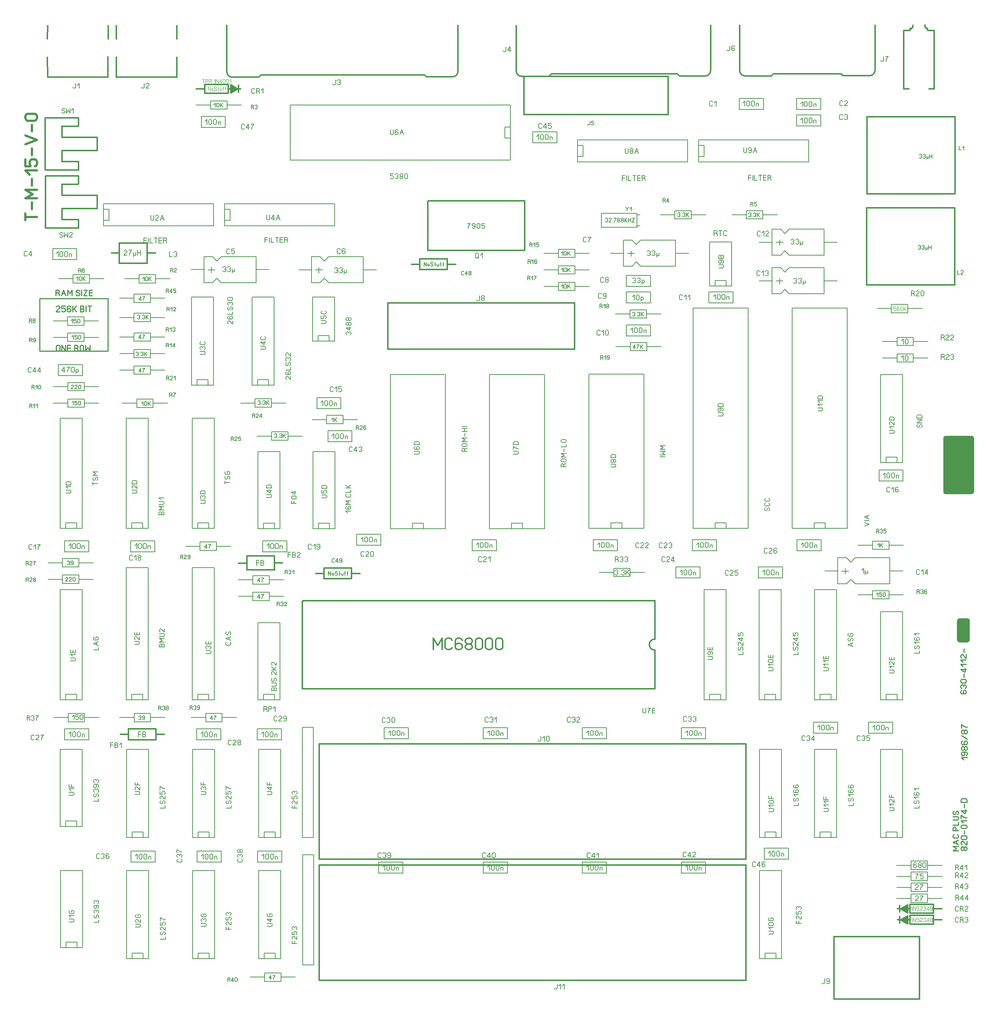
<source format=gbr>
%FSLAX34Y34*%
%MOMM*%
%LNSILK_TOP*%
G71*
G01*
%ADD10C,0.150*%
%ADD11C,0.159*%
%ADD12C,0.190*%
%ADD13C,0.206*%
%ADD14C,0.111*%
%ADD15C,0.400*%
%ADD16C,0.300*%
%ADD17C,0.333*%
%ADD18C,0.144*%
%ADD19C,0.191*%
%ADD20C,0.238*%
%ADD21C,1.000*%
%ADD22C,0.476*%
%ADD23C,0.250*%
%ADD24C,1.500*%
%LPD*%
G54D10*
X1166190Y-322116D02*
X1166190Y-195116D01*
X658190Y-195116D01*
X658190Y-322116D01*
X1166190Y-322116D01*
G54D10*
X1166190Y-271315D02*
X1166190Y-245915D01*
X1153490Y-245916D01*
X1153490Y-271315D01*
X1166190Y-271315D01*
G54D10*
X1740935Y-1884618D02*
X1791735Y-1884618D01*
X1791735Y-1681418D01*
X1740935Y-1681418D01*
X1740935Y-1884618D01*
G54D10*
X1753635Y-1884618D02*
X1779035Y-1884618D01*
X1779035Y-1871918D01*
X1753635Y-1871918D01*
X1753635Y-1884618D01*
G54D10*
X2020338Y-1566677D02*
X2071138Y-1566677D01*
X2071138Y-1363477D01*
X2020338Y-1363477D01*
X2020338Y-1566677D01*
G54D10*
X2033038Y-1566677D02*
X2058438Y-1566677D01*
X2058438Y-1553977D01*
X2033038Y-1553977D01*
X2033038Y-1566677D01*
G54D10*
X1740845Y-2163848D02*
X1791645Y-2163848D01*
X1791645Y-1960648D01*
X1740845Y-1960648D01*
X1740845Y-2163848D01*
G54D10*
X1753545Y-2163848D02*
X1778945Y-2163848D01*
X1778945Y-2151148D01*
X1753545Y-2151148D01*
X1753545Y-2163848D01*
G54D10*
X2020156Y-1019664D02*
X2070956Y-1019664D01*
X2070956Y-816464D01*
X2020156Y-816464D01*
X2020156Y-1019664D01*
G54D10*
X2032856Y-1019664D02*
X2058256Y-1019664D01*
X2058256Y-1006964D01*
X2032856Y-1006964D01*
X2032856Y-1019664D01*
G54D10*
X1816291Y-1171898D02*
X1943291Y-1171898D01*
X1943291Y-663898D01*
X1816291Y-663898D01*
X1816291Y-1171898D01*
G54D10*
X1867091Y-1171898D02*
X1892491Y-1171898D01*
X1892491Y-1159198D01*
X1867091Y-1159198D01*
X1867091Y-1171898D01*
G54D10*
X1587691Y-1171898D02*
X1714691Y-1171898D01*
X1714691Y-663898D01*
X1587691Y-663898D01*
X1587691Y-1171898D01*
G54D10*
X1638491Y-1171898D02*
X1663891Y-1171898D01*
X1663891Y-1159198D01*
X1638491Y-1159198D01*
X1638491Y-1171898D01*
G54D10*
X1625690Y-613126D02*
X1676490Y-613126D01*
X1676490Y-511527D01*
X1625690Y-511527D01*
X1625690Y-613126D01*
G54D10*
X1638390Y-613126D02*
X1663790Y-613126D01*
X1663790Y-600426D01*
X1638390Y-600426D01*
X1638390Y-613126D01*
G54D10*
X1346986Y-1171892D02*
X1473986Y-1171892D01*
X1473986Y-816293D01*
X1346986Y-816293D01*
X1346986Y-1171892D01*
G54D10*
X1397786Y-1171892D02*
X1423186Y-1171892D01*
X1423186Y-1159192D01*
X1397786Y-1159192D01*
X1397786Y-1171892D01*
G54D10*
X889100Y-1172534D02*
X1016100Y-1172534D01*
X1016100Y-816934D01*
X889100Y-816934D01*
X889100Y-1172534D01*
G54D10*
X939900Y-1172534D02*
X965300Y-1172534D01*
X965300Y-1159834D01*
X939900Y-1159834D01*
X939900Y-1172534D01*
G54D10*
X710142Y-1172518D02*
X760942Y-1172518D01*
X760942Y-994718D01*
X710142Y-994718D01*
X710142Y-1172518D01*
G54D10*
X722842Y-1172518D02*
X748242Y-1172518D01*
X748242Y-1159818D01*
X722842Y-1159818D01*
X722842Y-1172518D01*
G54D10*
X583142Y-1172518D02*
X633942Y-1172518D01*
X633942Y-994718D01*
X583142Y-994718D01*
X583142Y-1172518D01*
G54D10*
X595842Y-1172518D02*
X621242Y-1172518D01*
X621242Y-1159818D01*
X595842Y-1159818D01*
X595842Y-1172518D01*
G54D10*
X126724Y-1171888D02*
X177524Y-1171888D01*
X177524Y-917888D01*
X126724Y-917888D01*
X126724Y-1171888D01*
G54D10*
X139424Y-1171888D02*
X164824Y-1171888D01*
X164824Y-1159188D01*
X139424Y-1159188D01*
X139424Y-1171888D01*
G54D10*
X279054Y-1566800D02*
X329855Y-1566800D01*
X329855Y-1262000D01*
X279054Y-1262000D01*
X279054Y-1566800D01*
G54D10*
X291754Y-1566800D02*
X317155Y-1566800D01*
X317155Y-1554100D01*
X291754Y-1554100D01*
X291754Y-1566800D01*
G54D10*
X583618Y-1566736D02*
X634418Y-1566736D01*
X634418Y-1388937D01*
X583618Y-1388937D01*
X583618Y-1566736D01*
G54D10*
X596318Y-1566736D02*
X621718Y-1566736D01*
X621718Y-1554036D01*
X596318Y-1554036D01*
X596318Y-1566736D01*
G54D10*
X709420Y-740071D02*
X760220Y-740071D01*
X760220Y-638471D01*
X709420Y-638471D01*
X709420Y-740071D01*
G54D10*
X722120Y-740071D02*
X747520Y-740071D01*
X747520Y-727371D01*
X722120Y-727371D01*
X722120Y-740071D01*
G54D10*
X569720Y-841220D02*
X620520Y-841220D01*
X620520Y-638020D01*
X569720Y-638020D01*
X569720Y-841220D01*
G54D10*
X582420Y-841220D02*
X607820Y-841220D01*
X607820Y-828520D01*
X582420Y-828520D01*
X582420Y-841220D01*
G54D10*
X430020Y-841220D02*
X480820Y-841220D01*
X480820Y-638020D01*
X430020Y-638020D01*
X430020Y-841220D01*
G54D10*
X442720Y-841220D02*
X468120Y-841220D01*
X468120Y-828520D01*
X442720Y-828520D01*
X442720Y-841220D01*
G54D10*
X1599777Y-275632D02*
X1599777Y-326432D01*
X1853777Y-326432D01*
X1853777Y-275632D01*
X1599777Y-275632D01*
G54D10*
X1599777Y-288332D02*
X1599777Y-313732D01*
X1612477Y-313732D01*
X1612477Y-288332D01*
X1599777Y-288332D01*
G54D10*
X1545336Y-457828D02*
X1545336Y-438828D01*
X1583336Y-438828D01*
X1583336Y-457828D01*
X1545336Y-457828D01*
G54D10*
X1545236Y-448328D02*
X1511936Y-448328D01*
G54D10*
X1616736Y-448328D02*
X1583436Y-448328D01*
G54D10*
X1710436Y-457828D02*
X1710436Y-438828D01*
X1748436Y-438828D01*
X1748436Y-457828D01*
X1710436Y-457828D01*
G54D10*
X1710336Y-448328D02*
X1677036Y-448328D01*
G54D10*
X1781836Y-448328D02*
X1748536Y-448328D01*
G54D10*
X1458107Y-476928D02*
X1375607Y-476928D01*
X1375607Y-445328D01*
X1458107Y-445328D01*
X1458107Y-476928D01*
G54D10*
X1458107Y-473828D02*
X1464407Y-473828D01*
G54D10*
X1458107Y-448428D02*
X1464407Y-448428D01*
G54D11*
X1431961Y-430546D02*
X1435294Y-434990D01*
X1435294Y-439434D01*
G54D11*
X1435294Y-434990D02*
X1438628Y-430546D01*
G54D11*
X1441739Y-433879D02*
X1445072Y-430546D01*
X1445072Y-439434D01*
G54D11*
X1384776Y-457936D02*
X1385443Y-456825D01*
X1386776Y-456270D01*
X1388109Y-456270D01*
X1389443Y-456825D01*
X1390109Y-457936D01*
X1390109Y-459047D01*
X1389443Y-460158D01*
X1388109Y-460714D01*
X1389443Y-461270D01*
X1390109Y-462381D01*
X1390109Y-463492D01*
X1389443Y-464603D01*
X1388109Y-465158D01*
X1386776Y-465158D01*
X1385443Y-464603D01*
X1384776Y-463492D01*
G54D11*
X1398553Y-465158D02*
X1393220Y-465158D01*
X1393220Y-464603D01*
X1393887Y-463492D01*
X1397887Y-460158D01*
X1398553Y-459047D01*
X1398553Y-457936D01*
X1397887Y-456825D01*
X1396553Y-456270D01*
X1395220Y-456270D01*
X1393887Y-456825D01*
X1393220Y-457936D01*
G54D11*
X1401664Y-465158D02*
X1401664Y-465158D01*
G54D11*
X1404775Y-456270D02*
X1410108Y-456270D01*
X1409442Y-457381D01*
X1408108Y-459047D01*
X1406775Y-461270D01*
X1406108Y-462936D01*
X1406108Y-465158D01*
G54D11*
X1418552Y-457936D02*
X1417886Y-456825D01*
X1416552Y-456270D01*
X1415219Y-456270D01*
X1413886Y-456825D01*
X1413219Y-457936D01*
X1413219Y-460714D01*
X1413219Y-461270D01*
X1415219Y-460158D01*
X1416552Y-460158D01*
X1417886Y-460714D01*
X1418552Y-461825D01*
X1418552Y-463492D01*
X1417886Y-464603D01*
X1416552Y-465158D01*
X1415219Y-465158D01*
X1413886Y-464603D01*
X1413219Y-463492D01*
X1413219Y-460714D01*
G54D11*
X1424996Y-460714D02*
X1423663Y-460714D01*
X1422330Y-460158D01*
X1421663Y-459047D01*
X1421663Y-457936D01*
X1422330Y-456825D01*
X1423663Y-456270D01*
X1424996Y-456270D01*
X1426330Y-456825D01*
X1426996Y-457936D01*
X1426996Y-459047D01*
X1426330Y-460158D01*
X1424996Y-460714D01*
X1426330Y-461270D01*
X1426996Y-462381D01*
X1426996Y-463492D01*
X1426330Y-464603D01*
X1424996Y-465158D01*
X1423663Y-465158D01*
X1422330Y-464603D01*
X1421663Y-463492D01*
X1421663Y-462381D01*
X1422330Y-461270D01*
X1423663Y-460714D01*
G54D11*
X1430107Y-465158D02*
X1430107Y-456270D01*
G54D11*
X1430107Y-462381D02*
X1435440Y-456270D01*
G54D11*
X1432107Y-460714D02*
X1435440Y-465158D01*
G54D11*
X1438551Y-465158D02*
X1438551Y-456270D01*
G54D11*
X1443884Y-465158D02*
X1443884Y-456270D01*
G54D11*
X1438551Y-460714D02*
X1443884Y-460714D01*
G54D11*
X1446995Y-456270D02*
X1452328Y-456270D01*
X1446995Y-465158D01*
X1452328Y-465158D01*
G54D10*
X1694076Y-205641D02*
X1694076Y-180241D01*
X1749876Y-180241D01*
X1749876Y-205641D01*
X1694076Y-205641D01*
G54D10*
X1826300Y-205828D02*
X1826300Y-180428D01*
X1882100Y-180428D01*
X1882100Y-205828D01*
X1826300Y-205828D01*
G54D10*
X1826300Y-243928D02*
X1826300Y-218528D01*
X1882100Y-218528D01*
X1882100Y-243928D01*
X1826300Y-243928D01*
G54D10*
X1769545Y-541758D02*
X1769545Y-481758D01*
X1789545Y-481758D01*
X1799545Y-491758D01*
X1809545Y-481758D01*
X1889545Y-481758D01*
X1889545Y-541758D01*
X1809545Y-541758D01*
X1799545Y-531758D01*
X1789545Y-541758D01*
X1769545Y-541758D01*
G54D10*
X1769945Y-511758D02*
X1739945Y-511758D01*
G54D10*
X1889945Y-511758D02*
X1919945Y-511758D01*
G54D12*
X1778945Y-512358D02*
X1794945Y-512358D01*
G54D12*
X1786945Y-505758D02*
X1786945Y-519058D01*
G54D13*
X1742799Y-495208D02*
X1741932Y-496652D01*
X1740199Y-497374D01*
X1738466Y-497374D01*
X1736732Y-496652D01*
X1735866Y-495208D01*
X1735866Y-487986D01*
X1736732Y-486541D01*
X1738466Y-485819D01*
X1740199Y-485819D01*
X1741932Y-486541D01*
X1742799Y-487986D01*
G54D13*
X1746843Y-490152D02*
X1751176Y-485819D01*
X1751176Y-497374D01*
G54D13*
X1762153Y-497374D02*
X1755220Y-497374D01*
X1755220Y-496652D01*
X1756086Y-495208D01*
X1761286Y-490874D01*
X1762153Y-489430D01*
X1762153Y-487986D01*
X1761286Y-486541D01*
X1759553Y-485819D01*
X1757820Y-485819D01*
X1756086Y-486541D01*
X1755220Y-487986D01*
G54D13*
X1813167Y-506748D02*
X1814034Y-505303D01*
X1815767Y-504581D01*
X1817501Y-504581D01*
X1819234Y-505303D01*
X1820101Y-506748D01*
X1820101Y-508192D01*
X1819234Y-509636D01*
X1817501Y-510359D01*
X1819234Y-511081D01*
X1820101Y-512526D01*
X1820101Y-513970D01*
X1819234Y-515414D01*
X1817501Y-516136D01*
X1815767Y-516136D01*
X1814034Y-515414D01*
X1813167Y-513970D01*
G54D13*
X1824144Y-506748D02*
X1825011Y-505303D01*
X1826744Y-504581D01*
X1828478Y-504581D01*
X1830211Y-505303D01*
X1831078Y-506748D01*
X1831078Y-508192D01*
X1830211Y-509636D01*
X1828478Y-510359D01*
X1830211Y-511081D01*
X1831078Y-512526D01*
X1831078Y-513970D01*
X1830211Y-515414D01*
X1828478Y-516136D01*
X1826744Y-516136D01*
X1825011Y-515414D01*
X1824144Y-513970D01*
G54D13*
X1835121Y-509636D02*
X1835121Y-519026D01*
G54D13*
X1840321Y-509636D02*
X1840321Y-516136D01*
G54D13*
X1840321Y-514692D02*
X1839455Y-515848D01*
X1837721Y-516136D01*
X1835988Y-515848D01*
X1835121Y-514692D01*
X1835121Y-509636D01*
G54D10*
X1769545Y-630658D02*
X1769545Y-570658D01*
X1789545Y-570658D01*
X1799545Y-580658D01*
X1809545Y-570658D01*
X1889545Y-570658D01*
X1889545Y-630658D01*
X1809545Y-630658D01*
X1799545Y-620658D01*
X1789545Y-630658D01*
X1769545Y-630658D01*
G54D10*
X1769945Y-600658D02*
X1739945Y-600658D01*
G54D10*
X1889945Y-600658D02*
X1919945Y-600658D01*
G54D12*
X1778945Y-601258D02*
X1794945Y-601258D01*
G54D12*
X1786945Y-594658D02*
X1786945Y-607958D01*
G54D10*
X1426645Y-567158D02*
X1426645Y-507158D01*
X1446645Y-507158D01*
X1456645Y-517158D01*
X1466645Y-507158D01*
X1546645Y-507158D01*
X1546645Y-567158D01*
X1466645Y-567158D01*
X1456645Y-557158D01*
X1446645Y-567158D01*
X1426645Y-567158D01*
G54D10*
X1427045Y-537158D02*
X1397045Y-537158D01*
G54D10*
X1547045Y-537158D02*
X1577045Y-537158D01*
G54D12*
X1436045Y-537758D02*
X1452045Y-537758D01*
G54D12*
X1444045Y-531158D02*
X1444045Y-544458D01*
G54D10*
X2045043Y-674251D02*
X2045043Y-655251D01*
X2083043Y-655251D01*
X2083043Y-674251D01*
X2045043Y-674251D01*
G54D10*
X2044943Y-664751D02*
X2011643Y-664751D01*
G54D10*
X2116443Y-664751D02*
X2083143Y-664751D01*
G54D13*
X2094376Y-629697D02*
X2096976Y-631141D01*
X2097842Y-632586D01*
X2097842Y-635474D01*
G54D13*
X2090909Y-635474D02*
X2090909Y-623919D01*
X2095242Y-623919D01*
X2096976Y-624641D01*
X2097842Y-626086D01*
X2097842Y-627530D01*
X2096976Y-628974D01*
X2095242Y-629697D01*
X2090909Y-629697D01*
G54D13*
X2108819Y-635474D02*
X2101886Y-635474D01*
X2101886Y-634752D01*
X2102752Y-633308D01*
X2107952Y-628974D01*
X2108819Y-627530D01*
X2108819Y-626086D01*
X2107952Y-624641D01*
X2106219Y-623919D01*
X2104486Y-623919D01*
X2102752Y-624641D01*
X2101886Y-626086D01*
G54D13*
X2119796Y-626086D02*
X2119796Y-633308D01*
X2118930Y-634752D01*
X2117196Y-635474D01*
X2115463Y-635474D01*
X2113730Y-634752D01*
X2112863Y-633308D01*
X2112863Y-626086D01*
X2113730Y-624641D01*
X2115463Y-623919D01*
X2117196Y-623919D01*
X2118930Y-624641D01*
X2119796Y-626086D01*
G54D14*
X2055444Y-660529D02*
X2050111Y-660529D01*
X2050111Y-664418D01*
X2050778Y-664418D01*
X2052111Y-663862D01*
X2053444Y-663862D01*
X2054778Y-664418D01*
X2055444Y-665529D01*
X2055444Y-667751D01*
X2054778Y-668862D01*
X2053444Y-669418D01*
X2052111Y-669418D01*
X2050778Y-668862D01*
X2050111Y-667751D01*
G54D14*
X2063221Y-662196D02*
X2062555Y-661084D01*
X2061221Y-660529D01*
X2059888Y-660529D01*
X2058555Y-661084D01*
X2057888Y-662196D01*
X2057888Y-664973D01*
X2057888Y-665529D01*
X2059888Y-664418D01*
X2061221Y-664418D01*
X2062555Y-664973D01*
X2063221Y-666084D01*
X2063221Y-667751D01*
X2062555Y-668862D01*
X2061221Y-669418D01*
X2059888Y-669418D01*
X2058555Y-668862D01*
X2057888Y-667751D01*
X2057888Y-664973D01*
G54D14*
X2070998Y-662196D02*
X2070998Y-667751D01*
X2070332Y-668862D01*
X2068998Y-669418D01*
X2067665Y-669418D01*
X2066332Y-668862D01*
X2065665Y-667751D01*
X2065665Y-662196D01*
X2066332Y-661084D01*
X2067665Y-660529D01*
X2068998Y-660529D01*
X2070332Y-661084D01*
X2070998Y-662196D01*
G54D14*
X2073442Y-669418D02*
X2073442Y-660529D01*
G54D14*
X2073442Y-666640D02*
X2078775Y-660529D01*
G54D14*
X2075442Y-664973D02*
X2078775Y-669418D01*
G54D10*
X2057880Y-750162D02*
X2057880Y-731162D01*
X2095880Y-731162D01*
X2095880Y-750162D01*
X2057880Y-750162D01*
G54D10*
X2057780Y-740662D02*
X2024480Y-740662D01*
G54D10*
X2129280Y-740662D02*
X2095980Y-740662D01*
G54D13*
X2163596Y-731387D02*
X2166196Y-732831D01*
X2167062Y-734276D01*
X2167062Y-737164D01*
G54D13*
X2160129Y-737164D02*
X2160129Y-725609D01*
X2164462Y-725609D01*
X2166196Y-726331D01*
X2167062Y-727776D01*
X2167062Y-729220D01*
X2166196Y-730664D01*
X2164462Y-731387D01*
X2160129Y-731387D01*
G54D13*
X2178039Y-737164D02*
X2171106Y-737164D01*
X2171106Y-736442D01*
X2171972Y-734998D01*
X2177172Y-730664D01*
X2178039Y-729220D01*
X2178039Y-727776D01*
X2177172Y-726331D01*
X2175439Y-725609D01*
X2173706Y-725609D01*
X2171972Y-726331D01*
X2171106Y-727776D01*
G54D13*
X2189016Y-737164D02*
X2182082Y-737164D01*
X2182082Y-736442D01*
X2182950Y-734998D01*
X2188149Y-730664D01*
X2189016Y-729220D01*
X2189016Y-727776D01*
X2188149Y-726331D01*
X2186416Y-725609D01*
X2184682Y-725609D01*
X2182950Y-726331D01*
X2182082Y-727776D01*
G54D13*
X2068491Y-738990D02*
X2072824Y-734656D01*
X2072824Y-746212D01*
G54D13*
X2083801Y-736823D02*
X2083801Y-744046D01*
X2082935Y-745490D01*
X2081201Y-746212D01*
X2079468Y-746212D01*
X2077735Y-745490D01*
X2076868Y-744046D01*
X2076868Y-736823D01*
X2077735Y-735379D01*
X2079468Y-734656D01*
X2081201Y-734656D01*
X2082935Y-735379D01*
X2083801Y-736823D01*
G54D10*
X2057880Y-788262D02*
X2057880Y-769262D01*
X2095880Y-769262D01*
X2095880Y-788262D01*
X2057880Y-788262D01*
G54D10*
X2057780Y-778762D02*
X2024480Y-778762D01*
G54D10*
X2129280Y-778762D02*
X2095980Y-778762D01*
G54D13*
X2163596Y-776291D02*
X2166196Y-777736D01*
X2167062Y-779180D01*
X2167062Y-782069D01*
G54D13*
X2160129Y-782069D02*
X2160129Y-770513D01*
X2164462Y-770513D01*
X2166196Y-771236D01*
X2167062Y-772680D01*
X2167062Y-774124D01*
X2166196Y-775569D01*
X2164462Y-776291D01*
X2160129Y-776291D01*
G54D13*
X2178040Y-782069D02*
X2171106Y-782069D01*
X2171106Y-781346D01*
X2171973Y-779902D01*
X2177173Y-775569D01*
X2178040Y-774124D01*
X2178040Y-772680D01*
X2177173Y-771236D01*
X2175440Y-770513D01*
X2173706Y-770513D01*
X2171973Y-771236D01*
X2171106Y-772680D01*
G54D13*
X2182083Y-772680D02*
X2182950Y-771236D01*
X2184683Y-770513D01*
X2186416Y-770513D01*
X2188150Y-771236D01*
X2189016Y-772680D01*
X2189016Y-774124D01*
X2188150Y-775569D01*
X2186416Y-776291D01*
X2188150Y-777013D01*
X2189016Y-778458D01*
X2189016Y-779902D01*
X2188150Y-781346D01*
X2186416Y-782069D01*
X2184683Y-782069D01*
X2182950Y-781346D01*
X2182083Y-779902D01*
G54D13*
X2068491Y-777090D02*
X2072824Y-772756D01*
X2072824Y-784312D01*
G54D13*
X2083801Y-774923D02*
X2083801Y-782146D01*
X2082935Y-783590D01*
X2081201Y-784312D01*
X2079468Y-784312D01*
X2077735Y-783590D01*
X2076868Y-782146D01*
X2076868Y-774923D01*
X2077735Y-773479D01*
X2079468Y-772756D01*
X2081201Y-772756D01*
X2082935Y-773479D01*
X2083801Y-774923D01*
G54D10*
X2090576Y-1957906D02*
X2090576Y-1938906D01*
X2128576Y-1938906D01*
X2128576Y-1957906D01*
X2090576Y-1957906D01*
G54D10*
X2090476Y-1948406D02*
X2057176Y-1948406D01*
G54D10*
X2161976Y-1948406D02*
X2128676Y-1948406D01*
G54D13*
X2195943Y-1953416D02*
X2198543Y-1954861D01*
X2199410Y-1956305D01*
X2199410Y-1959194D01*
G54D13*
X2192476Y-1959194D02*
X2192476Y-1947638D01*
X2196810Y-1947638D01*
X2198543Y-1948361D01*
X2199410Y-1949805D01*
X2199410Y-1951250D01*
X2198543Y-1952694D01*
X2196810Y-1953416D01*
X2192476Y-1953416D01*
G54D13*
X2208654Y-1959194D02*
X2208654Y-1947638D01*
X2203454Y-1954861D01*
X2203454Y-1956305D01*
X2210387Y-1956305D01*
G54D13*
X2214431Y-1951972D02*
X2218764Y-1947638D01*
X2218764Y-1959194D01*
G54D13*
X2102894Y-1944218D02*
X2102028Y-1942773D01*
X2100294Y-1942051D01*
X2098561Y-1942051D01*
X2096828Y-1942773D01*
X2095961Y-1944218D01*
X2095961Y-1947828D01*
X2095961Y-1948551D01*
X2098561Y-1947106D01*
X2100294Y-1947106D01*
X2102028Y-1947828D01*
X2102894Y-1949273D01*
X2102894Y-1951440D01*
X2102028Y-1952884D01*
X2100294Y-1953606D01*
X2098561Y-1953606D01*
X2096828Y-1952884D01*
X2095961Y-1951440D01*
X2095961Y-1947828D01*
G54D13*
X2111272Y-1947828D02*
X2109538Y-1947828D01*
X2107804Y-1947106D01*
X2106938Y-1945662D01*
X2106938Y-1944218D01*
X2107804Y-1942773D01*
X2109538Y-1942051D01*
X2111272Y-1942051D01*
X2113004Y-1942773D01*
X2113872Y-1944218D01*
X2113872Y-1945662D01*
X2113004Y-1947106D01*
X2111272Y-1947828D01*
X2113004Y-1948551D01*
X2113872Y-1949995D01*
X2113872Y-1951440D01*
X2113004Y-1952884D01*
X2111272Y-1953606D01*
X2109538Y-1953606D01*
X2107804Y-1952884D01*
X2106938Y-1951440D01*
X2106938Y-1949995D01*
X2107804Y-1948551D01*
X2109538Y-1947828D01*
G54D13*
X2124850Y-1944218D02*
X2124850Y-1951440D01*
X2123982Y-1952884D01*
X2122249Y-1953606D01*
X2120516Y-1953606D01*
X2118782Y-1952884D01*
X2117915Y-1951440D01*
X2117915Y-1944218D01*
X2118782Y-1942773D01*
X2120516Y-1942051D01*
X2122249Y-1942051D01*
X2123982Y-1942773D01*
X2124850Y-1944218D01*
G54D10*
X2090576Y-1983306D02*
X2090576Y-1964306D01*
X2128576Y-1964306D01*
X2128576Y-1983306D01*
X2090576Y-1983306D01*
G54D10*
X2090476Y-1973806D02*
X2057176Y-1973806D01*
G54D10*
X2161976Y-1973806D02*
X2128676Y-1973806D01*
G54D13*
X2196292Y-1971499D02*
X2198892Y-1972944D01*
X2199758Y-1974388D01*
X2199758Y-1977277D01*
G54D13*
X2192825Y-1977277D02*
X2192825Y-1965721D01*
X2197158Y-1965721D01*
X2198892Y-1966444D01*
X2199758Y-1967888D01*
X2199758Y-1969332D01*
X2198892Y-1970777D01*
X2197158Y-1971499D01*
X2192825Y-1971499D01*
G54D13*
X2209002Y-1977277D02*
X2209002Y-1965721D01*
X2203802Y-1972944D01*
X2203802Y-1974388D01*
X2210736Y-1974388D01*
G54D13*
X2221712Y-1977277D02*
X2214779Y-1977277D01*
X2214779Y-1976554D01*
X2215646Y-1975110D01*
X2220846Y-1970777D01*
X2221712Y-1969332D01*
X2221712Y-1967888D01*
X2220846Y-1966444D01*
X2219112Y-1965721D01*
X2217379Y-1965721D01*
X2215646Y-1966444D01*
X2214779Y-1967888D01*
G54D13*
X2100490Y-1968146D02*
X2107424Y-1968146D01*
X2106557Y-1969591D01*
X2104824Y-1971758D01*
X2103090Y-1974646D01*
X2102224Y-1976813D01*
X2102224Y-1979702D01*
G54D13*
X2118403Y-1968146D02*
X2111468Y-1968146D01*
X2111468Y-1973202D01*
X2112335Y-1973202D01*
X2114068Y-1972480D01*
X2115802Y-1972480D01*
X2117536Y-1973202D01*
X2118403Y-1974646D01*
X2118403Y-1977536D01*
X2117536Y-1978980D01*
X2115802Y-1979702D01*
X2114068Y-1979702D01*
X2112335Y-1978980D01*
X2111468Y-1977536D01*
G54D10*
X2090576Y-2008706D02*
X2090576Y-1989706D01*
X2128576Y-1989706D01*
X2128576Y-2008706D01*
X2090576Y-2008706D01*
G54D10*
X2090476Y-1999206D02*
X2057176Y-1999206D01*
G54D10*
X2161976Y-1999206D02*
X2128676Y-1999206D01*
G54D13*
X2196434Y-1996928D02*
X2199034Y-1998372D01*
X2199901Y-1999817D01*
X2199901Y-2002706D01*
G54D13*
X2192968Y-2002706D02*
X2192968Y-1991150D01*
X2197301Y-1991150D01*
X2199034Y-1991872D01*
X2199901Y-1993317D01*
X2199901Y-1994762D01*
X2199034Y-1996206D01*
X2197301Y-1996928D01*
X2192968Y-1996928D01*
G54D13*
X2209145Y-2002706D02*
X2209145Y-1991150D01*
X2203945Y-1998372D01*
X2203945Y-1999817D01*
X2210878Y-1999817D01*
G54D13*
X2214922Y-1993317D02*
X2215788Y-1991872D01*
X2217522Y-1991150D01*
X2219255Y-1991150D01*
X2220988Y-1991872D01*
X2221855Y-1993317D01*
X2221855Y-1994762D01*
X2220988Y-1996206D01*
X2219255Y-1996928D01*
X2220988Y-1997650D01*
X2221855Y-1999095D01*
X2221855Y-2000540D01*
X2220988Y-2001984D01*
X2219255Y-2002706D01*
X2217522Y-2002706D01*
X2215788Y-2001984D01*
X2214922Y-2000540D01*
G54D13*
X2107018Y-2004406D02*
X2100085Y-2004406D01*
X2100085Y-2003684D01*
X2100952Y-2002240D01*
X2106152Y-1997906D01*
X2107018Y-1996462D01*
X2107018Y-1995017D01*
X2106152Y-1993573D01*
X2104418Y-1992850D01*
X2102685Y-1992850D01*
X2100952Y-1993573D01*
X2100085Y-1995017D01*
G54D13*
X2111062Y-1992850D02*
X2117996Y-1992850D01*
X2117129Y-1994295D01*
X2115396Y-1996462D01*
X2113662Y-1999350D01*
X2112796Y-2001517D01*
X2112796Y-2004406D01*
G54D10*
X2090576Y-2034106D02*
X2090576Y-2015106D01*
X2128576Y-2015106D01*
X2128576Y-2034106D01*
X2090576Y-2034106D01*
G54D10*
X2090476Y-2024606D02*
X2057176Y-2024606D01*
G54D10*
X2161976Y-2024606D02*
X2128676Y-2024606D01*
G54D13*
X2197016Y-2023182D02*
X2199616Y-2024627D01*
X2200482Y-2026072D01*
X2200482Y-2028960D01*
G54D13*
X2193549Y-2028960D02*
X2193549Y-2017405D01*
X2197882Y-2017405D01*
X2199616Y-2018127D01*
X2200482Y-2019572D01*
X2200482Y-2021016D01*
X2199616Y-2022460D01*
X2197882Y-2023182D01*
X2193549Y-2023182D01*
G54D13*
X2209726Y-2028960D02*
X2209726Y-2017405D01*
X2204526Y-2024627D01*
X2204526Y-2026072D01*
X2211459Y-2026072D01*
G54D13*
X2220703Y-2028960D02*
X2220703Y-2017405D01*
X2215503Y-2024627D01*
X2215503Y-2026072D01*
X2222436Y-2026072D01*
G54D13*
X2107553Y-2030258D02*
X2100620Y-2030258D01*
X2100620Y-2029535D01*
X2101486Y-2028091D01*
X2106686Y-2023758D01*
X2107553Y-2022313D01*
X2107553Y-2020868D01*
X2106686Y-2019424D01*
X2104953Y-2018702D01*
X2103220Y-2018702D01*
X2101486Y-2019424D01*
X2100620Y-2020868D01*
G54D13*
X2111596Y-2018702D02*
X2118529Y-2018702D01*
X2117662Y-2020146D01*
X2115930Y-2022313D01*
X2114196Y-2025202D01*
X2113330Y-2027368D01*
X2113330Y-2030258D01*
G36*
X2067024Y-2048772D02*
X2082024Y-2040112D01*
X2082024Y-2057432D01*
X2067024Y-2048772D01*
G37*
G54D15*
X2067024Y-2048772D02*
X2082024Y-2040112D01*
X2082024Y-2057432D01*
X2067024Y-2048772D01*
G54D16*
X2067024Y-2048772D02*
X2058995Y-2048772D01*
X2058931Y-2048837D01*
G54D16*
X2064278Y-2056623D02*
X2064278Y-2048743D01*
X2064184Y-2048649D01*
X2064184Y-2041238D01*
G54D16*
X2067024Y-2048772D02*
X2087794Y-2048772D01*
X2087824Y-2048743D01*
X2087824Y-2038799D01*
X2087730Y-2038706D01*
X2142139Y-2038706D01*
X2142139Y-2058405D01*
X2142326Y-2058593D01*
X2087918Y-2058593D01*
X2087824Y-2058499D01*
X2087824Y-2048743D01*
G54D16*
X2161182Y-2048462D02*
X2142139Y-2048462D01*
X2142045Y-2048556D01*
G54D13*
X2199708Y-2052145D02*
X2198842Y-2053590D01*
X2197108Y-2054312D01*
X2195375Y-2054312D01*
X2193642Y-2053590D01*
X2192775Y-2052145D01*
X2192775Y-2044923D01*
X2193642Y-2043478D01*
X2195375Y-2042756D01*
X2197108Y-2042756D01*
X2198842Y-2043478D01*
X2199708Y-2044923D01*
G54D13*
X2207218Y-2048534D02*
X2209818Y-2049978D01*
X2210685Y-2051423D01*
X2210685Y-2054312D01*
G54D13*
X2203752Y-2054312D02*
X2203752Y-2042756D01*
X2208085Y-2042756D01*
X2209818Y-2043478D01*
X2210685Y-2044923D01*
X2210685Y-2046367D01*
X2209818Y-2047812D01*
X2208085Y-2048534D01*
X2203752Y-2048534D01*
G54D13*
X2221662Y-2054312D02*
X2214729Y-2054312D01*
X2214729Y-2053590D01*
X2215596Y-2052145D01*
X2220796Y-2047812D01*
X2221662Y-2046367D01*
X2221662Y-2044923D01*
X2220796Y-2043478D01*
X2219062Y-2042756D01*
X2217329Y-2042756D01*
X2215596Y-2043478D01*
X2214729Y-2044923D01*
G36*
X2067024Y-2074172D02*
X2082024Y-2065512D01*
X2082024Y-2082832D01*
X2067024Y-2074172D01*
G37*
G54D15*
X2067024Y-2074172D02*
X2082024Y-2065512D01*
X2082024Y-2082832D01*
X2067024Y-2074172D01*
G54D16*
X2067024Y-2074172D02*
X2058995Y-2074172D01*
X2058931Y-2074237D01*
G54D16*
X2064278Y-2082023D02*
X2064278Y-2074143D01*
X2064184Y-2074049D01*
X2064184Y-2066638D01*
G54D16*
X2067024Y-2074172D02*
X2087794Y-2074172D01*
X2087824Y-2074143D01*
X2087824Y-2064199D01*
X2087730Y-2064106D01*
X2142138Y-2064106D01*
X2142138Y-2083805D01*
X2142326Y-2083993D01*
X2087918Y-2083993D01*
X2087824Y-2083899D01*
X2087824Y-2074143D01*
G54D16*
X2161182Y-2073862D02*
X2142139Y-2073862D01*
X2142045Y-2073956D01*
G54D13*
X2199708Y-2077545D02*
X2198841Y-2078990D01*
X2197108Y-2079712D01*
X2195374Y-2079712D01*
X2193641Y-2078990D01*
X2192774Y-2077545D01*
X2192774Y-2070323D01*
X2193641Y-2068878D01*
X2195374Y-2068156D01*
X2197108Y-2068156D01*
X2198841Y-2068878D01*
X2199708Y-2070323D01*
G54D13*
X2207218Y-2073934D02*
X2209818Y-2075378D01*
X2210685Y-2076823D01*
X2210685Y-2079712D01*
G54D13*
X2203752Y-2079712D02*
X2203752Y-2068156D01*
X2208085Y-2068156D01*
X2209818Y-2068878D01*
X2210685Y-2070323D01*
X2210685Y-2071767D01*
X2209818Y-2073212D01*
X2208085Y-2073934D01*
X2203752Y-2073934D01*
G54D13*
X2214728Y-2070323D02*
X2215595Y-2068878D01*
X2217328Y-2068156D01*
X2219062Y-2068156D01*
X2220795Y-2068878D01*
X2221662Y-2070323D01*
X2221662Y-2071767D01*
X2220795Y-2073212D01*
X2219062Y-2073934D01*
X2220795Y-2074656D01*
X2221662Y-2076100D01*
X2221662Y-2077545D01*
X2220795Y-2078990D01*
X2219062Y-2079712D01*
X2217328Y-2079712D01*
X2215595Y-2078990D01*
X2214728Y-2077545D01*
G54D14*
X2089572Y-2047076D02*
X2092905Y-2043742D01*
X2092905Y-2052631D01*
G54D14*
X2095349Y-2052631D02*
X2095349Y-2043742D01*
X2100682Y-2052631D01*
X2100682Y-2043742D01*
G54D14*
X2108459Y-2043742D02*
X2103126Y-2043742D01*
X2103126Y-2047631D01*
X2103793Y-2047631D01*
X2105126Y-2047076D01*
X2106459Y-2047076D01*
X2107793Y-2047631D01*
X2108459Y-2048742D01*
X2108459Y-2050964D01*
X2107793Y-2052076D01*
X2106459Y-2052631D01*
X2105126Y-2052631D01*
X2103793Y-2052076D01*
X2103126Y-2050964D01*
G54D14*
X2116236Y-2052631D02*
X2110903Y-2052631D01*
X2110903Y-2052076D01*
X2111570Y-2050964D01*
X2115570Y-2047631D01*
X2116236Y-2046520D01*
X2116236Y-2045409D01*
X2115570Y-2044298D01*
X2114236Y-2043742D01*
X2112903Y-2043742D01*
X2111570Y-2044298D01*
X2110903Y-2045409D01*
G54D14*
X2118680Y-2045409D02*
X2119347Y-2044298D01*
X2120680Y-2043742D01*
X2122013Y-2043742D01*
X2123347Y-2044298D01*
X2124013Y-2045409D01*
X2124013Y-2046520D01*
X2123347Y-2047631D01*
X2122013Y-2048186D01*
X2123347Y-2048742D01*
X2124013Y-2049853D01*
X2124013Y-2050964D01*
X2123347Y-2052076D01*
X2122013Y-2052631D01*
X2120680Y-2052631D01*
X2119347Y-2052076D01*
X2118680Y-2050964D01*
G54D14*
X2130457Y-2052631D02*
X2130457Y-2043742D01*
X2126457Y-2049298D01*
X2126457Y-2050409D01*
X2131790Y-2050409D01*
G54D14*
X2134234Y-2052631D02*
X2134234Y-2043742D01*
X2137567Y-2043742D01*
X2138901Y-2044298D01*
X2139567Y-2045409D01*
X2139567Y-2046520D01*
X2138901Y-2047631D01*
X2137567Y-2048186D01*
X2138901Y-2048742D01*
X2139567Y-2049853D01*
X2139567Y-2050964D01*
X2138901Y-2052076D01*
X2137567Y-2052631D01*
X2134234Y-2052631D01*
G54D14*
X2134234Y-2048186D02*
X2137567Y-2048186D01*
G54D14*
X2089730Y-2072908D02*
X2093063Y-2069574D01*
X2093063Y-2078463D01*
G54D14*
X2095507Y-2078463D02*
X2095507Y-2069574D01*
X2100840Y-2078463D01*
X2100840Y-2069574D01*
G54D14*
X2108617Y-2069574D02*
X2103284Y-2069574D01*
X2103284Y-2073463D01*
X2103951Y-2073463D01*
X2105284Y-2072908D01*
X2106617Y-2072908D01*
X2107951Y-2073463D01*
X2108617Y-2074574D01*
X2108617Y-2076796D01*
X2107951Y-2077908D01*
X2106617Y-2078463D01*
X2105284Y-2078463D01*
X2103951Y-2077908D01*
X2103284Y-2076796D01*
G54D14*
X2116394Y-2078463D02*
X2111061Y-2078463D01*
X2111061Y-2077908D01*
X2111728Y-2076796D01*
X2115728Y-2073463D01*
X2116394Y-2072352D01*
X2116394Y-2071241D01*
X2115728Y-2070130D01*
X2114394Y-2069574D01*
X2113061Y-2069574D01*
X2111728Y-2070130D01*
X2111061Y-2071241D01*
G54D14*
X2118838Y-2071241D02*
X2119505Y-2070130D01*
X2120838Y-2069574D01*
X2122171Y-2069574D01*
X2123505Y-2070130D01*
X2124171Y-2071241D01*
X2124171Y-2072352D01*
X2123505Y-2073463D01*
X2122171Y-2074018D01*
X2123505Y-2074574D01*
X2124171Y-2075685D01*
X2124171Y-2076796D01*
X2123505Y-2077908D01*
X2122171Y-2078463D01*
X2120838Y-2078463D01*
X2119505Y-2077908D01*
X2118838Y-2076796D01*
G54D14*
X2130615Y-2078463D02*
X2130615Y-2069574D01*
X2126615Y-2075130D01*
X2126615Y-2076241D01*
X2131948Y-2076241D01*
G54D14*
X2134392Y-2078463D02*
X2134392Y-2069574D01*
X2137725Y-2069574D01*
X2139059Y-2070130D01*
X2139725Y-2071241D01*
X2139725Y-2072352D01*
X2139059Y-2073463D01*
X2137725Y-2074018D01*
X2139059Y-2074574D01*
X2139725Y-2075685D01*
X2139725Y-2076796D01*
X2139059Y-2077908D01*
X2137725Y-2078463D01*
X2134392Y-2078463D01*
G54D14*
X2134392Y-2074018D02*
X2137725Y-2074018D01*
G54D10*
X1624150Y-651468D02*
X1624150Y-626068D01*
X1679950Y-626068D01*
X1679950Y-651468D01*
X1624150Y-651468D01*
G54D10*
X1433650Y-613368D02*
X1433650Y-587968D01*
X1489450Y-587968D01*
X1489450Y-613368D01*
X1433650Y-613368D01*
G54D10*
X1433650Y-651468D02*
X1433650Y-626068D01*
X1489450Y-626068D01*
X1489450Y-651468D01*
X1433650Y-651468D01*
G54D10*
X1441712Y-686524D02*
X1441712Y-667524D01*
X1479712Y-667524D01*
X1479712Y-686524D01*
X1441712Y-686524D01*
G54D10*
X1441612Y-677024D02*
X1408312Y-677024D01*
G54D10*
X1513112Y-677024D02*
X1479812Y-677024D01*
G54D10*
X1442549Y-762009D02*
X1442549Y-743009D01*
X1480549Y-743009D01*
X1480549Y-762009D01*
X1442549Y-762009D01*
G54D10*
X1442449Y-752509D02*
X1409149Y-752509D01*
G54D10*
X1513949Y-752509D02*
X1480649Y-752509D01*
G54D10*
X1433650Y-727668D02*
X1433650Y-702268D01*
X1489450Y-702268D01*
X1489450Y-727668D01*
X1433650Y-727668D01*
G54D10*
X1217163Y-282486D02*
X1217163Y-257086D01*
X1272963Y-257086D01*
X1272963Y-282486D01*
X1217163Y-282486D01*
G54D16*
X975764Y-417238D02*
X975764Y-530375D01*
X976032Y-530644D01*
X1198284Y-530644D01*
X1198820Y-530107D01*
X1198820Y-416434D01*
X1198284Y-415898D01*
X977104Y-415898D01*
X975764Y-417238D01*
G54D10*
X1276612Y-546824D02*
X1276612Y-527824D01*
X1314612Y-527824D01*
X1314612Y-546824D01*
X1276612Y-546824D01*
G54D10*
X1276512Y-537324D02*
X1243212Y-537324D01*
G54D10*
X1348012Y-537324D02*
X1314712Y-537324D01*
G54D16*
X937750Y-562774D02*
X956450Y-562774D01*
X956608Y-562932D01*
X956608Y-550095D01*
X1020000Y-550095D01*
X1020158Y-550254D01*
X1020158Y-574818D01*
X956767Y-574818D01*
X956608Y-574659D01*
X956608Y-562932D01*
G54D16*
X1020951Y-562615D02*
X1039334Y-562615D01*
X1039493Y-562774D01*
G54D16*
X1988500Y-222600D02*
X2191700Y-222600D01*
X2191700Y-400400D01*
X1988500Y-400400D01*
X1988500Y-222600D01*
G54D16*
X1988190Y-432638D02*
X2191390Y-432638D01*
X2191390Y-610438D01*
X1988190Y-610438D01*
X1988190Y-432638D01*
G54D11*
X2197794Y-576641D02*
X2197794Y-585530D01*
X2202460Y-585530D01*
G54D11*
X2210905Y-585530D02*
X2205572Y-585530D01*
X2205572Y-584974D01*
X2206238Y-583863D01*
X2210238Y-580530D01*
X2210905Y-579418D01*
X2210905Y-578308D01*
X2210238Y-577196D01*
X2208905Y-576641D01*
X2207572Y-576641D01*
X2206238Y-577196D01*
X2205572Y-578308D01*
G54D11*
X2107248Y-520658D02*
X2107914Y-519548D01*
X2109248Y-518992D01*
X2110581Y-518992D01*
X2111914Y-519548D01*
X2112581Y-520658D01*
X2112581Y-521770D01*
X2111914Y-522881D01*
X2110581Y-523436D01*
X2111914Y-523992D01*
X2112581Y-525103D01*
X2112581Y-526214D01*
X2111914Y-527325D01*
X2110581Y-527881D01*
X2109248Y-527881D01*
X2107914Y-527325D01*
X2107248Y-526214D01*
G54D11*
X2115692Y-520658D02*
X2116358Y-519548D01*
X2117692Y-518992D01*
X2119025Y-518992D01*
X2120358Y-519548D01*
X2121025Y-520658D01*
X2121025Y-521770D01*
X2120358Y-522881D01*
X2119025Y-523436D01*
X2120358Y-523992D01*
X2121025Y-525103D01*
X2121025Y-526214D01*
X2120358Y-527325D01*
X2119025Y-527881D01*
X2117692Y-527881D01*
X2116358Y-527325D01*
X2115692Y-526214D01*
G54D11*
X2124136Y-522881D02*
X2124136Y-530103D01*
G54D11*
X2128136Y-522881D02*
X2128136Y-527881D01*
G54D11*
X2128136Y-526770D02*
X2127469Y-527658D01*
X2126136Y-527881D01*
X2124802Y-527658D01*
X2124136Y-526770D01*
X2124136Y-522881D01*
G54D11*
X2131246Y-527881D02*
X2131246Y-518992D01*
G54D11*
X2136580Y-527881D02*
X2136580Y-518992D01*
G54D11*
X2131246Y-523436D02*
X2136580Y-523436D01*
G36*
X535491Y-157828D02*
X520491Y-166488D01*
X520491Y-149168D01*
X535491Y-157828D01*
G37*
G54D15*
X535491Y-157828D02*
X520491Y-166488D01*
X520491Y-149168D01*
X535491Y-157828D01*
G54D16*
X535491Y-157828D02*
X543519Y-157828D01*
X543584Y-157764D01*
G54D16*
X538237Y-149977D02*
X538237Y-157857D01*
X538331Y-157951D01*
X538331Y-165362D01*
G54D16*
X535491Y-157828D02*
X514720Y-157828D01*
X514691Y-157857D01*
X514691Y-167801D01*
X514785Y-167894D01*
X460376Y-167895D01*
X460376Y-148195D01*
X460188Y-148007D01*
X514597Y-148007D01*
X514691Y-148101D01*
X514691Y-157857D01*
G54D16*
X441332Y-158139D02*
X460376Y-158139D01*
X460470Y-158045D01*
G54D14*
X467835Y-161753D02*
X467835Y-152864D01*
X473168Y-161753D01*
X473168Y-152864D01*
G54D14*
X479612Y-160420D02*
X479612Y-158198D01*
X478945Y-157086D01*
X477612Y-156753D01*
X476279Y-157086D01*
X475612Y-158198D01*
X475612Y-160420D01*
X476279Y-161531D01*
X477612Y-161753D01*
X478945Y-161531D01*
X479612Y-160420D01*
G54D14*
X482056Y-160086D02*
X482723Y-161198D01*
X484056Y-161753D01*
X485389Y-161753D01*
X486723Y-161198D01*
X487389Y-160086D01*
X487389Y-158975D01*
X486723Y-157864D01*
X485389Y-157308D01*
X484056Y-157308D01*
X482723Y-156753D01*
X482056Y-155642D01*
X482056Y-154531D01*
X482723Y-153420D01*
X484056Y-152864D01*
X485389Y-152864D01*
X486723Y-153420D01*
X487389Y-154531D01*
G54D14*
X491166Y-152864D02*
X491166Y-161198D01*
X491833Y-161753D01*
X492500Y-161531D01*
G54D14*
X489833Y-156753D02*
X492500Y-156753D01*
G54D14*
X498944Y-156753D02*
X498944Y-161753D01*
G54D14*
X498944Y-160642D02*
X498277Y-161531D01*
X496944Y-161753D01*
X495611Y-161531D01*
X494944Y-160642D01*
X494944Y-156753D01*
G54D14*
X502721Y-161753D02*
X502721Y-153420D01*
X503388Y-152864D01*
X504055Y-153198D01*
G54D14*
X501388Y-156753D02*
X504055Y-156753D01*
G54D14*
X507832Y-161753D02*
X507832Y-153420D01*
X508499Y-152864D01*
X509166Y-153198D01*
G54D14*
X506499Y-156753D02*
X509166Y-156753D01*
G54D14*
X457318Y-144615D02*
X457318Y-135726D01*
G54D14*
X454651Y-135726D02*
X459984Y-135726D01*
G54D14*
X462428Y-144615D02*
X462428Y-135726D01*
X465761Y-135726D01*
X467094Y-136282D01*
X467761Y-137393D01*
X467761Y-138504D01*
X467094Y-139615D01*
X465761Y-140170D01*
X462428Y-140170D01*
G54D14*
X472872Y-140170D02*
X474872Y-141282D01*
X475538Y-142393D01*
X475538Y-144615D01*
G54D14*
X470205Y-144615D02*
X470205Y-135726D01*
X473538Y-135726D01*
X474872Y-136282D01*
X475538Y-137393D01*
X475538Y-138504D01*
X474872Y-139615D01*
X473538Y-140170D01*
X470205Y-140170D01*
G54D14*
X480559Y-139060D02*
X483892Y-135726D01*
X483892Y-144615D01*
G54D14*
X486336Y-144615D02*
X486336Y-135726D01*
X491669Y-144615D01*
X491669Y-135726D01*
G54D14*
X498113Y-144615D02*
X498113Y-135726D01*
X494113Y-141282D01*
X494113Y-142393D01*
X499446Y-142393D01*
G54D14*
X507223Y-137393D02*
X507223Y-142948D01*
X506556Y-144060D01*
X505223Y-144615D01*
X503890Y-144615D01*
X502556Y-144060D01*
X501890Y-142948D01*
X501890Y-137393D01*
X502556Y-136282D01*
X503890Y-135726D01*
X505223Y-135726D01*
X506556Y-136282D01*
X507223Y-137393D01*
G54D14*
X515000Y-137393D02*
X515000Y-142948D01*
X514334Y-144060D01*
X513000Y-144615D01*
X511667Y-144615D01*
X510334Y-144060D01*
X509667Y-142948D01*
X509667Y-137393D01*
X510334Y-136282D01*
X511667Y-135726D01*
X513000Y-135726D01*
X514334Y-136282D01*
X515000Y-137393D01*
G54D14*
X517444Y-139060D02*
X520777Y-135726D01*
X520777Y-144615D01*
G54D10*
X473984Y-204654D02*
X473984Y-185654D01*
X511984Y-185654D01*
X511984Y-204654D01*
X473984Y-204654D01*
G54D10*
X473884Y-195154D02*
X440584Y-195154D01*
G54D10*
X545384Y-195154D02*
X512084Y-195154D01*
G54D10*
X452552Y-247097D02*
X452552Y-221697D01*
X508352Y-221697D01*
X508352Y-247097D01*
X452552Y-247097D01*
G54D10*
X706708Y-605279D02*
X706708Y-545280D01*
X726708Y-545280D01*
X736708Y-555280D01*
X746708Y-545280D01*
X826708Y-545280D01*
X826708Y-605279D01*
X746708Y-605279D01*
X736708Y-595280D01*
X726708Y-605279D01*
X706708Y-605279D01*
G54D10*
X707108Y-575280D02*
X677108Y-575280D01*
G54D10*
X827108Y-575280D02*
X857108Y-575280D01*
G54D12*
X716108Y-575880D02*
X732108Y-575880D01*
G54D12*
X724108Y-569280D02*
X724108Y-582580D01*
G54D10*
X458719Y-605011D02*
X458719Y-545011D01*
X478719Y-545011D01*
X488719Y-555011D01*
X498719Y-545011D01*
X578719Y-545011D01*
X578719Y-605011D01*
X498719Y-605011D01*
X488719Y-595011D01*
X478719Y-605011D01*
X458719Y-605011D01*
G54D10*
X459119Y-575011D02*
X429119Y-575011D01*
G54D10*
X579119Y-575011D02*
X609119Y-575011D01*
G54D12*
X468119Y-575611D02*
X484119Y-575611D01*
G54D12*
X476119Y-569011D02*
X476119Y-582311D01*
G54D13*
X518365Y-536400D02*
X517498Y-537844D01*
X515765Y-538566D01*
X514032Y-538566D01*
X512298Y-537844D01*
X511432Y-536400D01*
X511432Y-529178D01*
X512298Y-527733D01*
X514032Y-527011D01*
X515765Y-527011D01*
X517498Y-527733D01*
X518365Y-529178D01*
G54D13*
X529342Y-527011D02*
X522409Y-527011D01*
X522409Y-532066D01*
X523276Y-532066D01*
X525009Y-531344D01*
X526742Y-531344D01*
X528476Y-532066D01*
X529342Y-533511D01*
X529342Y-536400D01*
X528476Y-537844D01*
X526742Y-538566D01*
X525009Y-538566D01*
X523276Y-537844D01*
X522409Y-536400D01*
G54D13*
X502342Y-570002D02*
X503208Y-568557D01*
X504942Y-567835D01*
X506675Y-567835D01*
X508408Y-568557D01*
X509275Y-570002D01*
X509275Y-571446D01*
X508408Y-572890D01*
X506675Y-573612D01*
X508408Y-574335D01*
X509275Y-575779D01*
X509275Y-577224D01*
X508408Y-578668D01*
X506675Y-579390D01*
X504942Y-579390D01*
X503208Y-578668D01*
X502342Y-577224D01*
G54D13*
X513318Y-570002D02*
X514185Y-568557D01*
X515918Y-567835D01*
X517652Y-567835D01*
X519385Y-568557D01*
X520252Y-570002D01*
X520252Y-571446D01*
X519385Y-572890D01*
X517652Y-573612D01*
X519385Y-574335D01*
X520252Y-575779D01*
X520252Y-577224D01*
X519385Y-578668D01*
X517652Y-579390D01*
X515918Y-579390D01*
X514185Y-578668D01*
X513318Y-577224D01*
G54D13*
X524296Y-572890D02*
X524296Y-582279D01*
G54D13*
X529496Y-572890D02*
X529496Y-579390D01*
G54D13*
X529496Y-577946D02*
X528629Y-579102D01*
X526896Y-579390D01*
X525162Y-579102D01*
X524296Y-577946D01*
X524296Y-572890D01*
G54D16*
X245422Y-536845D02*
X263360Y-536845D01*
X263566Y-536639D01*
X263566Y-513752D01*
X327484Y-513752D01*
X327690Y-513546D01*
X327690Y-560144D01*
X263772Y-560144D01*
X263566Y-559938D01*
X263566Y-536639D01*
G54D16*
X328129Y-536760D02*
X347050Y-536759D01*
X347208Y-536601D01*
G54D13*
X379119Y-533204D02*
X379119Y-544760D01*
X385186Y-544760D01*
G54D13*
X389230Y-535370D02*
X390097Y-533926D01*
X391830Y-533204D01*
X393563Y-533204D01*
X395297Y-533926D01*
X396163Y-535370D01*
X396163Y-536815D01*
X395297Y-538260D01*
X393563Y-538982D01*
X395297Y-539704D01*
X396163Y-541148D01*
X396163Y-542593D01*
X395297Y-544037D01*
X393563Y-544760D01*
X391830Y-544760D01*
X390097Y-544037D01*
X389230Y-542593D01*
G54D13*
X280958Y-541739D02*
X274025Y-541739D01*
X274025Y-541018D01*
X274892Y-539573D01*
X280092Y-535239D01*
X280958Y-533795D01*
X280958Y-532350D01*
X280092Y-530906D01*
X278358Y-530184D01*
X276625Y-530184D01*
X274892Y-530906D01*
X274025Y-532350D01*
G54D13*
X285002Y-530184D02*
X291935Y-530184D01*
X291068Y-531628D01*
X289335Y-533795D01*
X287602Y-536684D01*
X286735Y-538850D01*
X286735Y-541739D01*
G54D13*
X295979Y-535239D02*
X295979Y-544628D01*
G54D13*
X301179Y-535239D02*
X301179Y-541739D01*
G54D13*
X301179Y-540295D02*
X300312Y-541450D01*
X298579Y-541739D01*
X296846Y-541450D01*
X295979Y-540295D01*
X295979Y-535239D01*
G54D13*
X305223Y-541739D02*
X305223Y-530184D01*
G54D13*
X312156Y-541739D02*
X312156Y-530184D01*
G54D13*
X305223Y-535962D02*
X312156Y-535962D01*
G54D10*
X109652Y-551897D02*
X109652Y-526497D01*
X165452Y-526497D01*
X165452Y-551897D01*
X109652Y-551897D01*
G54D10*
X309099Y-605563D02*
X309099Y-586563D01*
X347099Y-586563D01*
X347099Y-605563D01*
X309099Y-605563D01*
G54D10*
X308999Y-596063D02*
X275699Y-596063D01*
G54D10*
X380499Y-596063D02*
X347199Y-596063D01*
G54D10*
X156699Y-605563D02*
X156699Y-586563D01*
X194699Y-586563D01*
X194699Y-605563D01*
X156699Y-605563D01*
G54D10*
X156599Y-596063D02*
X123299Y-596063D01*
G54D10*
X228099Y-596063D02*
X194799Y-596063D01*
G54D10*
X297252Y-650510D02*
X297252Y-631510D01*
X335253Y-631510D01*
X335253Y-650510D01*
X297252Y-650510D01*
G54D10*
X297152Y-641010D02*
X263852Y-641010D01*
G54D10*
X368653Y-641010D02*
X335353Y-641010D01*
G54D11*
X374450Y-623738D02*
X376450Y-624849D01*
X377117Y-625960D01*
X377117Y-628182D01*
G54D11*
X371783Y-628182D02*
X371783Y-619294D01*
X375117Y-619294D01*
X376450Y-619849D01*
X377117Y-620960D01*
X377117Y-622071D01*
X376450Y-623182D01*
X375117Y-623738D01*
X371783Y-623738D01*
G54D11*
X384227Y-628182D02*
X384227Y-619294D01*
X380227Y-624849D01*
X380227Y-625960D01*
X385561Y-625960D01*
G54D11*
X394005Y-619294D02*
X388671Y-619294D01*
X388671Y-623182D01*
X389338Y-623182D01*
X390671Y-622627D01*
X392005Y-622627D01*
X393338Y-623182D01*
X394005Y-624294D01*
X394005Y-626516D01*
X393338Y-627627D01*
X392005Y-628182D01*
X390671Y-628182D01*
X389338Y-627627D01*
X388671Y-626516D01*
G54D11*
X312909Y-645970D02*
X312909Y-637081D01*
X308909Y-642636D01*
X308909Y-643748D01*
X314242Y-643748D01*
G54D11*
X317353Y-637081D02*
X322686Y-637081D01*
X322020Y-638192D01*
X320686Y-639858D01*
X319353Y-642081D01*
X318686Y-643748D01*
X318686Y-645970D01*
G54D10*
X297183Y-739744D02*
X297183Y-720744D01*
X335183Y-720744D01*
X335183Y-739744D01*
X297183Y-739744D01*
G54D10*
X297083Y-730244D02*
X263783Y-730244D01*
G54D10*
X368583Y-730244D02*
X335283Y-730244D01*
G54D11*
X374380Y-712972D02*
X376380Y-714082D01*
X377047Y-715194D01*
X377047Y-717416D01*
G54D11*
X371714Y-717416D02*
X371714Y-708527D01*
X375047Y-708527D01*
X376380Y-709082D01*
X377047Y-710194D01*
X377047Y-711305D01*
X376380Y-712416D01*
X375047Y-712972D01*
X371714Y-712972D01*
G54D11*
X380158Y-711860D02*
X383491Y-708527D01*
X383491Y-717416D01*
G54D11*
X386602Y-710194D02*
X387268Y-709082D01*
X388602Y-708527D01*
X389935Y-708527D01*
X391268Y-709082D01*
X391935Y-710194D01*
X391935Y-711305D01*
X391268Y-712416D01*
X389935Y-712972D01*
X391268Y-713527D01*
X391935Y-714638D01*
X391935Y-715749D01*
X391268Y-716860D01*
X389935Y-717416D01*
X388602Y-717416D01*
X387268Y-716860D01*
X386602Y-715749D01*
G54D11*
X312343Y-734584D02*
X312343Y-725696D01*
X308343Y-731251D01*
X308343Y-732362D01*
X313676Y-732362D01*
G54D11*
X316787Y-725696D02*
X322120Y-725696D01*
X321453Y-726806D01*
X320120Y-728473D01*
X318787Y-730696D01*
X318120Y-732362D01*
X318120Y-734584D01*
G54D10*
X144499Y-854182D02*
X144499Y-835182D01*
X182499Y-835182D01*
X182499Y-854182D01*
X144499Y-854182D01*
G54D10*
X144399Y-844682D02*
X111099Y-844682D01*
G54D10*
X215899Y-844682D02*
X182599Y-844682D01*
G54D11*
X64202Y-845761D02*
X66202Y-846872D01*
X66868Y-847983D01*
X66868Y-850205D01*
G54D11*
X61535Y-850205D02*
X61535Y-841316D01*
X64868Y-841316D01*
X66202Y-841872D01*
X66868Y-842983D01*
X66868Y-844094D01*
X66202Y-845205D01*
X64868Y-845761D01*
X61535Y-845761D01*
G54D11*
X69979Y-844650D02*
X73312Y-841316D01*
X73312Y-850205D01*
G54D11*
X81756Y-842983D02*
X81756Y-848538D01*
X81090Y-849650D01*
X79756Y-850205D01*
X78423Y-850205D01*
X77090Y-849650D01*
X76423Y-848538D01*
X76423Y-842983D01*
X77090Y-841872D01*
X78423Y-841316D01*
X79756Y-841316D01*
X81090Y-841872D01*
X81756Y-842983D01*
G54D11*
X157827Y-849812D02*
X152494Y-849812D01*
X152494Y-849256D01*
X153160Y-848145D01*
X157160Y-844812D01*
X157827Y-843701D01*
X157827Y-842590D01*
X157160Y-841478D01*
X155827Y-840923D01*
X154494Y-840923D01*
X153160Y-841478D01*
X152494Y-842590D01*
G54D11*
X166271Y-849812D02*
X160938Y-849812D01*
X160938Y-849256D01*
X161604Y-848145D01*
X165604Y-844812D01*
X166271Y-843701D01*
X166271Y-842590D01*
X165604Y-841478D01*
X164271Y-840923D01*
X162938Y-840923D01*
X161604Y-841478D01*
X160938Y-842590D01*
G54D11*
X174715Y-842590D02*
X174715Y-848145D01*
X174048Y-849256D01*
X172715Y-849812D01*
X171382Y-849812D01*
X170048Y-849256D01*
X169382Y-848145D01*
X169382Y-842590D01*
X170048Y-841478D01*
X171382Y-840923D01*
X172715Y-840923D01*
X174048Y-841478D01*
X174715Y-842590D01*
G54D10*
X122900Y-819195D02*
X122900Y-793795D01*
X178700Y-793795D01*
X178700Y-819195D01*
X122900Y-819195D01*
G54D16*
X538767Y-1251555D02*
X557802Y-1251555D01*
G54D16*
X557802Y-1251555D02*
X557802Y-1234665D01*
G54D16*
X557802Y-1251555D02*
X557802Y-1267197D01*
G54D16*
X557802Y-1234665D02*
X621072Y-1234665D01*
X621340Y-1234933D01*
X621340Y-1266836D01*
X621877Y-1267372D01*
X558070Y-1267372D01*
X557802Y-1267197D01*
G54D16*
X623250Y-1251300D02*
X640229Y-1251325D01*
G54D13*
X652816Y-1238092D02*
X652816Y-1226536D01*
X658882Y-1226536D01*
G54D13*
X652816Y-1232314D02*
X658882Y-1232314D01*
G54D13*
X662926Y-1238092D02*
X662926Y-1226536D01*
X667260Y-1226536D01*
X668993Y-1227259D01*
X669860Y-1228703D01*
X669860Y-1230148D01*
X668993Y-1231592D01*
X667260Y-1232314D01*
X668993Y-1233036D01*
X669860Y-1234481D01*
X669860Y-1235926D01*
X668993Y-1237370D01*
X667260Y-1238092D01*
X662926Y-1238092D01*
G54D13*
X662926Y-1232314D02*
X667260Y-1232314D01*
G54D13*
X680837Y-1238092D02*
X673904Y-1238092D01*
X673904Y-1237370D01*
X674770Y-1235926D01*
X679970Y-1231592D01*
X680837Y-1230148D01*
X680837Y-1228703D01*
X679970Y-1227259D01*
X678237Y-1226536D01*
X676504Y-1226536D01*
X674770Y-1227259D01*
X673904Y-1228703D01*
G54D13*
X580032Y-1256974D02*
X580032Y-1245418D01*
X586099Y-1245418D01*
G54D13*
X580032Y-1251196D02*
X586099Y-1251196D01*
G54D13*
X590143Y-1256974D02*
X590143Y-1245418D01*
X594477Y-1245418D01*
X596210Y-1246140D01*
X597077Y-1247584D01*
X597077Y-1249029D01*
X596210Y-1250474D01*
X594477Y-1251196D01*
X596210Y-1251918D01*
X597077Y-1253362D01*
X597077Y-1254807D01*
X596210Y-1256251D01*
X594477Y-1256974D01*
X590143Y-1256974D01*
G54D13*
X590143Y-1251196D02*
X594477Y-1251196D01*
G54D10*
X571470Y-1299929D02*
X571470Y-1280929D01*
X609470Y-1280929D01*
X609470Y-1299929D01*
X571470Y-1299929D01*
G54D10*
X571370Y-1290429D02*
X538070Y-1290429D01*
G54D10*
X642870Y-1290429D02*
X609570Y-1290429D01*
G54D11*
X648663Y-1272240D02*
X650663Y-1273351D01*
X651330Y-1274462D01*
X651330Y-1276684D01*
G54D11*
X645996Y-1276684D02*
X645996Y-1267795D01*
X649330Y-1267795D01*
X650663Y-1268351D01*
X651330Y-1269462D01*
X651330Y-1270573D01*
X650663Y-1271684D01*
X649330Y-1272240D01*
X645996Y-1272240D01*
G54D11*
X654440Y-1269462D02*
X655107Y-1268351D01*
X656440Y-1267795D01*
X657774Y-1267795D01*
X659107Y-1268351D01*
X659774Y-1269462D01*
X659774Y-1270573D01*
X659107Y-1271684D01*
X657774Y-1272240D01*
X659107Y-1272795D01*
X659774Y-1273906D01*
X659774Y-1275018D01*
X659107Y-1276128D01*
X657774Y-1276684D01*
X656440Y-1276684D01*
X655107Y-1276128D01*
X654440Y-1275018D01*
G54D11*
X662884Y-1271128D02*
X666218Y-1267795D01*
X666218Y-1276684D01*
G54D11*
X586834Y-1295148D02*
X586834Y-1286260D01*
X582834Y-1291815D01*
X582834Y-1292926D01*
X588168Y-1292926D01*
G54D11*
X591278Y-1286260D02*
X596612Y-1286260D01*
X595945Y-1287370D01*
X594612Y-1289037D01*
X593278Y-1291260D01*
X592612Y-1292926D01*
X592612Y-1295148D01*
G54D10*
X571470Y-1338029D02*
X571470Y-1319029D01*
X609470Y-1319029D01*
X609470Y-1338029D01*
X571470Y-1338029D01*
G54D10*
X571370Y-1328529D02*
X538070Y-1328529D01*
G54D10*
X642870Y-1328529D02*
X609570Y-1328529D01*
G54D11*
X630432Y-1345996D02*
X632432Y-1347108D01*
X633099Y-1348218D01*
X633099Y-1350441D01*
G54D11*
X627766Y-1350441D02*
X627766Y-1341552D01*
X631099Y-1341552D01*
X632432Y-1342108D01*
X633099Y-1343218D01*
X633099Y-1344330D01*
X632432Y-1345441D01*
X631099Y-1345996D01*
X627766Y-1345996D01*
G54D11*
X636210Y-1343218D02*
X636876Y-1342108D01*
X638210Y-1341552D01*
X639543Y-1341552D01*
X640876Y-1342108D01*
X641543Y-1343218D01*
X641543Y-1344330D01*
X640876Y-1345441D01*
X639543Y-1345996D01*
X640876Y-1346552D01*
X641543Y-1347663D01*
X641543Y-1348774D01*
X640876Y-1349885D01*
X639543Y-1350441D01*
X638210Y-1350441D01*
X636876Y-1349885D01*
X636210Y-1348774D01*
G54D11*
X649987Y-1350441D02*
X644654Y-1350441D01*
X644654Y-1349885D01*
X645320Y-1348774D01*
X649320Y-1345441D01*
X649987Y-1344330D01*
X649987Y-1343218D01*
X649320Y-1342108D01*
X647987Y-1341552D01*
X646654Y-1341552D01*
X645320Y-1342108D01*
X644654Y-1343218D01*
G54D11*
X586834Y-1333248D02*
X586834Y-1324360D01*
X582834Y-1329915D01*
X582834Y-1331026D01*
X588168Y-1331026D01*
G54D11*
X591278Y-1324360D02*
X596612Y-1324360D01*
X595945Y-1325470D01*
X594612Y-1327137D01*
X593278Y-1329360D01*
X592612Y-1331026D01*
X592612Y-1333248D01*
G54D10*
X449568Y-1222215D02*
X449568Y-1203215D01*
X487568Y-1203215D01*
X487568Y-1222215D01*
X449568Y-1222215D01*
G54D10*
X449468Y-1212715D02*
X416168Y-1212715D01*
G54D10*
X520968Y-1212715D02*
X487668Y-1212715D01*
G54D11*
X407248Y-1237382D02*
X409248Y-1238494D01*
X409915Y-1239605D01*
X409915Y-1241827D01*
G54D11*
X404582Y-1241827D02*
X404582Y-1232938D01*
X407915Y-1232938D01*
X409248Y-1233494D01*
X409915Y-1234605D01*
X409915Y-1235716D01*
X409248Y-1236827D01*
X407915Y-1237382D01*
X404582Y-1237382D01*
G54D11*
X418359Y-1241827D02*
X413026Y-1241827D01*
X413026Y-1241272D01*
X413692Y-1240160D01*
X417692Y-1236827D01*
X418359Y-1235716D01*
X418359Y-1234605D01*
X417692Y-1233494D01*
X416359Y-1232938D01*
X415026Y-1232938D01*
X413692Y-1233494D01*
X413026Y-1234605D01*
G54D11*
X421470Y-1240160D02*
X422136Y-1241272D01*
X423470Y-1241827D01*
X424803Y-1241827D01*
X426136Y-1241272D01*
X426803Y-1240160D01*
X426803Y-1237382D01*
X426803Y-1236827D01*
X424803Y-1237938D01*
X423470Y-1237938D01*
X422136Y-1237382D01*
X421470Y-1236272D01*
X421470Y-1234605D01*
X422136Y-1233494D01*
X423470Y-1232938D01*
X424803Y-1232938D01*
X426136Y-1233494D01*
X426803Y-1234605D01*
X426803Y-1237382D01*
G54D11*
X464932Y-1217434D02*
X464932Y-1208545D01*
X460932Y-1214101D01*
X460932Y-1215212D01*
X466265Y-1215212D01*
G54D11*
X469376Y-1208545D02*
X474709Y-1208545D01*
X474042Y-1209656D01*
X472709Y-1211323D01*
X471376Y-1213545D01*
X470709Y-1215212D01*
X470709Y-1217434D01*
G54D10*
X132068Y-1260315D02*
X132068Y-1241315D01*
X170068Y-1241315D01*
X170068Y-1260315D01*
X132068Y-1260315D01*
G54D10*
X131968Y-1250815D02*
X98668Y-1250815D01*
G54D10*
X203468Y-1250815D02*
X170168Y-1250815D01*
G54D11*
X50925Y-1251953D02*
X52925Y-1253064D01*
X53592Y-1254176D01*
X53592Y-1256398D01*
G54D11*
X48258Y-1256398D02*
X48258Y-1247509D01*
X51592Y-1247509D01*
X52925Y-1248064D01*
X53592Y-1249176D01*
X53592Y-1250286D01*
X52925Y-1251398D01*
X51592Y-1251953D01*
X48258Y-1251953D01*
G54D11*
X62036Y-1256398D02*
X56702Y-1256398D01*
X56702Y-1255842D01*
X57369Y-1254731D01*
X61369Y-1251398D01*
X62036Y-1250286D01*
X62036Y-1249176D01*
X61369Y-1248064D01*
X60036Y-1247509D01*
X58702Y-1247509D01*
X57369Y-1248064D01*
X56702Y-1249176D01*
G54D11*
X65146Y-1247509D02*
X70480Y-1247509D01*
X69813Y-1248620D01*
X68480Y-1250286D01*
X67146Y-1252509D01*
X66480Y-1254176D01*
X66480Y-1256398D01*
G54D11*
X143432Y-1248312D02*
X144098Y-1247201D01*
X145432Y-1246645D01*
X146765Y-1246645D01*
X148098Y-1247201D01*
X148765Y-1248312D01*
X148765Y-1249423D01*
X148098Y-1250534D01*
X146765Y-1251090D01*
X148098Y-1251645D01*
X148765Y-1252756D01*
X148765Y-1253868D01*
X148098Y-1254978D01*
X146765Y-1255534D01*
X145432Y-1255534D01*
X144098Y-1254978D01*
X143432Y-1253868D01*
G54D11*
X151876Y-1253868D02*
X152542Y-1254978D01*
X153876Y-1255534D01*
X155209Y-1255534D01*
X156542Y-1254978D01*
X157209Y-1253868D01*
X157209Y-1251090D01*
X157209Y-1250534D01*
X155209Y-1251645D01*
X153876Y-1251645D01*
X152542Y-1251090D01*
X151876Y-1249978D01*
X151876Y-1248312D01*
X152542Y-1247201D01*
X153876Y-1246645D01*
X155209Y-1246645D01*
X156542Y-1247201D01*
X157209Y-1248312D01*
X157209Y-1251090D01*
G54D10*
X132068Y-1298415D02*
X132068Y-1279415D01*
X170068Y-1279415D01*
X170068Y-1298415D01*
X132068Y-1298415D01*
G54D10*
X131968Y-1288915D02*
X98668Y-1288915D01*
G54D10*
X203468Y-1288915D02*
X170168Y-1288915D01*
G54D11*
X50925Y-1290053D02*
X52925Y-1291164D01*
X53592Y-1292276D01*
X53592Y-1294498D01*
G54D11*
X48258Y-1294498D02*
X48258Y-1285609D01*
X51592Y-1285609D01*
X52925Y-1286164D01*
X53592Y-1287276D01*
X53592Y-1288386D01*
X52925Y-1289498D01*
X51592Y-1290053D01*
X48258Y-1290053D01*
G54D11*
X62036Y-1294498D02*
X56702Y-1294498D01*
X56702Y-1293942D01*
X57369Y-1292831D01*
X61369Y-1289498D01*
X62036Y-1288386D01*
X62036Y-1287276D01*
X61369Y-1286164D01*
X60036Y-1285609D01*
X58702Y-1285609D01*
X57369Y-1286164D01*
X56702Y-1287276D01*
G54D11*
X68480Y-1290053D02*
X67146Y-1290053D01*
X65813Y-1289498D01*
X65146Y-1288386D01*
X65146Y-1287276D01*
X65813Y-1286164D01*
X67146Y-1285609D01*
X68480Y-1285609D01*
X69813Y-1286164D01*
X70480Y-1287276D01*
X70480Y-1288386D01*
X69813Y-1289498D01*
X68480Y-1290053D01*
X69813Y-1290609D01*
X70480Y-1291720D01*
X70480Y-1292831D01*
X69813Y-1293942D01*
X68480Y-1294498D01*
X67146Y-1294498D01*
X65813Y-1293942D01*
X65146Y-1292831D01*
X65146Y-1291720D01*
X65813Y-1290609D01*
X67146Y-1290053D01*
G54D11*
X144790Y-1293492D02*
X139456Y-1293492D01*
X139456Y-1292936D01*
X140123Y-1291825D01*
X144123Y-1288492D01*
X144790Y-1287380D01*
X144790Y-1286270D01*
X144123Y-1285158D01*
X142790Y-1284603D01*
X141456Y-1284603D01*
X140123Y-1285158D01*
X139456Y-1286270D01*
G54D11*
X153234Y-1293492D02*
X147900Y-1293492D01*
X147900Y-1292936D01*
X148567Y-1291825D01*
X152567Y-1288492D01*
X153234Y-1287380D01*
X153234Y-1286270D01*
X152567Y-1285158D01*
X151234Y-1284603D01*
X149900Y-1284603D01*
X148567Y-1285158D01*
X147900Y-1286270D01*
G54D11*
X161678Y-1286270D02*
X161678Y-1291825D01*
X161011Y-1292936D01*
X159678Y-1293492D01*
X158344Y-1293492D01*
X157011Y-1292936D01*
X156344Y-1291825D01*
X156344Y-1286270D01*
X157011Y-1285158D01*
X158344Y-1284603D01*
X159678Y-1284603D01*
X161011Y-1285158D01*
X161678Y-1286270D01*
G54D10*
X462713Y-1617370D02*
X462713Y-1598370D01*
X500713Y-1598370D01*
X500713Y-1617370D01*
X462713Y-1617370D01*
G54D10*
X462613Y-1607870D02*
X429313Y-1607870D01*
G54D10*
X534113Y-1607870D02*
X500813Y-1607870D01*
G54D11*
X429140Y-1585052D02*
X431140Y-1586162D01*
X431807Y-1587274D01*
X431807Y-1589496D01*
G54D11*
X426473Y-1589496D02*
X426473Y-1580607D01*
X429807Y-1580607D01*
X431140Y-1581162D01*
X431807Y-1582274D01*
X431807Y-1583385D01*
X431140Y-1584496D01*
X429807Y-1585052D01*
X426473Y-1585052D01*
G54D11*
X434917Y-1582274D02*
X435584Y-1581162D01*
X436917Y-1580607D01*
X438251Y-1580607D01*
X439584Y-1581162D01*
X440251Y-1582274D01*
X440251Y-1583385D01*
X439584Y-1584496D01*
X438251Y-1585052D01*
X439584Y-1585607D01*
X440251Y-1586718D01*
X440251Y-1587829D01*
X439584Y-1588940D01*
X438251Y-1589496D01*
X436917Y-1589496D01*
X435584Y-1588940D01*
X434917Y-1587829D01*
G54D11*
X443361Y-1587829D02*
X444028Y-1588940D01*
X445361Y-1589496D01*
X446695Y-1589496D01*
X448028Y-1588940D01*
X448695Y-1587829D01*
X448695Y-1585052D01*
X448695Y-1584496D01*
X446695Y-1585607D01*
X445361Y-1585607D01*
X444028Y-1585052D01*
X443361Y-1583940D01*
X443361Y-1582274D01*
X444028Y-1581162D01*
X445361Y-1580607D01*
X446695Y-1580607D01*
X448028Y-1581162D01*
X448695Y-1582274D01*
X448695Y-1585052D01*
G54D11*
X477424Y-1612689D02*
X477424Y-1603800D01*
X473424Y-1609356D01*
X473424Y-1610467D01*
X478757Y-1610467D01*
G54D11*
X481868Y-1603800D02*
X487201Y-1603800D01*
X486534Y-1604912D01*
X485201Y-1606578D01*
X483868Y-1608800D01*
X483201Y-1610467D01*
X483201Y-1612689D01*
G54D10*
X297613Y-1617370D02*
X297613Y-1598370D01*
X335613Y-1598370D01*
X335613Y-1617370D01*
X297613Y-1617370D01*
G54D10*
X297513Y-1607870D02*
X264213Y-1607870D01*
G54D10*
X369013Y-1607870D02*
X335713Y-1607870D01*
G54D11*
X356801Y-1585957D02*
X358801Y-1587068D01*
X359467Y-1588179D01*
X359467Y-1590402D01*
G54D11*
X354134Y-1590402D02*
X354134Y-1581512D01*
X357467Y-1581512D01*
X358801Y-1582068D01*
X359467Y-1583179D01*
X359467Y-1584290D01*
X358801Y-1585402D01*
X357467Y-1585957D01*
X354134Y-1585957D01*
G54D11*
X362578Y-1583179D02*
X363245Y-1582068D01*
X364578Y-1581512D01*
X365911Y-1581512D01*
X367245Y-1582068D01*
X367911Y-1583179D01*
X367911Y-1584290D01*
X367245Y-1585402D01*
X365911Y-1585957D01*
X367245Y-1586512D01*
X367911Y-1587624D01*
X367911Y-1588735D01*
X367245Y-1589846D01*
X365911Y-1590402D01*
X364578Y-1590402D01*
X363245Y-1589846D01*
X362578Y-1588735D01*
G54D11*
X374355Y-1585957D02*
X373022Y-1585957D01*
X371689Y-1585402D01*
X371022Y-1584290D01*
X371022Y-1583179D01*
X371689Y-1582068D01*
X373022Y-1581512D01*
X374355Y-1581512D01*
X375689Y-1582068D01*
X376355Y-1583179D01*
X376355Y-1584290D01*
X375689Y-1585402D01*
X374355Y-1585957D01*
X375689Y-1586512D01*
X376355Y-1587624D01*
X376355Y-1588735D01*
X375689Y-1589846D01*
X374355Y-1590402D01*
X373022Y-1590402D01*
X371689Y-1589846D01*
X371022Y-1588735D01*
X371022Y-1587624D01*
X371689Y-1586512D01*
X373022Y-1585957D01*
G54D11*
X308324Y-1605467D02*
X308990Y-1604356D01*
X310324Y-1603800D01*
X311657Y-1603800D01*
X312990Y-1604356D01*
X313657Y-1605467D01*
X313657Y-1606578D01*
X312990Y-1607689D01*
X311657Y-1608244D01*
X312990Y-1608800D01*
X313657Y-1609912D01*
X313657Y-1611022D01*
X312990Y-1612134D01*
X311657Y-1612689D01*
X310324Y-1612689D01*
X308990Y-1612134D01*
X308324Y-1611022D01*
G54D11*
X316768Y-1611022D02*
X317434Y-1612134D01*
X318768Y-1612689D01*
X320101Y-1612689D01*
X321434Y-1612134D01*
X322101Y-1611022D01*
X322101Y-1608244D01*
X322101Y-1607689D01*
X320101Y-1608800D01*
X318768Y-1608800D01*
X317434Y-1608244D01*
X316768Y-1607134D01*
X316768Y-1605467D01*
X317434Y-1604356D01*
X318768Y-1603800D01*
X320101Y-1603800D01*
X321434Y-1604356D01*
X322101Y-1605467D01*
X322101Y-1608244D01*
G54D16*
X265980Y-1646701D02*
X284536Y-1646701D01*
X284742Y-1646907D01*
X284742Y-1633918D01*
X348041Y-1633918D01*
X348248Y-1633712D01*
X348248Y-1659072D01*
X348041Y-1659278D01*
X287965Y-1659278D01*
X287893Y-1659206D01*
G54D16*
X284742Y-1646907D02*
X284742Y-1659302D01*
X284791Y-1659350D01*
X287893Y-1659350D01*
X287965Y-1659278D01*
X287893Y-1659350D01*
G54D16*
X348780Y-1646464D02*
X367439Y-1646464D01*
X367561Y-1646586D01*
G54D13*
X242840Y-1677257D02*
X242840Y-1665702D01*
X248907Y-1665702D01*
G54D13*
X242840Y-1671480D02*
X248907Y-1671480D01*
G54D13*
X252952Y-1677257D02*
X252952Y-1665702D01*
X257285Y-1665702D01*
X259018Y-1666424D01*
X259885Y-1667868D01*
X259885Y-1669312D01*
X259018Y-1670757D01*
X257285Y-1671480D01*
X259018Y-1672202D01*
X259885Y-1673646D01*
X259885Y-1675090D01*
X259018Y-1676535D01*
X257285Y-1677257D01*
X252952Y-1677257D01*
G54D13*
X252952Y-1671480D02*
X257285Y-1671480D01*
G54D13*
X263928Y-1670035D02*
X268262Y-1665702D01*
X268262Y-1677257D01*
G54D13*
X307451Y-1652253D02*
X307451Y-1640698D01*
X313518Y-1640698D01*
G54D13*
X307451Y-1646476D02*
X313518Y-1646476D01*
G54D13*
X317562Y-1652253D02*
X317562Y-1640698D01*
X321896Y-1640698D01*
X323629Y-1641420D01*
X324496Y-1642864D01*
X324496Y-1644309D01*
X323629Y-1645753D01*
X321896Y-1646476D01*
X323629Y-1647198D01*
X324496Y-1648642D01*
X324496Y-1650086D01*
X323629Y-1651531D01*
X321896Y-1652253D01*
X317562Y-1652253D01*
G54D13*
X317562Y-1646476D02*
X321896Y-1646476D01*
G54D10*
X598548Y-2216015D02*
X598548Y-2197015D01*
X636548Y-2197015D01*
X636548Y-2216015D01*
X598548Y-2216015D01*
G54D10*
X598448Y-2206515D02*
X565148Y-2206515D01*
G54D10*
X669948Y-2206515D02*
X636648Y-2206515D01*
G54D11*
X516181Y-2212114D02*
X518181Y-2213225D01*
X518848Y-2214336D01*
X518848Y-2216558D01*
G54D11*
X513514Y-2216558D02*
X513514Y-2207669D01*
X516848Y-2207669D01*
X518181Y-2208225D01*
X518848Y-2209336D01*
X518848Y-2210447D01*
X518181Y-2211558D01*
X516848Y-2212114D01*
X513514Y-2212114D01*
G54D11*
X525958Y-2216558D02*
X525958Y-2207669D01*
X521958Y-2213225D01*
X521958Y-2214336D01*
X527292Y-2214336D01*
G54D11*
X535736Y-2209336D02*
X535736Y-2214892D01*
X535069Y-2216003D01*
X533736Y-2216558D01*
X532402Y-2216558D01*
X531069Y-2216003D01*
X530402Y-2214892D01*
X530402Y-2209336D01*
X531069Y-2208225D01*
X532402Y-2207669D01*
X533736Y-2207669D01*
X535069Y-2208225D01*
X535736Y-2209336D01*
G54D11*
X613259Y-2211333D02*
X613259Y-2202444D01*
X609259Y-2208000D01*
X609259Y-2209111D01*
X614592Y-2209111D01*
G54D11*
X617703Y-2202444D02*
X623036Y-2202444D01*
X622370Y-2203556D01*
X621036Y-2205222D01*
X619703Y-2207444D01*
X619036Y-2209111D01*
X619036Y-2211333D01*
G54D16*
X1709268Y-1668536D02*
X724649Y-1668536D01*
X724558Y-1668445D01*
G54D16*
X1709100Y-1670400D02*
X1709100Y-1934680D01*
X1709024Y-1934756D01*
X1709100Y-1934680D01*
X733620Y-1934680D01*
X724405Y-1934671D01*
G54D16*
X724405Y-1934671D02*
X724405Y-1668598D01*
X724557Y-1668446D01*
X724405Y-1668598D01*
G54D10*
X686123Y-1630806D02*
X711523Y-1630806D01*
X711523Y-1884806D01*
X686123Y-1884806D01*
X686123Y-1630806D01*
G54D13*
X718774Y-1643055D02*
X718774Y-1643055D01*
G54D10*
X686385Y-1923997D02*
X711785Y-1923997D01*
X711785Y-2177997D01*
X686385Y-2177997D01*
X686385Y-1923997D01*
G54D16*
G75*
G01X1499328Y-1426920D02*
G03X1499328Y-1452320I0J-12700D01*
G01*
G54D16*
X1499328Y-1426920D02*
X1499328Y-1338932D01*
X1499081Y-1338684D01*
G54D16*
X1499328Y-1452320D02*
X1499328Y-1541674D01*
X1499362Y-1541708D01*
X685854Y-1541708D01*
G54D16*
X1499081Y-1338684D02*
X688314Y-1338684D01*
X688199Y-1338799D01*
G54D16*
X685854Y-1541708D02*
X685854Y-1338840D01*
X685801Y-1338788D01*
X688188Y-1338788D01*
X688199Y-1338799D01*
G54D17*
X987960Y-1451309D02*
X987960Y-1424642D01*
X997960Y-1441309D01*
X1007960Y-1424642D01*
X1007960Y-1451309D01*
G54D17*
X1031293Y-1446309D02*
X1029293Y-1449642D01*
X1025293Y-1451309D01*
X1021293Y-1451309D01*
X1017293Y-1449642D01*
X1015293Y-1446309D01*
X1015293Y-1429642D01*
X1017293Y-1426309D01*
X1021293Y-1424642D01*
X1025293Y-1424642D01*
X1029293Y-1426309D01*
X1031293Y-1429642D01*
G54D17*
X1054626Y-1429642D02*
X1052626Y-1426309D01*
X1048626Y-1424642D01*
X1044626Y-1424642D01*
X1040626Y-1426309D01*
X1038626Y-1429642D01*
X1038626Y-1437976D01*
X1038626Y-1439642D01*
X1044626Y-1436309D01*
X1048626Y-1436309D01*
X1052626Y-1437976D01*
X1054626Y-1441309D01*
X1054626Y-1446309D01*
X1052626Y-1449642D01*
X1048626Y-1451309D01*
X1044626Y-1451309D01*
X1040626Y-1449642D01*
X1038626Y-1446309D01*
X1038626Y-1437976D01*
G54D17*
X1071959Y-1437976D02*
X1067959Y-1437976D01*
X1063959Y-1436309D01*
X1061959Y-1432976D01*
X1061959Y-1429642D01*
X1063959Y-1426309D01*
X1067959Y-1424642D01*
X1071959Y-1424642D01*
X1075959Y-1426309D01*
X1077959Y-1429642D01*
X1077959Y-1432976D01*
X1075959Y-1436309D01*
X1071959Y-1437976D01*
X1075959Y-1439642D01*
X1077959Y-1442976D01*
X1077959Y-1446309D01*
X1075959Y-1449642D01*
X1071959Y-1451309D01*
X1067959Y-1451309D01*
X1063959Y-1449642D01*
X1061959Y-1446309D01*
X1061959Y-1442976D01*
X1063959Y-1439642D01*
X1067959Y-1437976D01*
G54D17*
X1101292Y-1429642D02*
X1101292Y-1446309D01*
X1099292Y-1449642D01*
X1095292Y-1451309D01*
X1091292Y-1451309D01*
X1087292Y-1449642D01*
X1085292Y-1446309D01*
X1085292Y-1429642D01*
X1087292Y-1426309D01*
X1091292Y-1424642D01*
X1095292Y-1424642D01*
X1099292Y-1426309D01*
X1101292Y-1429642D01*
G54D17*
X1124625Y-1429642D02*
X1124625Y-1446309D01*
X1122625Y-1449642D01*
X1118625Y-1451309D01*
X1114625Y-1451309D01*
X1110625Y-1449642D01*
X1108625Y-1446309D01*
X1108625Y-1429642D01*
X1110625Y-1426309D01*
X1114625Y-1424642D01*
X1118625Y-1424642D01*
X1122625Y-1426309D01*
X1124625Y-1429642D01*
G54D17*
X1147958Y-1429642D02*
X1147958Y-1446309D01*
X1145958Y-1449642D01*
X1141958Y-1451309D01*
X1137958Y-1451309D01*
X1133958Y-1449642D01*
X1131958Y-1446309D01*
X1131958Y-1429642D01*
X1133958Y-1426309D01*
X1137958Y-1424642D01*
X1141958Y-1424642D01*
X1145958Y-1426309D01*
X1147958Y-1429642D01*
G54D16*
X1913196Y-2112680D02*
X2109484Y-2112680D01*
X2109897Y-2113093D01*
X2109897Y-2256392D01*
X2110103Y-2256598D01*
X1912783Y-2256598D01*
X1912577Y-2256804D01*
X1912577Y-2113299D01*
X1913196Y-2112680D01*
G54D16*
G75*
G01X1994616Y-127740D02*
G03X2007316Y-115040I0J12700D01*
G01*
G54D16*
X2007316Y-115040D02*
X2007316Y-12168D01*
X2007097Y-11948D01*
G54D16*
X1994616Y-127740D02*
X1933419Y-127740D01*
X1928998Y-123320D01*
X1773370Y-123320D01*
X1773276Y-123226D01*
X1773088Y-123226D01*
X1768023Y-128292D01*
X1720931Y-128292D01*
G54D16*
G75*
G01X1694888Y-115558D02*
G03X1707588Y-128258I12700J0D01*
G01*
G54D16*
X1720931Y-128292D02*
X1707499Y-128292D01*
X1712570Y-128285D01*
G54D16*
X1694888Y-115558D02*
X1694888Y-11536D01*
X1694852Y-11500D01*
G54D16*
G75*
G01X1615176Y-128520D02*
G03X1627876Y-115820I0J12700D01*
G01*
G54D16*
X1627876Y-115820D02*
X1627876Y-11710D01*
X1627775Y-11608D01*
G54D16*
X1615176Y-128520D02*
X1556204Y-128520D01*
X1551342Y-123658D01*
X1260488Y-123658D01*
X1255000Y-129146D01*
X1200854Y-129146D01*
X1192508Y-129154D01*
G54D16*
G75*
G01X1179085Y-116455D02*
G03X1191785Y-129155I12700J0D01*
G01*
G54D16*
X1179085Y-116455D02*
X1179085Y-12256D01*
X1179024Y-12195D01*
G54D16*
X92900Y-359604D02*
X92900Y-478463D01*
X93059Y-478621D01*
X169287Y-478621D01*
X169445Y-478780D01*
X169445Y-459604D01*
X169128Y-459287D01*
X131252Y-459287D01*
X131094Y-459445D01*
X131094Y-434247D01*
X131252Y-434089D01*
X212393Y-434089D01*
X212552Y-433930D01*
X212552Y-403502D01*
X212393Y-403344D01*
X131252Y-403344D01*
X131094Y-403186D01*
X131094Y-378304D01*
X130776Y-377987D01*
X168812Y-377987D01*
X169128Y-377670D01*
X169128Y-358812D01*
X93692Y-358812D01*
X92900Y-359604D01*
G54D16*
X92694Y-225841D02*
X92694Y-344700D01*
X92853Y-344859D01*
X169081Y-344859D01*
X169240Y-345017D01*
X169240Y-325841D01*
X168923Y-325524D01*
X131046Y-325524D01*
X130888Y-325683D01*
X130888Y-300485D01*
X131046Y-300326D01*
X212187Y-300326D01*
X212346Y-300168D01*
X212346Y-269740D01*
X212187Y-269582D01*
X131046Y-269582D01*
X130888Y-269423D01*
X130888Y-244542D01*
X130571Y-244225D01*
X168606Y-244225D01*
X168923Y-243908D01*
X168923Y-225049D01*
X93487Y-225049D01*
X92694Y-225841D01*
G54D16*
G75*
G01X511690Y-118658D02*
G03X524390Y-131358I12700J0D01*
G01*
G54D16*
X511690Y-118658D02*
X511690Y-11968D01*
X511707Y-11951D01*
G54D16*
G75*
G01X1032276Y-130367D02*
G03X1044976Y-117667I0J12700D01*
G01*
G54D16*
X524390Y-131358D02*
X584758Y-131358D01*
X590169Y-125948D01*
X967777Y-125948D01*
X972195Y-130366D01*
X1029674Y-130366D01*
X1032310Y-130369D01*
G54D16*
X1044976Y-117667D02*
X1044976Y-11487D01*
X1045000Y-11464D01*
G54D16*
X2131546Y-158041D02*
X2143505Y-158041D01*
X2143505Y-23402D01*
X2129690Y-23402D01*
X2129690Y-23161D01*
X2127504Y-20975D01*
X2127504Y-18067D01*
X2125441Y-18067D01*
X2125159Y-17786D01*
X2124690Y-17786D01*
X2122157Y-15253D01*
X2122157Y-10468D01*
X2122162Y-13372D01*
G54D16*
X2126908Y-20356D02*
X2126908Y-20253D01*
X2125356Y-18701D01*
G54D16*
X2085046Y-158246D02*
X2073088Y-158246D01*
X2073088Y-23608D01*
X2086902Y-23608D01*
X2086902Y-23367D01*
X2089088Y-21181D01*
X2089088Y-18273D01*
X2091152Y-18273D01*
X2091434Y-17992D01*
X2091903Y-17992D01*
X2094436Y-15459D01*
X2094420Y-11500D01*
X2094431Y-13578D01*
G54D16*
X2089685Y-20562D02*
X2089685Y-20458D01*
X2091237Y-18907D01*
G54D16*
X237432Y-84634D02*
X237433Y-131236D01*
X97972Y-131236D01*
X97813Y-131394D01*
X97686Y-85026D01*
G54D16*
X1314425Y-651464D02*
X883066Y-651464D01*
X883066Y-758432D01*
X1314425Y-758432D01*
X1314425Y-651464D01*
G54D16*
X1530103Y-217423D02*
X1197526Y-217423D01*
X1197526Y-129175D01*
X1530103Y-129175D01*
X1530103Y-217423D01*
G54D18*
X131037Y-212057D02*
X131903Y-213502D01*
X133637Y-214224D01*
X135370Y-214224D01*
X137103Y-213502D01*
X137970Y-212057D01*
X137970Y-210613D01*
X137103Y-209168D01*
X135370Y-208446D01*
X133637Y-208446D01*
X131903Y-207724D01*
X131037Y-206280D01*
X131037Y-204835D01*
X131903Y-203390D01*
X133637Y-202668D01*
X135370Y-202668D01*
X137103Y-203390D01*
X137970Y-204835D01*
G54D18*
X141148Y-202668D02*
X141148Y-214224D01*
X145481Y-207002D01*
X149814Y-214224D01*
X149814Y-202668D01*
G54D18*
X152993Y-207002D02*
X157326Y-202668D01*
X157326Y-214224D01*
G54D18*
X125914Y-498301D02*
X126781Y-499745D01*
X128514Y-500468D01*
X130247Y-500468D01*
X131981Y-499745D01*
X132847Y-498301D01*
X132847Y-496856D01*
X131981Y-495412D01*
X130247Y-494690D01*
X128514Y-494690D01*
X126781Y-493968D01*
X125914Y-492523D01*
X125914Y-491079D01*
X126781Y-489634D01*
X128514Y-488912D01*
X130247Y-488912D01*
X131981Y-489634D01*
X132847Y-491079D01*
G54D18*
X136025Y-488912D02*
X136025Y-500468D01*
X140358Y-493245D01*
X144692Y-500468D01*
X144692Y-488912D01*
G54D18*
X154803Y-500468D02*
X147870Y-500468D01*
X147870Y-499745D01*
X148737Y-498301D01*
X153937Y-493968D01*
X154803Y-492523D01*
X154803Y-491079D01*
X153937Y-489634D01*
X152203Y-488912D01*
X150470Y-488912D01*
X148737Y-489634D01*
X147870Y-491079D01*
G54D13*
X162514Y-145088D02*
X162514Y-154477D01*
X161648Y-155922D01*
X159914Y-156644D01*
X158181Y-156644D01*
X156448Y-155922D01*
X155581Y-154477D01*
G54D13*
X166558Y-149422D02*
X170891Y-145088D01*
X170891Y-156644D01*
G54D16*
X396183Y-85161D02*
X396183Y-131236D01*
X256722Y-131236D01*
X256563Y-131394D01*
X256625Y-85002D01*
G54D13*
X321264Y-145088D02*
X321264Y-154477D01*
X320398Y-155922D01*
X318664Y-156644D01*
X316931Y-156644D01*
X315198Y-155922D01*
X314331Y-154477D01*
G54D13*
X332241Y-156644D02*
X325308Y-156644D01*
X325308Y-155922D01*
X326175Y-154477D01*
X331375Y-150144D01*
X332241Y-148700D01*
X332241Y-147255D01*
X331375Y-145811D01*
X329641Y-145088D01*
X327908Y-145088D01*
X326175Y-145811D01*
X325308Y-147255D01*
G54D13*
X762455Y-136974D02*
X762455Y-146363D01*
X761588Y-147808D01*
X759855Y-148530D01*
X758122Y-148530D01*
X756388Y-147808D01*
X755522Y-146363D01*
G54D13*
X766498Y-139141D02*
X767365Y-137696D01*
X769098Y-136974D01*
X770832Y-136974D01*
X772565Y-137696D01*
X773432Y-139141D01*
X773432Y-140585D01*
X772565Y-142030D01*
X770832Y-142752D01*
X772565Y-143474D01*
X773432Y-144918D01*
X773432Y-146363D01*
X772565Y-147808D01*
X770832Y-148530D01*
X769098Y-148530D01*
X767365Y-147808D01*
X766498Y-146363D01*
G54D13*
X1155483Y-60866D02*
X1155483Y-70256D01*
X1154616Y-71700D01*
X1152883Y-72422D01*
X1151149Y-72422D01*
X1149416Y-71700D01*
X1148549Y-70256D01*
G54D13*
X1164726Y-72422D02*
X1164726Y-60866D01*
X1159526Y-68089D01*
X1159526Y-69533D01*
X1166460Y-69533D01*
G54D13*
X1672080Y-58644D02*
X1672080Y-68034D01*
X1671213Y-69478D01*
X1669480Y-70200D01*
X1667746Y-70200D01*
X1666013Y-69478D01*
X1665146Y-68034D01*
G54D13*
X1683057Y-60811D02*
X1682190Y-59367D01*
X1680457Y-58644D01*
X1678724Y-58644D01*
X1676990Y-59367D01*
X1676124Y-60811D01*
X1676124Y-64422D01*
X1676124Y-65144D01*
X1678724Y-63700D01*
X1680457Y-63700D01*
X1682190Y-64422D01*
X1683057Y-65867D01*
X1683057Y-68034D01*
X1682190Y-69478D01*
X1680457Y-70200D01*
X1678724Y-70200D01*
X1676990Y-69478D01*
X1676124Y-68034D01*
X1676124Y-64422D01*
G54D13*
X2026974Y-83324D02*
X2026974Y-92713D01*
X2026107Y-94158D01*
X2024374Y-94880D01*
X2022640Y-94880D01*
X2020907Y-94158D01*
X2020040Y-92713D01*
G54D13*
X2031017Y-83324D02*
X2037951Y-83324D01*
X2037084Y-84769D01*
X2035351Y-86935D01*
X2033617Y-89824D01*
X2032751Y-91991D01*
X2032751Y-94880D01*
G54D13*
X888662Y-251886D02*
X888662Y-261275D01*
X889528Y-262720D01*
X891262Y-263442D01*
X892995Y-263442D01*
X894728Y-262720D01*
X895595Y-261275D01*
X895595Y-251886D01*
G54D13*
X906572Y-254053D02*
X905705Y-252608D01*
X903972Y-251886D01*
X902238Y-251886D01*
X900505Y-252608D01*
X899638Y-254053D01*
X899638Y-257664D01*
X899638Y-258386D01*
X902238Y-256942D01*
X903972Y-256942D01*
X905705Y-257664D01*
X906572Y-259108D01*
X906572Y-261275D01*
X905705Y-262720D01*
X903972Y-263442D01*
X902238Y-263442D01*
X900505Y-262720D01*
X899638Y-261275D01*
X899638Y-257664D01*
G54D13*
X910616Y-263442D02*
X914949Y-251886D01*
X919282Y-263442D01*
G54D13*
X912349Y-259108D02*
X917549Y-259108D01*
G54D13*
X895595Y-353740D02*
X888661Y-353740D01*
X888661Y-358796D01*
X889528Y-358796D01*
X891261Y-358073D01*
X892995Y-358073D01*
X894728Y-358796D01*
X895595Y-360240D01*
X895595Y-363129D01*
X894728Y-364573D01*
X892995Y-365296D01*
X891261Y-365296D01*
X889528Y-364573D01*
X888661Y-363129D01*
G54D13*
X899638Y-355906D02*
X900505Y-354462D01*
X902238Y-353740D01*
X903972Y-353740D01*
X905705Y-354462D01*
X906572Y-355906D01*
X906572Y-357351D01*
X905705Y-358796D01*
X903972Y-359518D01*
X905705Y-360240D01*
X906572Y-361684D01*
X906572Y-363129D01*
X905705Y-364573D01*
X903972Y-365296D01*
X902238Y-365296D01*
X900505Y-364573D01*
X899638Y-363129D01*
G54D13*
X914949Y-359518D02*
X913215Y-359518D01*
X911482Y-358796D01*
X910615Y-357351D01*
X910615Y-355906D01*
X911482Y-354462D01*
X913215Y-353740D01*
X914949Y-353740D01*
X916682Y-354462D01*
X917549Y-355906D01*
X917549Y-357351D01*
X916682Y-358796D01*
X914949Y-359518D01*
X916682Y-360240D01*
X917549Y-361684D01*
X917549Y-363129D01*
X916682Y-364573D01*
X914949Y-365296D01*
X913215Y-365296D01*
X911482Y-364573D01*
X910615Y-363129D01*
X910615Y-361684D01*
X911482Y-360240D01*
X913215Y-359518D01*
G54D13*
X928526Y-355906D02*
X928526Y-363129D01*
X927659Y-364573D01*
X925926Y-365296D01*
X924192Y-365296D01*
X922459Y-364573D01*
X921592Y-363129D01*
X921592Y-355906D01*
X922459Y-354462D01*
X924192Y-353740D01*
X925926Y-353740D01*
X927659Y-354462D01*
X928526Y-355906D01*
G54D11*
X1349506Y-232406D02*
X1349506Y-239628D01*
X1348839Y-240739D01*
X1347506Y-241294D01*
X1346172Y-241294D01*
X1344839Y-240739D01*
X1344172Y-239628D01*
G54D11*
X1357950Y-232406D02*
X1352616Y-232406D01*
X1352616Y-236294D01*
X1353283Y-236294D01*
X1354616Y-235739D01*
X1355950Y-235739D01*
X1357283Y-236294D01*
X1357950Y-237406D01*
X1357950Y-239628D01*
X1357283Y-240739D01*
X1355950Y-241294D01*
X1354616Y-241294D01*
X1353283Y-240739D01*
X1352616Y-239628D01*
G54D13*
X576085Y-166424D02*
X575218Y-167868D01*
X573485Y-168591D01*
X571752Y-168591D01*
X570018Y-167868D01*
X569152Y-166424D01*
X569152Y-159202D01*
X570018Y-157758D01*
X571752Y-157035D01*
X573485Y-157035D01*
X575218Y-157758D01*
X576085Y-159202D01*
G54D13*
X583596Y-162813D02*
X586196Y-164258D01*
X587062Y-165702D01*
X587062Y-168591D01*
G54D13*
X580129Y-168591D02*
X580129Y-157035D01*
X584462Y-157035D01*
X586196Y-157758D01*
X587062Y-159202D01*
X587062Y-160646D01*
X586196Y-162091D01*
X584462Y-162813D01*
X580129Y-162813D01*
G54D13*
X591106Y-161368D02*
X595439Y-157035D01*
X595439Y-168591D01*
G54D11*
X570749Y-199896D02*
X572749Y-201007D01*
X573416Y-202118D01*
X573416Y-204340D01*
G54D11*
X568082Y-204340D02*
X568082Y-195451D01*
X571416Y-195451D01*
X572749Y-196007D01*
X573416Y-197118D01*
X573416Y-198229D01*
X572749Y-199340D01*
X571416Y-199896D01*
X568082Y-199896D01*
G54D11*
X576526Y-197118D02*
X577193Y-196007D01*
X578526Y-195451D01*
X579860Y-195451D01*
X581193Y-196007D01*
X581860Y-197118D01*
X581860Y-198229D01*
X581193Y-199340D01*
X579860Y-199896D01*
X581193Y-200451D01*
X581860Y-201562D01*
X581860Y-202673D01*
X581193Y-203784D01*
X579860Y-204340D01*
X578526Y-204340D01*
X577193Y-203784D01*
X576526Y-202673D01*
G54D11*
X481730Y-194160D02*
X485064Y-190826D01*
X485064Y-199716D01*
G54D11*
X493508Y-192493D02*
X493508Y-198049D01*
X492841Y-199160D01*
X491508Y-199716D01*
X490174Y-199716D01*
X488841Y-199160D01*
X488174Y-198049D01*
X488174Y-192493D01*
X488841Y-191382D01*
X490174Y-190826D01*
X491508Y-190826D01*
X492841Y-191382D01*
X493508Y-192493D01*
G54D11*
X496618Y-199716D02*
X496618Y-190826D01*
G54D11*
X496618Y-196938D02*
X501952Y-190826D01*
G54D11*
X498618Y-195271D02*
X501952Y-199716D01*
G54D13*
X551905Y-248881D02*
X551038Y-250325D01*
X549305Y-251047D01*
X547572Y-251047D01*
X545838Y-250325D01*
X544972Y-248881D01*
X544972Y-241658D01*
X545838Y-240214D01*
X547572Y-239492D01*
X549305Y-239492D01*
X551038Y-240214D01*
X551905Y-241658D01*
G54D13*
X561149Y-251047D02*
X561149Y-239492D01*
X555949Y-246714D01*
X555949Y-248158D01*
X562882Y-248158D01*
G54D13*
X566926Y-239492D02*
X573859Y-239492D01*
X572992Y-240936D01*
X571259Y-243103D01*
X569526Y-245992D01*
X568659Y-248158D01*
X568659Y-251047D01*
G54D13*
X461298Y-232835D02*
X465631Y-228502D01*
X465631Y-240058D01*
G54D13*
X476608Y-230668D02*
X476608Y-237891D01*
X475741Y-239335D01*
X474008Y-240058D01*
X472274Y-240058D01*
X470541Y-239335D01*
X469674Y-237891D01*
X469674Y-230668D01*
X470541Y-229224D01*
X472274Y-228502D01*
X474008Y-228502D01*
X475741Y-229224D01*
X476608Y-230668D01*
G54D13*
X487585Y-230668D02*
X487585Y-237891D01*
X486718Y-239335D01*
X484985Y-240058D01*
X483252Y-240058D01*
X481518Y-239335D01*
X480652Y-237891D01*
X480652Y-230668D01*
X481518Y-229224D01*
X483252Y-228502D01*
X484985Y-228502D01*
X486718Y-229224D01*
X487585Y-230668D01*
G54D13*
X491628Y-240058D02*
X491628Y-233558D01*
G54D13*
X491628Y-235002D02*
X492495Y-233991D01*
X494228Y-233558D01*
X495962Y-233991D01*
X496828Y-235002D01*
X496828Y-240058D01*
G54D13*
X1238387Y-247187D02*
X1237520Y-248632D01*
X1235787Y-249354D01*
X1234054Y-249354D01*
X1232320Y-248632D01*
X1231454Y-247187D01*
X1231454Y-239965D01*
X1232320Y-238520D01*
X1234054Y-237798D01*
X1235787Y-237798D01*
X1237520Y-238520D01*
X1238387Y-239965D01*
G54D13*
X1247631Y-249354D02*
X1247631Y-237798D01*
X1242431Y-245020D01*
X1242431Y-246465D01*
X1249364Y-246465D01*
G54D13*
X1260341Y-237798D02*
X1253408Y-237798D01*
X1253408Y-242854D01*
X1254274Y-242854D01*
X1256008Y-242132D01*
X1257741Y-242132D01*
X1259474Y-242854D01*
X1260341Y-244298D01*
X1260341Y-247187D01*
X1259474Y-248632D01*
X1257741Y-249354D01*
X1256008Y-249354D01*
X1254274Y-248632D01*
X1253408Y-247187D01*
G54D13*
X1226541Y-267812D02*
X1230874Y-263478D01*
X1230874Y-275034D01*
G54D13*
X1241852Y-265645D02*
X1241852Y-272867D01*
X1240985Y-274312D01*
X1239252Y-275034D01*
X1237518Y-275034D01*
X1235785Y-274312D01*
X1234918Y-272867D01*
X1234918Y-265645D01*
X1235785Y-264200D01*
X1237518Y-263478D01*
X1239252Y-263478D01*
X1240985Y-264200D01*
X1241852Y-265645D01*
G54D13*
X1252828Y-265645D02*
X1252828Y-272867D01*
X1251962Y-274312D01*
X1250228Y-275034D01*
X1248495Y-275034D01*
X1246762Y-274312D01*
X1245895Y-272867D01*
X1245895Y-265645D01*
X1246762Y-264200D01*
X1248495Y-263478D01*
X1250228Y-263478D01*
X1251962Y-264200D01*
X1252828Y-265645D01*
G54D13*
X1256872Y-275034D02*
X1256872Y-268534D01*
G54D13*
X1256872Y-269978D02*
X1257739Y-268967D01*
X1259472Y-268534D01*
X1261206Y-268967D01*
X1262072Y-269978D01*
X1262072Y-275034D01*
G54D13*
X1632671Y-195448D02*
X1631804Y-196892D01*
X1630071Y-197614D01*
X1628338Y-197614D01*
X1626604Y-196892D01*
X1625738Y-195448D01*
X1625738Y-188226D01*
X1626604Y-186781D01*
X1628338Y-186059D01*
X1630071Y-186059D01*
X1631804Y-186781D01*
X1632671Y-188226D01*
G54D13*
X1636715Y-190392D02*
X1641048Y-186059D01*
X1641048Y-197614D01*
G54D13*
X1702439Y-190303D02*
X1706772Y-185970D01*
X1706772Y-197525D01*
G54D13*
X1717749Y-188136D02*
X1717749Y-195359D01*
X1716883Y-196803D01*
X1715149Y-197525D01*
X1713416Y-197525D01*
X1711683Y-196803D01*
X1710816Y-195359D01*
X1710816Y-188136D01*
X1711683Y-186692D01*
X1713416Y-185970D01*
X1715149Y-185970D01*
X1716883Y-186692D01*
X1717749Y-188136D01*
G54D13*
X1728726Y-188136D02*
X1728726Y-195359D01*
X1727860Y-196803D01*
X1726126Y-197525D01*
X1724393Y-197525D01*
X1722660Y-196803D01*
X1721793Y-195359D01*
X1721793Y-188136D01*
X1722660Y-186692D01*
X1724393Y-185970D01*
X1726126Y-185970D01*
X1727860Y-186692D01*
X1728726Y-188136D01*
G54D13*
X1732770Y-197525D02*
X1732770Y-191025D01*
G54D13*
X1732770Y-192470D02*
X1733637Y-191459D01*
X1735370Y-191025D01*
X1737103Y-191459D01*
X1737970Y-192470D01*
X1737970Y-197525D01*
G54D13*
X1933129Y-194943D02*
X1932262Y-196388D01*
X1930529Y-197110D01*
X1928796Y-197110D01*
X1927062Y-196388D01*
X1926196Y-194943D01*
X1926196Y-187721D01*
X1927062Y-186276D01*
X1928796Y-185554D01*
X1930529Y-185554D01*
X1932262Y-186276D01*
X1933129Y-187721D01*
G54D13*
X1944106Y-197110D02*
X1937173Y-197110D01*
X1937173Y-196388D01*
X1938039Y-194943D01*
X1943239Y-190610D01*
X1944106Y-189165D01*
X1944106Y-187721D01*
X1943239Y-186276D01*
X1941506Y-185554D01*
X1939773Y-185554D01*
X1938039Y-186276D01*
X1937173Y-187721D01*
G54D13*
X1835900Y-191729D02*
X1840234Y-187396D01*
X1840234Y-198951D01*
G54D13*
X1851211Y-189562D02*
X1851211Y-196785D01*
X1850344Y-198229D01*
X1848611Y-198951D01*
X1846877Y-198951D01*
X1845144Y-198229D01*
X1844277Y-196785D01*
X1844277Y-189562D01*
X1845144Y-188118D01*
X1846877Y-187396D01*
X1848611Y-187396D01*
X1850344Y-188118D01*
X1851211Y-189562D01*
G54D13*
X1862188Y-189562D02*
X1862188Y-196785D01*
X1861321Y-198229D01*
X1859588Y-198951D01*
X1857854Y-198951D01*
X1856121Y-198229D01*
X1855254Y-196785D01*
X1855254Y-189562D01*
X1856121Y-188118D01*
X1857854Y-187396D01*
X1859588Y-187396D01*
X1861321Y-188118D01*
X1862188Y-189562D01*
G54D13*
X1866231Y-198951D02*
X1866231Y-192451D01*
G54D13*
X1866231Y-193896D02*
X1867098Y-192885D01*
X1868831Y-192451D01*
X1870565Y-192885D01*
X1871431Y-193896D01*
X1871431Y-198951D01*
G54D13*
X1932593Y-226609D02*
X1931726Y-228054D01*
X1929993Y-228776D01*
X1928260Y-228776D01*
X1926526Y-228054D01*
X1925660Y-226609D01*
X1925660Y-219387D01*
X1926526Y-217942D01*
X1928260Y-217220D01*
X1929993Y-217220D01*
X1931726Y-217942D01*
X1932593Y-219387D01*
G54D13*
X1936636Y-219387D02*
X1937503Y-217942D01*
X1939236Y-217220D01*
X1940970Y-217220D01*
X1942703Y-217942D01*
X1943570Y-219387D01*
X1943570Y-220831D01*
X1942703Y-222276D01*
X1940970Y-222998D01*
X1942703Y-223720D01*
X1943570Y-225164D01*
X1943570Y-226609D01*
X1942703Y-228054D01*
X1940970Y-228776D01*
X1939236Y-228776D01*
X1937503Y-228054D01*
X1936636Y-226609D01*
G54D13*
X1835282Y-229210D02*
X1839615Y-224877D01*
X1839615Y-236433D01*
G54D13*
X1850592Y-227044D02*
X1850592Y-234266D01*
X1849725Y-235710D01*
X1847992Y-236433D01*
X1846259Y-236433D01*
X1844525Y-235710D01*
X1843659Y-234266D01*
X1843659Y-227044D01*
X1844525Y-225600D01*
X1846259Y-224877D01*
X1847992Y-224877D01*
X1849725Y-225600D01*
X1850592Y-227044D01*
G54D13*
X1861569Y-227044D02*
X1861569Y-234266D01*
X1860702Y-235710D01*
X1858969Y-236433D01*
X1857236Y-236433D01*
X1855502Y-235710D01*
X1854636Y-234266D01*
X1854636Y-227044D01*
X1855502Y-225600D01*
X1857236Y-224877D01*
X1858969Y-224877D01*
X1860702Y-225600D01*
X1861569Y-227044D01*
G54D13*
X1865613Y-236433D02*
X1865613Y-229933D01*
G54D13*
X1865613Y-231377D02*
X1866479Y-230366D01*
X1868213Y-229933D01*
X1869946Y-230366D01*
X1870813Y-231377D01*
X1870813Y-236433D01*
G54D13*
X1704253Y-293637D02*
X1704253Y-303026D01*
X1705120Y-304471D01*
X1706853Y-305193D01*
X1708586Y-305193D01*
X1710320Y-304471D01*
X1711186Y-303026D01*
X1711186Y-293637D01*
G54D13*
X1715230Y-303026D02*
X1716096Y-304471D01*
X1717830Y-305193D01*
X1719563Y-305193D01*
X1721296Y-304471D01*
X1722163Y-303026D01*
X1722163Y-299415D01*
X1722163Y-298693D01*
X1719563Y-300137D01*
X1717830Y-300137D01*
X1716096Y-299415D01*
X1715230Y-297971D01*
X1715230Y-295804D01*
X1716096Y-294360D01*
X1717830Y-293637D01*
X1719563Y-293637D01*
X1721296Y-294360D01*
X1722163Y-295804D01*
X1722163Y-299415D01*
G54D13*
X1726207Y-305193D02*
X1730540Y-293637D01*
X1734874Y-305193D01*
G54D13*
X1727940Y-300860D02*
X1733140Y-300860D01*
G54D13*
X1715054Y-368944D02*
X1715054Y-357388D01*
X1721121Y-357388D01*
G54D13*
X1715054Y-363166D02*
X1721121Y-363166D01*
G54D13*
X1725166Y-368944D02*
X1725166Y-357388D01*
G54D13*
X1729210Y-357388D02*
X1729210Y-368944D01*
X1735276Y-368944D01*
G54D13*
X1742787Y-368944D02*
X1742787Y-357388D01*
G54D13*
X1739320Y-357388D02*
X1746254Y-357388D01*
G54D13*
X1756364Y-368944D02*
X1750298Y-368944D01*
X1750298Y-357388D01*
X1756364Y-357388D01*
G54D13*
X1750298Y-363166D02*
X1756364Y-363166D01*
G54D13*
X1763875Y-363166D02*
X1766475Y-364611D01*
X1767342Y-366055D01*
X1767342Y-368944D01*
G54D13*
X1760408Y-368944D02*
X1760408Y-357388D01*
X1764742Y-357388D01*
X1766475Y-358111D01*
X1767342Y-359555D01*
X1767342Y-361000D01*
X1766475Y-362444D01*
X1764742Y-363166D01*
X1760408Y-363166D01*
G54D10*
X1320377Y-275632D02*
X1320377Y-326432D01*
X1574377Y-326432D01*
X1574377Y-275632D01*
X1320377Y-275632D01*
G54D10*
X1320377Y-288332D02*
X1320377Y-313732D01*
X1333077Y-313732D01*
X1333077Y-288332D01*
X1320377Y-288332D01*
G54D13*
X1431038Y-295287D02*
X1431038Y-304676D01*
X1431905Y-306120D01*
X1433638Y-306842D01*
X1435372Y-306842D01*
X1437105Y-306120D01*
X1437972Y-304676D01*
X1437972Y-295287D01*
G54D13*
X1446349Y-301065D02*
X1444615Y-301065D01*
X1442882Y-300342D01*
X1442015Y-298898D01*
X1442015Y-297454D01*
X1442882Y-296009D01*
X1444615Y-295287D01*
X1446349Y-295287D01*
X1448082Y-296009D01*
X1448949Y-297454D01*
X1448949Y-298898D01*
X1448082Y-300342D01*
X1446349Y-301065D01*
X1448082Y-301787D01*
X1448949Y-303231D01*
X1448949Y-304676D01*
X1448082Y-306120D01*
X1446349Y-306842D01*
X1444615Y-306842D01*
X1442882Y-306120D01*
X1442015Y-304676D01*
X1442015Y-303231D01*
X1442882Y-301787D01*
X1444615Y-301065D01*
G54D13*
X1452992Y-306842D02*
X1457326Y-295287D01*
X1461659Y-306842D01*
G54D13*
X1454726Y-302509D02*
X1459926Y-302509D01*
G54D13*
X1424244Y-369737D02*
X1424244Y-358182D01*
X1430311Y-358182D01*
G54D13*
X1424244Y-363960D02*
X1430311Y-363960D01*
G54D13*
X1434355Y-369737D02*
X1434355Y-358182D01*
G54D13*
X1438399Y-358182D02*
X1438399Y-369737D01*
X1444466Y-369737D01*
G54D13*
X1451977Y-369737D02*
X1451977Y-358182D01*
G54D13*
X1448510Y-358182D02*
X1455443Y-358182D01*
G54D13*
X1465554Y-369737D02*
X1459487Y-369737D01*
X1459487Y-358182D01*
X1465554Y-358182D01*
G54D13*
X1459487Y-363960D02*
X1465554Y-363960D01*
G54D13*
X1473065Y-363960D02*
X1475665Y-365404D01*
X1476531Y-366848D01*
X1476531Y-369737D01*
G54D13*
X1469598Y-369737D02*
X1469598Y-358182D01*
X1473931Y-358182D01*
X1475665Y-358904D01*
X1476531Y-360348D01*
X1476531Y-361793D01*
X1475665Y-363237D01*
X1473931Y-363960D01*
X1469598Y-363960D01*
G54D10*
X506046Y-423290D02*
X506046Y-474090D01*
X760046Y-474090D01*
X760046Y-423290D01*
X506046Y-423290D01*
G54D10*
X506046Y-435990D02*
X506046Y-461390D01*
X518746Y-461390D01*
X518746Y-435990D01*
X506046Y-435990D01*
G54D13*
X603302Y-448843D02*
X603302Y-458232D01*
X604169Y-459676D01*
X605902Y-460398D01*
X607636Y-460398D01*
X609369Y-459676D01*
X610236Y-458232D01*
X610236Y-448843D01*
G54D13*
X619480Y-460398D02*
X619480Y-448843D01*
X614280Y-456065D01*
X614280Y-457510D01*
X621213Y-457510D01*
G54D13*
X625256Y-460398D02*
X629590Y-448843D01*
X633923Y-460398D01*
G54D13*
X626990Y-456065D02*
X632190Y-456065D01*
G54D13*
X599294Y-512165D02*
X599294Y-500610D01*
X605361Y-500610D01*
G54D13*
X599294Y-506388D02*
X605361Y-506388D01*
G54D13*
X609406Y-512165D02*
X609406Y-500610D01*
G54D13*
X613450Y-500610D02*
X613450Y-512165D01*
X619516Y-512165D01*
G54D13*
X627027Y-512165D02*
X627027Y-500610D01*
G54D13*
X623560Y-500610D02*
X630494Y-500610D01*
G54D13*
X640604Y-512165D02*
X634538Y-512165D01*
X634538Y-500610D01*
X640604Y-500610D01*
G54D13*
X634538Y-506388D02*
X640604Y-506388D01*
G54D13*
X648115Y-506388D02*
X650715Y-507832D01*
X651582Y-509276D01*
X651582Y-512165D01*
G54D13*
X644648Y-512165D02*
X644648Y-500610D01*
X648982Y-500610D01*
X650715Y-501332D01*
X651582Y-502776D01*
X651582Y-504221D01*
X650715Y-505665D01*
X648982Y-506388D01*
X644648Y-506388D01*
G54D10*
X226646Y-423290D02*
X226646Y-474090D01*
X480646Y-474090D01*
X480646Y-423290D01*
X226646Y-423290D01*
G54D10*
X226646Y-435990D02*
X226646Y-461390D01*
X239346Y-461390D01*
X239346Y-435990D01*
X226646Y-435990D01*
G54D13*
X335861Y-449667D02*
X335861Y-459056D01*
X336728Y-460500D01*
X338461Y-461223D01*
X340195Y-461223D01*
X341928Y-460500D01*
X342795Y-459056D01*
X342795Y-449667D01*
G54D13*
X353772Y-461223D02*
X346838Y-461223D01*
X346838Y-460500D01*
X347705Y-459056D01*
X352905Y-454723D01*
X353772Y-453278D01*
X353772Y-451834D01*
X352905Y-450390D01*
X351172Y-449667D01*
X349438Y-449667D01*
X347705Y-450390D01*
X346838Y-451834D01*
G54D13*
X357815Y-461223D02*
X362149Y-449667D01*
X366482Y-461223D01*
G54D13*
X359549Y-456890D02*
X364749Y-456890D01*
G54D13*
X319862Y-513303D02*
X319862Y-501747D01*
X325929Y-501747D01*
G54D13*
X319862Y-507525D02*
X325929Y-507525D01*
G54D13*
X329973Y-513303D02*
X329973Y-501747D01*
G54D13*
X334017Y-501747D02*
X334017Y-513303D01*
X340084Y-513303D01*
G54D13*
X347595Y-513303D02*
X347595Y-501747D01*
G54D13*
X344128Y-501747D02*
X351062Y-501747D01*
G54D13*
X361172Y-513303D02*
X355105Y-513303D01*
X355105Y-501747D01*
X361172Y-501747D01*
G54D13*
X355105Y-507525D02*
X361172Y-507525D01*
G54D13*
X368683Y-507525D02*
X371283Y-508970D01*
X372150Y-510414D01*
X372150Y-513303D01*
G54D13*
X365216Y-513303D02*
X365216Y-501747D01*
X369550Y-501747D01*
X371283Y-502470D01*
X372150Y-503914D01*
X372150Y-505358D01*
X371283Y-506803D01*
X369550Y-507525D01*
X365216Y-507525D01*
G54D13*
X1088689Y-546285D02*
X1093022Y-548452D01*
G54D13*
X1092156Y-539063D02*
X1092156Y-546285D01*
X1091289Y-547730D01*
X1089556Y-548452D01*
X1087822Y-548452D01*
X1086089Y-547730D01*
X1085222Y-546285D01*
X1085222Y-539063D01*
X1086089Y-537618D01*
X1087822Y-536896D01*
X1089556Y-536896D01*
X1091289Y-537618D01*
X1092156Y-539063D01*
G54D13*
X1097066Y-541230D02*
X1101400Y-536896D01*
X1101400Y-548452D01*
G54D13*
X1066992Y-468460D02*
X1073926Y-468460D01*
X1073059Y-469905D01*
X1071326Y-472072D01*
X1069592Y-474960D01*
X1068726Y-477127D01*
X1068726Y-480016D01*
G54D13*
X1077969Y-477850D02*
X1078836Y-479294D01*
X1080569Y-480016D01*
X1082302Y-480016D01*
X1084036Y-479294D01*
X1084902Y-477850D01*
X1084902Y-474238D01*
X1084902Y-473516D01*
X1082302Y-474960D01*
X1080569Y-474960D01*
X1078836Y-474238D01*
X1077969Y-472794D01*
X1077969Y-470627D01*
X1078836Y-469183D01*
X1080569Y-468460D01*
X1082302Y-468460D01*
X1084036Y-469183D01*
X1084902Y-470627D01*
X1084902Y-474238D01*
G54D13*
X1095880Y-470627D02*
X1095880Y-477850D01*
X1095013Y-479294D01*
X1093280Y-480016D01*
X1091546Y-480016D01*
X1089813Y-479294D01*
X1088946Y-477850D01*
X1088946Y-470627D01*
X1089813Y-469183D01*
X1091546Y-468460D01*
X1093280Y-468460D01*
X1095013Y-469183D01*
X1095880Y-470627D01*
G54D13*
X1106856Y-468460D02*
X1099923Y-468460D01*
X1099923Y-473516D01*
X1100790Y-473516D01*
X1102523Y-472794D01*
X1104256Y-472794D01*
X1105990Y-473516D01*
X1106856Y-474960D01*
X1106856Y-477850D01*
X1105990Y-479294D01*
X1104256Y-480016D01*
X1102523Y-480016D01*
X1100790Y-479294D01*
X1099923Y-477850D01*
G54D11*
X2201209Y-290066D02*
X2201209Y-298955D01*
X2205876Y-298955D01*
G54D11*
X2208987Y-293399D02*
X2212320Y-290066D01*
X2212320Y-298955D01*
G54D11*
X2109624Y-310688D02*
X2110291Y-309576D01*
X2111624Y-309021D01*
X2112958Y-309021D01*
X2114291Y-309576D01*
X2114958Y-310688D01*
X2114958Y-311799D01*
X2114291Y-312910D01*
X2112958Y-313466D01*
X2114291Y-314021D01*
X2114958Y-315132D01*
X2114958Y-316243D01*
X2114291Y-317354D01*
X2112958Y-317910D01*
X2111624Y-317910D01*
X2110291Y-317354D01*
X2109624Y-316243D01*
G54D11*
X2118068Y-310688D02*
X2118735Y-309576D01*
X2120068Y-309021D01*
X2121402Y-309021D01*
X2122735Y-309576D01*
X2123402Y-310688D01*
X2123402Y-311799D01*
X2122735Y-312910D01*
X2121402Y-313466D01*
X2122735Y-314021D01*
X2123402Y-315132D01*
X2123402Y-316243D01*
X2122735Y-317354D01*
X2121402Y-317910D01*
X2120068Y-317910D01*
X2118735Y-317354D01*
X2118068Y-316243D01*
G54D11*
X2126512Y-312910D02*
X2126512Y-320132D01*
G54D11*
X2130512Y-312910D02*
X2130512Y-317910D01*
G54D11*
X2130512Y-316799D02*
X2129846Y-317688D01*
X2128512Y-317910D01*
X2127179Y-317688D01*
X2126512Y-316799D01*
X2126512Y-312910D01*
G54D11*
X2133623Y-317910D02*
X2133623Y-309021D01*
G54D11*
X2138956Y-317910D02*
X2138956Y-309021D01*
G54D11*
X2133623Y-313466D02*
X2138956Y-313466D01*
G54D13*
X1741519Y-586782D02*
X1740652Y-588226D01*
X1738919Y-588948D01*
X1737185Y-588948D01*
X1735452Y-588226D01*
X1734585Y-586782D01*
X1734585Y-579560D01*
X1735452Y-578115D01*
X1737185Y-577393D01*
X1738919Y-577393D01*
X1740652Y-578115D01*
X1741519Y-579560D01*
G54D13*
X1745562Y-581726D02*
X1749896Y-577393D01*
X1749896Y-588948D01*
G54D13*
X1753939Y-579560D02*
X1754806Y-578115D01*
X1756539Y-577393D01*
X1758273Y-577393D01*
X1760006Y-578115D01*
X1760873Y-579560D01*
X1760873Y-581004D01*
X1760006Y-582448D01*
X1758273Y-583171D01*
X1760006Y-583893D01*
X1760873Y-585338D01*
X1760873Y-586782D01*
X1760006Y-588226D01*
X1758273Y-588948D01*
X1756539Y-588948D01*
X1754806Y-588226D01*
X1753939Y-586782D01*
G54D13*
X1819304Y-596914D02*
X1820171Y-595470D01*
X1821904Y-594748D01*
X1823638Y-594748D01*
X1825371Y-595470D01*
X1826238Y-596914D01*
X1826238Y-598359D01*
X1825371Y-599803D01*
X1823638Y-600526D01*
X1825371Y-601248D01*
X1826238Y-602692D01*
X1826238Y-604136D01*
X1825371Y-605581D01*
X1823638Y-606303D01*
X1821904Y-606303D01*
X1820171Y-605581D01*
X1819304Y-604136D01*
G54D13*
X1830281Y-596914D02*
X1831148Y-595470D01*
X1832881Y-594748D01*
X1834615Y-594748D01*
X1836348Y-595470D01*
X1837215Y-596914D01*
X1837215Y-598359D01*
X1836348Y-599803D01*
X1834615Y-600526D01*
X1836348Y-601248D01*
X1837215Y-602692D01*
X1837215Y-604136D01*
X1836348Y-605581D01*
X1834615Y-606303D01*
X1832881Y-606303D01*
X1831148Y-605581D01*
X1830281Y-604136D01*
G54D13*
X1841258Y-599803D02*
X1841258Y-609192D01*
G54D13*
X1846458Y-599803D02*
X1846458Y-606303D01*
G54D13*
X1846458Y-604859D02*
X1845592Y-606014D01*
X1843858Y-606303D01*
X1842125Y-606014D01*
X1841258Y-604859D01*
X1841258Y-599803D01*
G54D13*
X1646343Y-570843D02*
X1655732Y-570843D01*
X1657176Y-569976D01*
X1657898Y-568243D01*
X1657898Y-566510D01*
X1657176Y-564776D01*
X1655732Y-563910D01*
X1646343Y-563910D01*
G54D13*
X1655732Y-559866D02*
X1657176Y-558999D01*
X1657898Y-557266D01*
X1657898Y-555532D01*
X1657176Y-553799D01*
X1655732Y-552932D01*
X1652121Y-552932D01*
X1651398Y-552932D01*
X1652843Y-555532D01*
X1652843Y-557266D01*
X1652121Y-558999D01*
X1650676Y-559866D01*
X1648510Y-559866D01*
X1647065Y-558999D01*
X1646343Y-557266D01*
X1646343Y-555532D01*
X1647065Y-553799D01*
X1648510Y-552932D01*
X1652121Y-552932D01*
G54D13*
X1657898Y-548889D02*
X1646343Y-548889D01*
X1646343Y-544556D01*
X1647065Y-542822D01*
X1648510Y-541956D01*
X1649954Y-541956D01*
X1651398Y-542822D01*
X1652121Y-544556D01*
X1652843Y-542822D01*
X1654287Y-541956D01*
X1655732Y-541956D01*
X1657176Y-542822D01*
X1657898Y-544556D01*
X1657898Y-548889D01*
G54D13*
X1652121Y-548889D02*
X1652121Y-544556D01*
G54D13*
X1639558Y-490694D02*
X1642158Y-492139D01*
X1643025Y-493584D01*
X1643025Y-496472D01*
G54D13*
X1636092Y-496472D02*
X1636092Y-484917D01*
X1640425Y-484917D01*
X1642158Y-485639D01*
X1643025Y-487084D01*
X1643025Y-488528D01*
X1642158Y-489972D01*
X1640425Y-490694D01*
X1636092Y-490694D01*
G54D13*
X1650535Y-496472D02*
X1650535Y-484917D01*
G54D13*
X1647069Y-484917D02*
X1654002Y-484917D01*
G54D13*
X1664979Y-494306D02*
X1664112Y-495750D01*
X1662379Y-496472D01*
X1660646Y-496472D01*
X1658912Y-495750D01*
X1658046Y-494306D01*
X1658046Y-487084D01*
X1658912Y-485639D01*
X1660646Y-484917D01*
X1662379Y-484917D01*
X1664112Y-485639D01*
X1664979Y-487084D01*
G54D11*
X1722958Y-423944D02*
X1724958Y-425054D01*
X1725625Y-426166D01*
X1725625Y-428388D01*
G54D11*
X1720292Y-428388D02*
X1720292Y-419499D01*
X1723625Y-419499D01*
X1724958Y-420054D01*
X1725625Y-421166D01*
X1725625Y-422277D01*
X1724958Y-423388D01*
X1723625Y-423944D01*
X1720292Y-423944D01*
G54D11*
X1734069Y-419499D02*
X1728736Y-419499D01*
X1728736Y-423388D01*
X1729402Y-423388D01*
X1730736Y-422832D01*
X1732069Y-422832D01*
X1733402Y-423388D01*
X1734069Y-424499D01*
X1734069Y-426721D01*
X1733402Y-427832D01*
X1732069Y-428388D01*
X1730736Y-428388D01*
X1729402Y-427832D01*
X1728736Y-426721D01*
G54D11*
X1715550Y-445650D02*
X1716217Y-444539D01*
X1717550Y-443983D01*
X1718884Y-443983D01*
X1720217Y-444539D01*
X1720884Y-445650D01*
X1720884Y-446761D01*
X1720217Y-447872D01*
X1718884Y-448428D01*
X1720217Y-448983D01*
X1720884Y-450094D01*
X1720884Y-451205D01*
X1720217Y-452316D01*
X1718884Y-452872D01*
X1717550Y-452872D01*
X1716217Y-452316D01*
X1715550Y-451205D01*
G54D11*
X1723994Y-452872D02*
X1723994Y-452872D01*
G54D11*
X1727105Y-445650D02*
X1727772Y-444539D01*
X1729105Y-443983D01*
X1730439Y-443983D01*
X1731772Y-444539D01*
X1732439Y-445650D01*
X1732439Y-446761D01*
X1731772Y-447872D01*
X1730439Y-448428D01*
X1731772Y-448983D01*
X1732439Y-450094D01*
X1732439Y-451205D01*
X1731772Y-452316D01*
X1730439Y-452872D01*
X1729105Y-452872D01*
X1727772Y-452316D01*
X1727105Y-451205D01*
G54D11*
X1735549Y-452872D02*
X1735549Y-443983D01*
G54D11*
X1735549Y-450094D02*
X1740883Y-443983D01*
G54D11*
X1737549Y-448428D02*
X1740883Y-452872D01*
G54D11*
X1520333Y-414870D02*
X1522333Y-415982D01*
X1522999Y-417092D01*
X1522999Y-419315D01*
G54D11*
X1517666Y-419315D02*
X1517666Y-410426D01*
X1520999Y-410426D01*
X1522333Y-410982D01*
X1522999Y-412092D01*
X1522999Y-413204D01*
X1522333Y-414315D01*
X1520999Y-414870D01*
X1517666Y-414870D01*
G54D11*
X1530110Y-419315D02*
X1530110Y-410426D01*
X1526110Y-415982D01*
X1526110Y-417092D01*
X1531443Y-417092D01*
G54D11*
X1551858Y-445342D02*
X1552524Y-444231D01*
X1553858Y-443675D01*
X1555191Y-443675D01*
X1556524Y-444231D01*
X1557191Y-445342D01*
X1557191Y-446453D01*
X1556524Y-447564D01*
X1555191Y-448120D01*
X1556524Y-448675D01*
X1557191Y-449786D01*
X1557191Y-450897D01*
X1556524Y-452008D01*
X1555191Y-452564D01*
X1553858Y-452564D01*
X1552524Y-452008D01*
X1551858Y-450897D01*
G54D11*
X1560302Y-452564D02*
X1560302Y-452564D01*
G54D11*
X1563413Y-445342D02*
X1564080Y-444231D01*
X1565413Y-443675D01*
X1566746Y-443675D01*
X1568080Y-444231D01*
X1568746Y-445342D01*
X1568746Y-446453D01*
X1568080Y-447564D01*
X1566746Y-448120D01*
X1568080Y-448675D01*
X1568746Y-449786D01*
X1568746Y-450897D01*
X1568080Y-452008D01*
X1566746Y-452564D01*
X1565413Y-452564D01*
X1564080Y-452008D01*
X1563413Y-450897D01*
G54D11*
X1571857Y-452564D02*
X1571857Y-443675D01*
G54D11*
X1571857Y-449786D02*
X1577190Y-443675D01*
G54D11*
X1573857Y-448120D02*
X1577190Y-452564D01*
G54D13*
X1563158Y-642099D02*
X1562291Y-643544D01*
X1560558Y-644266D01*
X1558824Y-644266D01*
X1557091Y-643544D01*
X1556224Y-642099D01*
X1556224Y-634877D01*
X1557091Y-633432D01*
X1558824Y-632710D01*
X1560558Y-632710D01*
X1562291Y-633432D01*
X1563158Y-634877D01*
G54D13*
X1567202Y-637044D02*
X1571535Y-632710D01*
X1571535Y-644266D01*
G54D13*
X1575578Y-637044D02*
X1579912Y-632710D01*
X1579912Y-644266D01*
G54D13*
X1634575Y-636337D02*
X1638908Y-632004D01*
X1638908Y-643559D01*
G54D13*
X1649885Y-634170D02*
X1649885Y-641392D01*
X1649018Y-642837D01*
X1647285Y-643559D01*
X1645552Y-643559D01*
X1643818Y-642837D01*
X1642952Y-641392D01*
X1642952Y-634170D01*
X1643818Y-632726D01*
X1645552Y-632004D01*
X1647285Y-632004D01*
X1649018Y-632726D01*
X1649885Y-634170D01*
G54D13*
X1660862Y-634170D02*
X1660862Y-641392D01*
X1659995Y-642837D01*
X1658262Y-643559D01*
X1656529Y-643559D01*
X1654795Y-642837D01*
X1653929Y-641392D01*
X1653929Y-634170D01*
X1654795Y-632726D01*
X1656529Y-632004D01*
X1658262Y-632004D01*
X1659995Y-632726D01*
X1660862Y-634170D01*
G54D13*
X1664906Y-643559D02*
X1664906Y-637059D01*
G54D13*
X1664906Y-638504D02*
X1665772Y-637492D01*
X1667506Y-637059D01*
X1669239Y-637492D01*
X1670106Y-638504D01*
X1670106Y-643559D01*
G54D13*
X1341124Y-509252D02*
X1340257Y-510696D01*
X1338524Y-511418D01*
X1336791Y-511418D01*
X1335057Y-510696D01*
X1334191Y-509252D01*
X1334191Y-502030D01*
X1335057Y-500585D01*
X1336791Y-499863D01*
X1338524Y-499863D01*
X1340257Y-500585D01*
X1341124Y-502030D01*
G54D13*
X1345168Y-499863D02*
X1352101Y-499863D01*
X1351234Y-501307D01*
X1349501Y-503474D01*
X1347768Y-506363D01*
X1346901Y-508530D01*
X1346901Y-511418D01*
G54D13*
X1481926Y-533376D02*
X1482792Y-531931D01*
X1484526Y-531209D01*
X1486259Y-531209D01*
X1487992Y-531931D01*
X1488859Y-533376D01*
X1488859Y-534820D01*
X1487992Y-536264D01*
X1486259Y-536986D01*
X1487992Y-537709D01*
X1488859Y-539153D01*
X1488859Y-540598D01*
X1487992Y-542042D01*
X1486259Y-542764D01*
X1484526Y-542764D01*
X1482792Y-542042D01*
X1481926Y-540598D01*
G54D13*
X1492903Y-533376D02*
X1493769Y-531931D01*
X1495503Y-531209D01*
X1497236Y-531209D01*
X1498969Y-531931D01*
X1499836Y-533376D01*
X1499836Y-534820D01*
X1498969Y-536264D01*
X1497236Y-536986D01*
X1498969Y-537709D01*
X1499836Y-539153D01*
X1499836Y-540598D01*
X1498969Y-542042D01*
X1497236Y-542764D01*
X1495503Y-542764D01*
X1493769Y-542042D01*
X1492903Y-540598D01*
G54D13*
X1503880Y-536264D02*
X1503880Y-545653D01*
G54D13*
X1509080Y-536264D02*
X1509080Y-542764D01*
G54D13*
X1509080Y-541320D02*
X1508213Y-542476D01*
X1506480Y-542764D01*
X1504746Y-542476D01*
X1503880Y-541320D01*
X1503880Y-536264D01*
G54D13*
X1381264Y-601908D02*
X1380398Y-603353D01*
X1378664Y-604075D01*
X1376931Y-604075D01*
X1375198Y-603353D01*
X1374331Y-601908D01*
X1374331Y-594686D01*
X1375198Y-593242D01*
X1376931Y-592520D01*
X1378664Y-592520D01*
X1380398Y-593242D01*
X1381264Y-594686D01*
G54D13*
X1389641Y-598297D02*
X1387908Y-598297D01*
X1386174Y-597575D01*
X1385308Y-596130D01*
X1385308Y-594686D01*
X1386174Y-593242D01*
X1387908Y-592520D01*
X1389641Y-592520D01*
X1391374Y-593242D01*
X1392241Y-594686D01*
X1392241Y-596130D01*
X1391374Y-597575D01*
X1389641Y-598297D01*
X1391374Y-599020D01*
X1392241Y-600464D01*
X1392241Y-601908D01*
X1391374Y-603353D01*
X1389641Y-604075D01*
X1387908Y-604075D01*
X1386174Y-603353D01*
X1385308Y-601908D01*
X1385308Y-600464D01*
X1386174Y-599020D01*
X1387908Y-598297D01*
G54D13*
X1447850Y-596068D02*
X1448716Y-594623D01*
X1450450Y-593901D01*
X1452183Y-593901D01*
X1453916Y-594623D01*
X1454783Y-596068D01*
X1454783Y-597512D01*
X1453916Y-598956D01*
X1452183Y-599679D01*
X1453916Y-600401D01*
X1454783Y-601846D01*
X1454783Y-603290D01*
X1453916Y-604734D01*
X1452183Y-605456D01*
X1450450Y-605456D01*
X1448716Y-604734D01*
X1447850Y-603290D01*
G54D13*
X1458827Y-596068D02*
X1459693Y-594623D01*
X1461427Y-593901D01*
X1463160Y-593901D01*
X1464893Y-594623D01*
X1465760Y-596068D01*
X1465760Y-597512D01*
X1464893Y-598956D01*
X1463160Y-599679D01*
X1464893Y-600401D01*
X1465760Y-601846D01*
X1465760Y-603290D01*
X1464893Y-604734D01*
X1463160Y-605456D01*
X1461427Y-605456D01*
X1459693Y-604734D01*
X1458827Y-603290D01*
G54D13*
X1469804Y-598956D02*
X1469804Y-608346D01*
G54D13*
X1469804Y-603290D02*
X1470670Y-605168D01*
X1472404Y-605456D01*
X1474137Y-605168D01*
X1475004Y-603723D01*
X1475004Y-600834D01*
X1474137Y-599390D01*
X1472404Y-598956D01*
X1470670Y-599390D01*
X1469804Y-601123D01*
G54D13*
X1375689Y-638963D02*
X1374822Y-640408D01*
X1373089Y-641130D01*
X1371356Y-641130D01*
X1369622Y-640408D01*
X1368756Y-638963D01*
X1368756Y-631741D01*
X1369622Y-630296D01*
X1371356Y-629574D01*
X1373089Y-629574D01*
X1374822Y-630296D01*
X1375689Y-631741D01*
G54D13*
X1379733Y-638963D02*
X1380599Y-640408D01*
X1382333Y-641130D01*
X1384066Y-641130D01*
X1385799Y-640408D01*
X1386666Y-638963D01*
X1386666Y-635352D01*
X1386666Y-634630D01*
X1384066Y-636074D01*
X1382333Y-636074D01*
X1380599Y-635352D01*
X1379733Y-633908D01*
X1379733Y-631741D01*
X1380599Y-630296D01*
X1382333Y-629574D01*
X1384066Y-629574D01*
X1385799Y-630296D01*
X1386666Y-631741D01*
X1386666Y-635352D01*
G54D13*
X1447849Y-637379D02*
X1452183Y-633046D01*
X1452183Y-644602D01*
G54D13*
X1463160Y-635212D02*
X1463160Y-642435D01*
X1462293Y-643879D01*
X1460560Y-644602D01*
X1458826Y-644602D01*
X1457093Y-643879D01*
X1456226Y-642435D01*
X1456226Y-635212D01*
X1457093Y-633768D01*
X1458826Y-633046D01*
X1460560Y-633046D01*
X1462293Y-633768D01*
X1463160Y-635212D01*
G54D13*
X1467203Y-638102D02*
X1467203Y-647490D01*
G54D13*
X1467203Y-642435D02*
X1468070Y-644312D01*
X1469803Y-644602D01*
X1471537Y-644312D01*
X1472403Y-642868D01*
X1472403Y-639979D01*
X1471537Y-638535D01*
X1469803Y-638102D01*
X1468070Y-638535D01*
X1467203Y-640268D01*
G54D11*
X1374957Y-659054D02*
X1376957Y-660166D01*
X1377624Y-661276D01*
X1377624Y-663499D01*
G54D11*
X1372290Y-663499D02*
X1372290Y-654610D01*
X1375624Y-654610D01*
X1376957Y-655166D01*
X1377624Y-656276D01*
X1377624Y-657388D01*
X1376957Y-658499D01*
X1375624Y-659054D01*
X1372290Y-659054D01*
G54D11*
X1380734Y-657943D02*
X1384068Y-654610D01*
X1384068Y-663499D01*
G54D11*
X1390512Y-659054D02*
X1389178Y-659054D01*
X1387845Y-658499D01*
X1387178Y-657388D01*
X1387178Y-656276D01*
X1387845Y-655166D01*
X1389178Y-654610D01*
X1390512Y-654610D01*
X1391845Y-655166D01*
X1392512Y-656276D01*
X1392512Y-657388D01*
X1391845Y-658499D01*
X1390512Y-659054D01*
X1391845Y-659610D01*
X1392512Y-660721D01*
X1392512Y-661832D01*
X1391845Y-662943D01*
X1390512Y-663499D01*
X1389178Y-663499D01*
X1387845Y-662943D01*
X1387178Y-661832D01*
X1387178Y-660721D01*
X1387845Y-659610D01*
X1389178Y-659054D01*
G54D11*
X1447900Y-674761D02*
X1448566Y-673650D01*
X1449900Y-673094D01*
X1451233Y-673094D01*
X1452566Y-673650D01*
X1453233Y-674761D01*
X1453233Y-675872D01*
X1452566Y-676983D01*
X1451233Y-677539D01*
X1452566Y-678094D01*
X1453233Y-679206D01*
X1453233Y-680316D01*
X1452566Y-681428D01*
X1451233Y-681983D01*
X1449900Y-681983D01*
X1448566Y-681428D01*
X1447900Y-680316D01*
G54D11*
X1456344Y-681983D02*
X1456344Y-681983D01*
G54D11*
X1459455Y-674761D02*
X1460122Y-673650D01*
X1461455Y-673094D01*
X1462788Y-673094D01*
X1464122Y-673650D01*
X1464788Y-674761D01*
X1464788Y-675872D01*
X1464122Y-676983D01*
X1462788Y-677539D01*
X1464122Y-678094D01*
X1464788Y-679206D01*
X1464788Y-680316D01*
X1464122Y-681428D01*
X1462788Y-681983D01*
X1461455Y-681983D01*
X1460122Y-681428D01*
X1459455Y-680316D01*
G54D11*
X1467899Y-681983D02*
X1467899Y-673094D01*
G54D11*
X1467899Y-679206D02*
X1473232Y-673094D01*
G54D11*
X1469899Y-677539D02*
X1473232Y-681983D01*
G54D13*
X1372901Y-723874D02*
X1372034Y-725318D01*
X1370301Y-726040D01*
X1368568Y-726040D01*
X1366834Y-725318D01*
X1365968Y-723874D01*
X1365968Y-716652D01*
X1366834Y-715207D01*
X1368568Y-714485D01*
X1370301Y-714485D01*
X1372034Y-715207D01*
X1372901Y-716652D01*
G54D13*
X1376945Y-718818D02*
X1381278Y-714485D01*
X1381278Y-726040D01*
G54D13*
X1392255Y-716652D02*
X1392255Y-723874D01*
X1391388Y-725318D01*
X1389655Y-726040D01*
X1387922Y-726040D01*
X1386188Y-725318D01*
X1385322Y-723874D01*
X1385322Y-716652D01*
X1386188Y-715207D01*
X1387922Y-714485D01*
X1389655Y-714485D01*
X1391388Y-715207D01*
X1392255Y-716652D01*
G54D13*
X1443320Y-713231D02*
X1447653Y-708898D01*
X1447653Y-720453D01*
G54D13*
X1458630Y-711064D02*
X1458630Y-718286D01*
X1457763Y-719731D01*
X1456030Y-720453D01*
X1454296Y-720453D01*
X1452563Y-719731D01*
X1451696Y-718286D01*
X1451696Y-711064D01*
X1452563Y-709620D01*
X1454296Y-708898D01*
X1456030Y-708898D01*
X1457763Y-709620D01*
X1458630Y-711064D01*
G54D13*
X1469607Y-711064D02*
X1469607Y-718286D01*
X1468740Y-719731D01*
X1467007Y-720453D01*
X1465274Y-720453D01*
X1463540Y-719731D01*
X1462674Y-718286D01*
X1462674Y-711064D01*
X1463540Y-709620D01*
X1465274Y-708898D01*
X1467007Y-708898D01*
X1468740Y-709620D01*
X1469607Y-711064D01*
G54D13*
X1473650Y-720453D02*
X1473650Y-713953D01*
G54D13*
X1473650Y-715398D02*
X1474517Y-714386D01*
X1476250Y-713953D01*
X1477984Y-714386D01*
X1478850Y-715398D01*
X1478850Y-720453D01*
G54D11*
X1376861Y-777600D02*
X1378861Y-778712D01*
X1379528Y-779823D01*
X1379528Y-782045D01*
G54D11*
X1374194Y-782045D02*
X1374194Y-773156D01*
X1377528Y-773156D01*
X1378861Y-773712D01*
X1379528Y-774823D01*
X1379528Y-775934D01*
X1378861Y-777045D01*
X1377528Y-777600D01*
X1374194Y-777600D01*
G54D11*
X1382638Y-776490D02*
X1385972Y-773156D01*
X1385972Y-782045D01*
G54D11*
X1389082Y-780378D02*
X1389749Y-781490D01*
X1391082Y-782045D01*
X1392416Y-782045D01*
X1393749Y-781490D01*
X1394416Y-780378D01*
X1394416Y-777600D01*
X1394416Y-777045D01*
X1392416Y-778156D01*
X1391082Y-778156D01*
X1389749Y-777600D01*
X1389082Y-776490D01*
X1389082Y-774823D01*
X1389749Y-773712D01*
X1391082Y-773156D01*
X1392416Y-773156D01*
X1393749Y-773712D01*
X1394416Y-774823D01*
X1394416Y-777600D01*
G54D11*
X1453198Y-756843D02*
X1453198Y-747954D01*
X1449198Y-753510D01*
X1449198Y-754620D01*
X1454532Y-754620D01*
G54D11*
X1457642Y-747954D02*
X1462976Y-747954D01*
X1462309Y-749065D01*
X1460976Y-750732D01*
X1459642Y-752954D01*
X1458976Y-754620D01*
X1458976Y-756843D01*
G54D11*
X1466086Y-756843D02*
X1466086Y-747954D01*
G54D11*
X1466086Y-754065D02*
X1471420Y-747954D01*
G54D11*
X1468086Y-752398D02*
X1471420Y-756843D01*
G54D11*
X1213464Y-517476D02*
X1215464Y-518587D01*
X1216131Y-519698D01*
X1216131Y-521920D01*
G54D11*
X1210797Y-521920D02*
X1210797Y-513031D01*
X1214131Y-513031D01*
X1215464Y-513587D01*
X1216131Y-514698D01*
X1216131Y-515809D01*
X1215464Y-516920D01*
X1214131Y-517476D01*
X1210797Y-517476D01*
G54D11*
X1219241Y-516364D02*
X1222575Y-513031D01*
X1222575Y-521920D01*
G54D11*
X1231019Y-513031D02*
X1225685Y-513031D01*
X1225685Y-516920D01*
X1226352Y-516920D01*
X1227685Y-516364D01*
X1229019Y-516364D01*
X1230352Y-516920D01*
X1231019Y-518031D01*
X1231019Y-520253D01*
X1230352Y-521364D01*
X1229019Y-521920D01*
X1227685Y-521920D01*
X1226352Y-521364D01*
X1225685Y-520253D01*
G54D11*
X1283375Y-536312D02*
X1286708Y-532979D01*
X1286708Y-541868D01*
G54D11*
X1295152Y-534646D02*
X1295152Y-540202D01*
X1294486Y-541312D01*
X1293152Y-541868D01*
X1291819Y-541868D01*
X1290486Y-541312D01*
X1289819Y-540202D01*
X1289819Y-534646D01*
X1290486Y-533535D01*
X1291819Y-532979D01*
X1293152Y-532979D01*
X1294486Y-533535D01*
X1295152Y-534646D01*
G54D11*
X1298263Y-541868D02*
X1298263Y-532979D01*
G54D11*
X1298263Y-539090D02*
X1303596Y-532979D01*
G54D11*
X1300263Y-537424D02*
X1303596Y-541868D01*
G54D10*
X1276612Y-584924D02*
X1276612Y-565924D01*
X1314612Y-565924D01*
X1314612Y-584924D01*
X1276612Y-584924D01*
G54D10*
X1276512Y-575424D02*
X1243212Y-575424D01*
G54D10*
X1348012Y-575424D02*
X1314712Y-575424D01*
G54D11*
X1209547Y-556400D02*
X1211547Y-557511D01*
X1212214Y-558622D01*
X1212214Y-560844D01*
G54D11*
X1206880Y-560844D02*
X1206880Y-551956D01*
X1210214Y-551956D01*
X1211547Y-552511D01*
X1212214Y-553622D01*
X1212214Y-554733D01*
X1211547Y-555844D01*
X1210214Y-556400D01*
X1206880Y-556400D01*
G54D11*
X1215324Y-555289D02*
X1218658Y-551956D01*
X1218658Y-560844D01*
G54D11*
X1227102Y-553622D02*
X1226435Y-552511D01*
X1225102Y-551956D01*
X1223768Y-551956D01*
X1222435Y-552511D01*
X1221768Y-553622D01*
X1221768Y-556400D01*
X1221768Y-556956D01*
X1223768Y-555844D01*
X1225102Y-555844D01*
X1226435Y-556400D01*
X1227102Y-557511D01*
X1227102Y-559178D01*
X1226435Y-560289D01*
X1225102Y-560844D01*
X1223768Y-560844D01*
X1222435Y-560289D01*
X1221768Y-559178D01*
X1221768Y-556400D01*
G54D11*
X1283375Y-574412D02*
X1286708Y-571079D01*
X1286708Y-579968D01*
G54D11*
X1295152Y-572746D02*
X1295152Y-578302D01*
X1294486Y-579412D01*
X1293152Y-579968D01*
X1291819Y-579968D01*
X1290486Y-579412D01*
X1289819Y-578302D01*
X1289819Y-572746D01*
X1290486Y-571635D01*
X1291819Y-571079D01*
X1293152Y-571079D01*
X1294486Y-571635D01*
X1295152Y-572746D01*
G54D11*
X1298263Y-579968D02*
X1298263Y-571079D01*
G54D11*
X1298263Y-577190D02*
X1303596Y-571079D01*
G54D11*
X1300263Y-575524D02*
X1303596Y-579968D01*
G54D10*
X1276612Y-623024D02*
X1276612Y-604024D01*
X1314612Y-604024D01*
X1314612Y-623024D01*
X1276612Y-623024D01*
G54D10*
X1276512Y-613524D02*
X1243212Y-613524D01*
G54D10*
X1348012Y-613524D02*
X1314712Y-613524D01*
G54D11*
X1208310Y-594087D02*
X1210310Y-595198D01*
X1210976Y-596310D01*
X1210976Y-598532D01*
G54D11*
X1205643Y-598532D02*
X1205643Y-589643D01*
X1208976Y-589643D01*
X1210310Y-590198D01*
X1210976Y-591310D01*
X1210976Y-592420D01*
X1210310Y-593532D01*
X1208976Y-594087D01*
X1205643Y-594087D01*
G54D11*
X1214087Y-592976D02*
X1217420Y-589643D01*
X1217420Y-598532D01*
G54D11*
X1220531Y-589643D02*
X1225864Y-589643D01*
X1225198Y-590754D01*
X1223864Y-592420D01*
X1222531Y-594643D01*
X1221864Y-596310D01*
X1221864Y-598532D01*
G54D11*
X1283375Y-612512D02*
X1286708Y-609179D01*
X1286708Y-618068D01*
G54D11*
X1295152Y-610846D02*
X1295152Y-616402D01*
X1294486Y-617512D01*
X1293152Y-618068D01*
X1291819Y-618068D01*
X1290486Y-617512D01*
X1289819Y-616402D01*
X1289819Y-610846D01*
X1290486Y-609735D01*
X1291819Y-609179D01*
X1293152Y-609179D01*
X1294486Y-609735D01*
X1295152Y-610846D01*
G54D11*
X1298263Y-618068D02*
X1298263Y-609179D01*
G54D11*
X1298263Y-615290D02*
X1303596Y-609179D01*
G54D11*
X1300263Y-613624D02*
X1303596Y-618068D01*
G54D13*
X1094874Y-634632D02*
X1094874Y-644021D01*
X1094008Y-645466D01*
X1092274Y-646188D01*
X1090541Y-646188D01*
X1088808Y-645466D01*
X1087941Y-644021D01*
G54D13*
X1103251Y-640410D02*
X1101518Y-640410D01*
X1099785Y-639688D01*
X1098918Y-638244D01*
X1098918Y-636799D01*
X1099785Y-635355D01*
X1101518Y-634632D01*
X1103251Y-634632D01*
X1104985Y-635355D01*
X1105851Y-636799D01*
X1105851Y-638244D01*
X1104985Y-639688D01*
X1103251Y-640410D01*
X1104985Y-641132D01*
X1105851Y-642577D01*
X1105851Y-644021D01*
X1104985Y-645466D01*
X1103251Y-646188D01*
X1101518Y-646188D01*
X1099785Y-645466D01*
X1098918Y-644021D01*
X1098918Y-642577D01*
X1099785Y-641132D01*
X1101518Y-640410D01*
G54D11*
X1058394Y-585692D02*
X1057728Y-586802D01*
X1056394Y-587358D01*
X1055061Y-587358D01*
X1053728Y-586802D01*
X1053061Y-585692D01*
X1053061Y-580136D01*
X1053728Y-579025D01*
X1055061Y-578470D01*
X1056394Y-578470D01*
X1057728Y-579025D01*
X1058394Y-580136D01*
G54D11*
X1065505Y-587358D02*
X1065505Y-578470D01*
X1061505Y-584025D01*
X1061505Y-585136D01*
X1066838Y-585136D01*
G54D11*
X1073283Y-582914D02*
X1071949Y-582914D01*
X1070616Y-582358D01*
X1069949Y-581247D01*
X1069949Y-580136D01*
X1070616Y-579025D01*
X1071949Y-578470D01*
X1073283Y-578470D01*
X1074616Y-579025D01*
X1075283Y-580136D01*
X1075283Y-581247D01*
X1074616Y-582358D01*
X1073283Y-582914D01*
X1074616Y-583470D01*
X1075283Y-584580D01*
X1075283Y-585692D01*
X1074616Y-586802D01*
X1073283Y-587358D01*
X1071949Y-587358D01*
X1070616Y-586802D01*
X1069949Y-585692D01*
X1069949Y-584580D01*
X1070616Y-583470D01*
X1071949Y-582914D01*
G54D11*
X966670Y-566688D02*
X966670Y-557799D01*
X972003Y-566688D01*
X972003Y-557799D01*
G54D11*
X979114Y-565355D02*
X979114Y-563132D01*
X978447Y-562022D01*
X977114Y-561688D01*
X975781Y-562022D01*
X975114Y-563132D01*
X975114Y-565355D01*
X975781Y-566466D01*
X977114Y-566688D01*
X978447Y-566466D01*
X979114Y-565355D01*
G54D11*
X982225Y-565022D02*
X982892Y-566132D01*
X984225Y-566688D01*
X985558Y-566688D01*
X986892Y-566132D01*
X987558Y-565022D01*
X987558Y-563910D01*
X986892Y-562799D01*
X985558Y-562244D01*
X984225Y-562244D01*
X982892Y-561688D01*
X982225Y-560577D01*
X982225Y-559466D01*
X982892Y-558355D01*
X984225Y-557799D01*
X985558Y-557799D01*
X986892Y-558355D01*
X987558Y-559466D01*
G54D11*
X992002Y-557799D02*
X992002Y-566132D01*
X992669Y-566688D01*
X993336Y-566466D01*
G54D11*
X990669Y-561688D02*
X993336Y-561688D01*
G54D11*
X1000447Y-561688D02*
X1000447Y-566688D01*
G54D11*
X1000447Y-565577D02*
X999780Y-566466D01*
X998447Y-566688D01*
X997114Y-566466D01*
X996447Y-565577D01*
X996447Y-561688D01*
G54D11*
X1004891Y-566688D02*
X1004891Y-558355D01*
X1005558Y-557799D01*
X1006225Y-558132D01*
G54D11*
X1003558Y-561688D02*
X1006225Y-561688D01*
G54D11*
X1010669Y-566688D02*
X1010669Y-558355D01*
X1011336Y-557799D01*
X1012003Y-558132D01*
G54D11*
X1009336Y-561688D02*
X1012003Y-561688D01*
G54D13*
X773452Y-535874D02*
X772585Y-537319D01*
X770852Y-538041D01*
X769118Y-538041D01*
X767385Y-537319D01*
X766518Y-535874D01*
X766518Y-528652D01*
X767385Y-527208D01*
X769118Y-526486D01*
X770852Y-526486D01*
X772585Y-527208D01*
X773452Y-528652D01*
G54D13*
X784429Y-528652D02*
X783562Y-527208D01*
X781829Y-526486D01*
X780095Y-526486D01*
X778362Y-527208D01*
X777495Y-528652D01*
X777495Y-532263D01*
X777495Y-532986D01*
X780095Y-531541D01*
X781829Y-531541D01*
X783562Y-532263D01*
X784429Y-533708D01*
X784429Y-535874D01*
X783562Y-537319D01*
X781829Y-538041D01*
X780095Y-538041D01*
X778362Y-537319D01*
X777495Y-535874D01*
X777495Y-532263D01*
G54D13*
X760596Y-572543D02*
X761462Y-571098D01*
X763196Y-570376D01*
X764929Y-570376D01*
X766662Y-571098D01*
X767529Y-572543D01*
X767529Y-573987D01*
X766662Y-575432D01*
X764929Y-576154D01*
X766662Y-576876D01*
X767529Y-578320D01*
X767529Y-579765D01*
X766662Y-581210D01*
X764929Y-581932D01*
X763196Y-581932D01*
X761462Y-581210D01*
X760596Y-579765D01*
G54D13*
X771572Y-572543D02*
X772439Y-571098D01*
X774172Y-570376D01*
X775906Y-570376D01*
X777639Y-571098D01*
X778506Y-572543D01*
X778506Y-573987D01*
X777639Y-575432D01*
X775906Y-576154D01*
X777639Y-576876D01*
X778506Y-578320D01*
X778506Y-579765D01*
X777639Y-581210D01*
X775906Y-581932D01*
X774172Y-581932D01*
X772439Y-581210D01*
X771572Y-579765D01*
G54D13*
X782550Y-575432D02*
X782550Y-584820D01*
G54D13*
X787750Y-575432D02*
X787750Y-581932D01*
G54D13*
X787750Y-580487D02*
X786883Y-581643D01*
X785150Y-581932D01*
X783416Y-581643D01*
X782550Y-580487D01*
X782550Y-575432D01*
G54D13*
X729294Y-699300D02*
X738683Y-699300D01*
X740127Y-698434D01*
X740849Y-696700D01*
X740849Y-694967D01*
X740127Y-693234D01*
X738683Y-692367D01*
X729294Y-692367D01*
G54D13*
X729294Y-681390D02*
X729294Y-688323D01*
X734349Y-688323D01*
X734349Y-687456D01*
X733627Y-685723D01*
X733627Y-683990D01*
X734349Y-682256D01*
X735794Y-681390D01*
X738683Y-681390D01*
X740127Y-682256D01*
X740849Y-683990D01*
X740849Y-685723D01*
X740127Y-687456D01*
X738683Y-688323D01*
G54D13*
X738683Y-670413D02*
X740127Y-671280D01*
X740849Y-673013D01*
X740849Y-674746D01*
X740127Y-676480D01*
X738683Y-677346D01*
X731460Y-677346D01*
X730016Y-676480D01*
X729294Y-674746D01*
X729294Y-673013D01*
X730016Y-671280D01*
X731460Y-670413D01*
G54D13*
X788818Y-725478D02*
X787374Y-724612D01*
X786652Y-722878D01*
X786652Y-721145D01*
X787374Y-719412D01*
X788818Y-718545D01*
X790263Y-718545D01*
X791707Y-719412D01*
X792429Y-721145D01*
X793152Y-719412D01*
X794596Y-718545D01*
X796040Y-718545D01*
X797485Y-719412D01*
X798207Y-721145D01*
X798207Y-722878D01*
X797485Y-724612D01*
X796040Y-725478D01*
G54D13*
X798207Y-709302D02*
X786652Y-709302D01*
X793874Y-714502D01*
X795318Y-714502D01*
X795318Y-707568D01*
G54D13*
X792429Y-699191D02*
X792429Y-700924D01*
X791707Y-702658D01*
X790263Y-703524D01*
X788818Y-703524D01*
X787374Y-702658D01*
X786652Y-700924D01*
X786652Y-699191D01*
X787374Y-697458D01*
X788818Y-696591D01*
X790263Y-696591D01*
X791707Y-697458D01*
X792429Y-699191D01*
X793152Y-697458D01*
X794596Y-696591D01*
X796040Y-696591D01*
X797485Y-697458D01*
X798207Y-699191D01*
X798207Y-700924D01*
X797485Y-702658D01*
X796040Y-703524D01*
X794596Y-703524D01*
X793152Y-702658D01*
X792429Y-700924D01*
G54D13*
X792429Y-688214D02*
X792429Y-689948D01*
X791707Y-691681D01*
X790263Y-692548D01*
X788818Y-692548D01*
X787374Y-691681D01*
X786652Y-689948D01*
X786652Y-688214D01*
X787374Y-686481D01*
X788818Y-685614D01*
X790263Y-685614D01*
X791707Y-686481D01*
X792429Y-688214D01*
X793152Y-686481D01*
X794596Y-685614D01*
X796040Y-685614D01*
X797485Y-686481D01*
X798207Y-688214D01*
X798207Y-689948D01*
X797485Y-691681D01*
X796040Y-692548D01*
X794596Y-692548D01*
X793152Y-691681D01*
X792429Y-689948D01*
G54D13*
X589333Y-758561D02*
X598722Y-758561D01*
X600166Y-757694D01*
X600889Y-755961D01*
X600889Y-754228D01*
X600166Y-752494D01*
X598722Y-751628D01*
X589333Y-751628D01*
G54D13*
X600889Y-742384D02*
X589333Y-742384D01*
X596555Y-747584D01*
X598000Y-747584D01*
X598000Y-740651D01*
G54D13*
X598722Y-729674D02*
X600166Y-730540D01*
X600889Y-732274D01*
X600889Y-734007D01*
X600166Y-735740D01*
X598722Y-736607D01*
X591500Y-736607D01*
X590055Y-735740D01*
X589333Y-734007D01*
X589333Y-732274D01*
X590055Y-730540D01*
X591500Y-729674D01*
G54D13*
X658902Y-821240D02*
X658902Y-828174D01*
X658180Y-828174D01*
X656736Y-827307D01*
X652402Y-822107D01*
X650958Y-821240D01*
X649514Y-821240D01*
X648069Y-822107D01*
X647347Y-823840D01*
X647347Y-825574D01*
X648069Y-827307D01*
X649514Y-828174D01*
G54D13*
X649514Y-810263D02*
X648069Y-811130D01*
X647347Y-812863D01*
X647347Y-814596D01*
X648069Y-816330D01*
X649514Y-817196D01*
X653125Y-817196D01*
X653847Y-817196D01*
X652402Y-814596D01*
X652402Y-812863D01*
X653125Y-811130D01*
X654569Y-810263D01*
X656736Y-810263D01*
X658180Y-811130D01*
X658902Y-812863D01*
X658902Y-814596D01*
X658180Y-816330D01*
X656736Y-817196D01*
X653125Y-817196D01*
G54D13*
X647347Y-806220D02*
X658902Y-806220D01*
X658902Y-800153D01*
G54D13*
X656736Y-796108D02*
X658180Y-795242D01*
X658902Y-793508D01*
X658902Y-791775D01*
X658180Y-790042D01*
X656736Y-789175D01*
X655291Y-789175D01*
X653847Y-790042D01*
X653125Y-791775D01*
X653125Y-793508D01*
X652402Y-795242D01*
X650958Y-796108D01*
X649514Y-796108D01*
X648069Y-795242D01*
X647347Y-793508D01*
X647347Y-791775D01*
X648069Y-790042D01*
X649514Y-789175D01*
G54D13*
X649514Y-785132D02*
X648069Y-784265D01*
X647347Y-782532D01*
X647347Y-780798D01*
X648069Y-779065D01*
X649514Y-778198D01*
X650958Y-778198D01*
X652402Y-779065D01*
X653125Y-780798D01*
X653847Y-779065D01*
X655291Y-778198D01*
X656736Y-778198D01*
X658180Y-779065D01*
X658902Y-780798D01*
X658902Y-782532D01*
X658180Y-784265D01*
X656736Y-785132D01*
G54D13*
X658902Y-767221D02*
X658902Y-774154D01*
X658180Y-774154D01*
X656736Y-773288D01*
X652402Y-768088D01*
X650958Y-767221D01*
X649514Y-767221D01*
X648069Y-768088D01*
X647347Y-769821D01*
X647347Y-771554D01*
X648069Y-773288D01*
X649514Y-774154D01*
G54D13*
X449931Y-770351D02*
X459320Y-770351D01*
X460764Y-769484D01*
X461487Y-767751D01*
X461487Y-766018D01*
X460764Y-764284D01*
X459320Y-763418D01*
X449931Y-763418D01*
G54D13*
X452098Y-759374D02*
X450653Y-758507D01*
X449931Y-756774D01*
X449931Y-755040D01*
X450653Y-753307D01*
X452098Y-752440D01*
X453542Y-752440D01*
X454987Y-753307D01*
X455709Y-755040D01*
X456431Y-753307D01*
X457876Y-752440D01*
X459320Y-752440D01*
X460764Y-753307D01*
X461487Y-755040D01*
X461487Y-756774D01*
X460764Y-758507D01*
X459320Y-759374D01*
G54D13*
X459320Y-741464D02*
X460764Y-742330D01*
X461487Y-744064D01*
X461487Y-745797D01*
X460764Y-747530D01*
X459320Y-748397D01*
X452098Y-748397D01*
X450653Y-747530D01*
X449931Y-745797D01*
X449931Y-744064D01*
X450653Y-742330D01*
X452098Y-741464D01*
G54D13*
X524992Y-693156D02*
X524992Y-700089D01*
X524270Y-700089D01*
X522825Y-699222D01*
X518492Y-694022D01*
X517047Y-693156D01*
X515603Y-693156D01*
X514158Y-694022D01*
X513436Y-695756D01*
X513436Y-697489D01*
X514158Y-699222D01*
X515603Y-700089D01*
G54D13*
X515603Y-682179D02*
X514158Y-683046D01*
X513436Y-684779D01*
X513436Y-686512D01*
X514158Y-688246D01*
X515603Y-689112D01*
X519214Y-689112D01*
X519936Y-689112D01*
X518492Y-686512D01*
X518492Y-684779D01*
X519214Y-683046D01*
X520658Y-682179D01*
X522825Y-682179D01*
X524270Y-683046D01*
X524992Y-684779D01*
X524992Y-686512D01*
X524270Y-688246D01*
X522825Y-689112D01*
X519214Y-689112D01*
G54D13*
X513436Y-678135D02*
X524992Y-678135D01*
X524992Y-672068D01*
G54D13*
X522825Y-668024D02*
X524270Y-667158D01*
X524992Y-665424D01*
X524992Y-663691D01*
X524270Y-661958D01*
X522825Y-661091D01*
X521381Y-661091D01*
X519936Y-661958D01*
X519214Y-663691D01*
X519214Y-665424D01*
X518492Y-667158D01*
X517047Y-668024D01*
X515603Y-668024D01*
X514158Y-667158D01*
X513436Y-665424D01*
X513436Y-663691D01*
X514158Y-661958D01*
X515603Y-661091D01*
G54D13*
X515603Y-657047D02*
X514158Y-656180D01*
X513436Y-654447D01*
X513436Y-652714D01*
X514158Y-650980D01*
X515603Y-650114D01*
X517047Y-650114D01*
X518492Y-650980D01*
X519214Y-652714D01*
X519936Y-650980D01*
X521381Y-650114D01*
X522825Y-650114D01*
X524270Y-650980D01*
X524992Y-652714D01*
X524992Y-654447D01*
X524270Y-656180D01*
X522825Y-657047D01*
G54D13*
X515603Y-639137D02*
X522825Y-639137D01*
X524270Y-640004D01*
X524992Y-641737D01*
X524992Y-643470D01*
X524270Y-645204D01*
X522825Y-646070D01*
X515603Y-646070D01*
X514158Y-645204D01*
X513436Y-643470D01*
X513436Y-641737D01*
X514158Y-640004D01*
X515603Y-639137D01*
G54D11*
X384163Y-576381D02*
X386163Y-577492D01*
X386830Y-578604D01*
X386830Y-580826D01*
G54D11*
X381496Y-580826D02*
X381496Y-571937D01*
X384830Y-571937D01*
X386163Y-572492D01*
X386830Y-573604D01*
X386830Y-574714D01*
X386163Y-575826D01*
X384830Y-576381D01*
X381496Y-576381D01*
G54D11*
X395274Y-580826D02*
X389940Y-580826D01*
X389940Y-580270D01*
X390607Y-579159D01*
X394607Y-575826D01*
X395274Y-574714D01*
X395274Y-573604D01*
X394607Y-572492D01*
X393274Y-571937D01*
X391940Y-571937D01*
X390607Y-572492D01*
X389940Y-573604D01*
G54D11*
X317152Y-595096D02*
X320486Y-591763D01*
X320486Y-600652D01*
G54D11*
X328930Y-593430D02*
X328930Y-598986D01*
X328263Y-600096D01*
X326930Y-600652D01*
X325596Y-600652D01*
X324263Y-600096D01*
X323596Y-598986D01*
X323596Y-593430D01*
X324263Y-592319D01*
X325596Y-591763D01*
X326930Y-591763D01*
X328263Y-592319D01*
X328930Y-593430D01*
G54D11*
X332040Y-600652D02*
X332040Y-591763D01*
G54D11*
X332040Y-597874D02*
X337374Y-591763D01*
G54D11*
X334040Y-596208D02*
X337374Y-600652D01*
G54D10*
X144039Y-703036D02*
X144039Y-684036D01*
X182039Y-684036D01*
X182039Y-703036D01*
X144039Y-703036D01*
G54D10*
X143939Y-693536D02*
X110639Y-693536D01*
G54D10*
X215439Y-693536D02*
X182139Y-693536D01*
G54D11*
X58278Y-692618D02*
X60278Y-693728D01*
X60944Y-694840D01*
X60944Y-697062D01*
G54D11*
X55611Y-697062D02*
X55611Y-688173D01*
X58944Y-688173D01*
X60278Y-688728D01*
X60944Y-689840D01*
X60944Y-690951D01*
X60278Y-692062D01*
X58944Y-692618D01*
X55611Y-692618D01*
G54D11*
X67388Y-692618D02*
X66055Y-692618D01*
X64722Y-692062D01*
X64055Y-690951D01*
X64055Y-689840D01*
X64722Y-688728D01*
X66055Y-688173D01*
X67388Y-688173D01*
X68722Y-688728D01*
X69388Y-689840D01*
X69388Y-690951D01*
X68722Y-692062D01*
X67388Y-692618D01*
X68722Y-693173D01*
X69388Y-694284D01*
X69388Y-695395D01*
X68722Y-696506D01*
X67388Y-697062D01*
X66055Y-697062D01*
X64722Y-696506D01*
X64055Y-695395D01*
X64055Y-694284D01*
X64722Y-693173D01*
X66055Y-692618D01*
G54D11*
X152093Y-692570D02*
X155426Y-689236D01*
X155426Y-698125D01*
G54D11*
X163870Y-689236D02*
X158537Y-689236D01*
X158537Y-693125D01*
X159203Y-693125D01*
X160537Y-692570D01*
X161870Y-692570D01*
X163203Y-693125D01*
X163870Y-694236D01*
X163870Y-696458D01*
X163203Y-697570D01*
X161870Y-698125D01*
X160537Y-698125D01*
X159203Y-697570D01*
X158537Y-696458D01*
G54D11*
X172314Y-690903D02*
X172314Y-696458D01*
X171647Y-697570D01*
X170314Y-698125D01*
X168981Y-698125D01*
X167647Y-697570D01*
X166981Y-696458D01*
X166981Y-690903D01*
X167647Y-689792D01*
X168981Y-689236D01*
X170314Y-689236D01*
X171647Y-689792D01*
X172314Y-690903D01*
G54D10*
X182291Y-721527D02*
X182291Y-740527D01*
X144291Y-740527D01*
X144291Y-721527D01*
X182291Y-721527D01*
G54D10*
X182391Y-731027D02*
X215691Y-731027D01*
G54D10*
X110891Y-731027D02*
X144191Y-731027D01*
G54D11*
X58783Y-737304D02*
X60783Y-738416D01*
X61450Y-739526D01*
X61450Y-741749D01*
G54D11*
X56116Y-741749D02*
X56116Y-732860D01*
X59450Y-732860D01*
X60783Y-733416D01*
X61450Y-734526D01*
X61450Y-735638D01*
X60783Y-736749D01*
X59450Y-737304D01*
X56116Y-737304D01*
G54D11*
X64560Y-740082D02*
X65227Y-741193D01*
X66560Y-741749D01*
X67894Y-741749D01*
X69227Y-741193D01*
X69894Y-740082D01*
X69894Y-737304D01*
X69894Y-736749D01*
X67894Y-737860D01*
X66560Y-737860D01*
X65227Y-737304D01*
X64560Y-736193D01*
X64560Y-734526D01*
X65227Y-733416D01*
X66560Y-732860D01*
X67894Y-732860D01*
X69227Y-733416D01*
X69894Y-734526D01*
X69894Y-737304D01*
G54D11*
X153988Y-729770D02*
X157321Y-726437D01*
X157321Y-735326D01*
G54D11*
X165765Y-726437D02*
X160432Y-726437D01*
X160432Y-730326D01*
X161098Y-730326D01*
X162432Y-729770D01*
X163765Y-729770D01*
X165098Y-730326D01*
X165765Y-731437D01*
X165765Y-733659D01*
X165098Y-734770D01*
X163765Y-735326D01*
X162432Y-735326D01*
X161098Y-734770D01*
X160432Y-733659D01*
G54D11*
X174209Y-728104D02*
X174209Y-733659D01*
X173542Y-734770D01*
X172209Y-735326D01*
X170876Y-735326D01*
X169542Y-734770D01*
X168876Y-733659D01*
X168876Y-728104D01*
X169542Y-726992D01*
X170876Y-726437D01*
X172209Y-726437D01*
X173542Y-726992D01*
X174209Y-728104D01*
G54D11*
X172174Y-577048D02*
X174174Y-578159D01*
X174841Y-579270D01*
X174841Y-581492D01*
G54D11*
X169508Y-581492D02*
X169508Y-572604D01*
X172841Y-572604D01*
X174174Y-573159D01*
X174841Y-574270D01*
X174841Y-575382D01*
X174174Y-576492D01*
X172841Y-577048D01*
X169508Y-577048D01*
G54D11*
X183285Y-574270D02*
X182618Y-573159D01*
X181285Y-572604D01*
X179952Y-572604D01*
X178618Y-573159D01*
X177952Y-574270D01*
X177952Y-577048D01*
X177952Y-577604D01*
X179952Y-576492D01*
X181285Y-576492D01*
X182618Y-577048D01*
X183285Y-578159D01*
X183285Y-579826D01*
X182618Y-580937D01*
X181285Y-581492D01*
X179952Y-581492D01*
X178618Y-580937D01*
X177952Y-579826D01*
X177952Y-577048D01*
G54D11*
X164630Y-594073D02*
X167963Y-590740D01*
X167963Y-599629D01*
G54D11*
X176407Y-592406D02*
X176407Y-597962D01*
X175740Y-599073D01*
X174407Y-599629D01*
X173074Y-599629D01*
X171740Y-599073D01*
X171074Y-597962D01*
X171074Y-592406D01*
X171740Y-591296D01*
X173074Y-590740D01*
X174407Y-590740D01*
X175740Y-591296D01*
X176407Y-592406D01*
G54D11*
X179518Y-599629D02*
X179518Y-590740D01*
G54D11*
X179518Y-596851D02*
X184851Y-590740D01*
G54D11*
X181518Y-595184D02*
X184851Y-599629D01*
G54D10*
X297183Y-694744D02*
X297183Y-675744D01*
X335183Y-675744D01*
X335183Y-694744D01*
X297183Y-694744D01*
G54D10*
X297083Y-685244D02*
X263783Y-685244D01*
G54D10*
X368583Y-685244D02*
X335283Y-685244D01*
G54D11*
X376158Y-666229D02*
X378158Y-667340D01*
X378825Y-668452D01*
X378825Y-670674D01*
G54D11*
X373491Y-670674D02*
X373491Y-661785D01*
X376825Y-661785D01*
X378158Y-662340D01*
X378825Y-663452D01*
X378825Y-664562D01*
X378158Y-665674D01*
X376825Y-666229D01*
X373491Y-666229D01*
G54D11*
X381935Y-665118D02*
X385269Y-661785D01*
X385269Y-670674D01*
G54D11*
X393713Y-670674D02*
X388379Y-670674D01*
X388379Y-670118D01*
X389046Y-669007D01*
X393046Y-665674D01*
X393713Y-664562D01*
X393713Y-663452D01*
X393046Y-662340D01*
X391713Y-661785D01*
X390379Y-661785D01*
X389046Y-662340D01*
X388379Y-663452D01*
G54D11*
X305113Y-681588D02*
X305780Y-680476D01*
X307113Y-679921D01*
X308446Y-679921D01*
X309780Y-680476D01*
X310446Y-681588D01*
X310446Y-682699D01*
X309780Y-683810D01*
X308446Y-684366D01*
X309780Y-684921D01*
X310446Y-686032D01*
X310446Y-687143D01*
X309780Y-688254D01*
X308446Y-688810D01*
X307113Y-688810D01*
X305780Y-688254D01*
X305113Y-687143D01*
G54D11*
X313557Y-688810D02*
X313557Y-688810D01*
G54D11*
X316668Y-681588D02*
X317335Y-680476D01*
X318668Y-679921D01*
X320002Y-679921D01*
X321335Y-680476D01*
X322002Y-681588D01*
X322002Y-682699D01*
X321335Y-683810D01*
X320002Y-684366D01*
X321335Y-684921D01*
X322002Y-686032D01*
X322002Y-687143D01*
X321335Y-688254D01*
X320002Y-688810D01*
X318668Y-688810D01*
X317335Y-688254D01*
X316668Y-687143D01*
G54D11*
X325112Y-688810D02*
X325112Y-679921D01*
G54D11*
X325112Y-686032D02*
X330446Y-679921D01*
G54D11*
X327112Y-684366D02*
X330446Y-688810D01*
G54D10*
X335182Y-758844D02*
X335182Y-777844D01*
X297182Y-777844D01*
X297182Y-758844D01*
X335182Y-758844D01*
G54D10*
X335282Y-768344D02*
X368583Y-768344D01*
G54D10*
X263782Y-768344D02*
X297082Y-768344D01*
G54D11*
X374669Y-749259D02*
X376669Y-750370D01*
X377336Y-751481D01*
X377336Y-753704D01*
G54D11*
X372003Y-753704D02*
X372003Y-744814D01*
X375336Y-744814D01*
X376669Y-745370D01*
X377336Y-746481D01*
X377336Y-747592D01*
X376669Y-748704D01*
X375336Y-749259D01*
X372003Y-749259D01*
G54D11*
X380447Y-748148D02*
X383780Y-744814D01*
X383780Y-753704D01*
G54D11*
X390891Y-753704D02*
X390891Y-744814D01*
X386891Y-750370D01*
X386891Y-751481D01*
X392224Y-751481D01*
G54D11*
X301863Y-766445D02*
X302530Y-765334D01*
X303863Y-764778D01*
X305196Y-764778D01*
X306530Y-765334D01*
X307196Y-766445D01*
X307196Y-767556D01*
X306530Y-768667D01*
X305196Y-769223D01*
X306530Y-769778D01*
X307196Y-770890D01*
X307196Y-772000D01*
X306530Y-773112D01*
X305196Y-773667D01*
X303863Y-773667D01*
X302530Y-773112D01*
X301863Y-772000D01*
G54D11*
X310307Y-773667D02*
X310307Y-773667D01*
G54D11*
X313418Y-766445D02*
X314084Y-765334D01*
X315418Y-764778D01*
X316751Y-764778D01*
X318084Y-765334D01*
X318751Y-766445D01*
X318751Y-767556D01*
X318084Y-768667D01*
X316751Y-769223D01*
X318084Y-769778D01*
X318751Y-770890D01*
X318751Y-772000D01*
X318084Y-773112D01*
X316751Y-773667D01*
X315418Y-773667D01*
X314084Y-773112D01*
X313418Y-772000D01*
G54D11*
X321862Y-773667D02*
X321862Y-764778D01*
G54D11*
X321862Y-770890D02*
X327195Y-764778D01*
G54D11*
X323862Y-769223D02*
X327195Y-773667D01*
G54D10*
X297183Y-815944D02*
X297183Y-796944D01*
X335183Y-796944D01*
X335183Y-815944D01*
X297183Y-815944D01*
G54D10*
X297083Y-806444D02*
X263783Y-806444D01*
G54D10*
X368583Y-806444D02*
X335283Y-806444D01*
G54D11*
X375354Y-824695D02*
X377354Y-825806D01*
X378021Y-826917D01*
X378021Y-829139D01*
G54D11*
X372687Y-829139D02*
X372687Y-820250D01*
X376021Y-820250D01*
X377354Y-820806D01*
X378021Y-821917D01*
X378021Y-823028D01*
X377354Y-824139D01*
X376021Y-824695D01*
X372687Y-824695D01*
G54D11*
X386465Y-829139D02*
X381131Y-829139D01*
X381131Y-828584D01*
X381798Y-827472D01*
X385798Y-824139D01*
X386465Y-823028D01*
X386465Y-821917D01*
X385798Y-820806D01*
X384465Y-820250D01*
X383131Y-820250D01*
X381798Y-820806D01*
X381131Y-821917D01*
G54D11*
X389575Y-823584D02*
X392909Y-820250D01*
X392909Y-829139D01*
G54D11*
X312599Y-811350D02*
X312599Y-802462D01*
X308599Y-808017D01*
X308599Y-809128D01*
X313932Y-809128D01*
G54D11*
X317043Y-802462D02*
X322376Y-802462D01*
X321710Y-803572D01*
X320376Y-805239D01*
X319043Y-807462D01*
X318376Y-809128D01*
X318376Y-811350D01*
G54D13*
X60061Y-809826D02*
X59194Y-811270D01*
X57461Y-811992D01*
X55728Y-811992D01*
X53994Y-811270D01*
X53128Y-809826D01*
X53128Y-802604D01*
X53994Y-801159D01*
X55728Y-800437D01*
X57461Y-800437D01*
X59194Y-801159D01*
X60061Y-802604D01*
G54D13*
X69305Y-811992D02*
X69305Y-800437D01*
X64105Y-807659D01*
X64105Y-809104D01*
X71038Y-809104D01*
G54D13*
X80282Y-811992D02*
X80282Y-800437D01*
X75082Y-807659D01*
X75082Y-809104D01*
X82015Y-809104D01*
G54D13*
X136028Y-811283D02*
X136028Y-799728D01*
X130828Y-806950D01*
X130828Y-808394D01*
X137761Y-808394D01*
G54D13*
X141805Y-799728D02*
X148738Y-799728D01*
X147872Y-801172D01*
X146138Y-803339D01*
X144405Y-806228D01*
X143538Y-808394D01*
X143538Y-811283D01*
G54D13*
X159715Y-801894D02*
X159715Y-809116D01*
X158848Y-810561D01*
X157115Y-811283D01*
X155382Y-811283D01*
X153648Y-810561D01*
X152782Y-809116D01*
X152782Y-801894D01*
X153648Y-800450D01*
X155382Y-799728D01*
X157115Y-799728D01*
X158848Y-800450D01*
X159715Y-801894D01*
G54D13*
X163759Y-804783D02*
X163759Y-814172D01*
G54D13*
X163759Y-809116D02*
X164626Y-810994D01*
X166359Y-811283D01*
X168092Y-810994D01*
X168959Y-809550D01*
X168959Y-806661D01*
X168092Y-805216D01*
X166359Y-804783D01*
X164626Y-805216D01*
X163759Y-806950D01*
G54D10*
X182499Y-873282D02*
X182499Y-892282D01*
X144499Y-892282D01*
X144499Y-873282D01*
X182499Y-873282D01*
G54D10*
X182599Y-882782D02*
X215899Y-882782D01*
G54D10*
X111099Y-882782D02*
X144399Y-882782D01*
G54D11*
X58991Y-889060D02*
X60991Y-890170D01*
X61658Y-891282D01*
X61658Y-893504D01*
G54D11*
X56324Y-893504D02*
X56324Y-884615D01*
X59658Y-884615D01*
X60991Y-885170D01*
X61658Y-886282D01*
X61658Y-887393D01*
X60991Y-888504D01*
X59658Y-889060D01*
X56324Y-889060D01*
G54D11*
X64768Y-887948D02*
X68102Y-884615D01*
X68102Y-893504D01*
G54D11*
X71212Y-887948D02*
X74546Y-884615D01*
X74546Y-893504D01*
G54D11*
X154196Y-881525D02*
X157530Y-878192D01*
X157530Y-887081D01*
G54D11*
X165974Y-878192D02*
X160640Y-878192D01*
X160640Y-882081D01*
X161307Y-882081D01*
X162640Y-881525D01*
X163974Y-881525D01*
X165307Y-882081D01*
X165974Y-883192D01*
X165974Y-885414D01*
X165307Y-886525D01*
X163974Y-887081D01*
X162640Y-887081D01*
X161307Y-886525D01*
X160640Y-885414D01*
G54D11*
X174418Y-879858D02*
X174418Y-885414D01*
X173751Y-886525D01*
X172418Y-887081D01*
X171084Y-887081D01*
X169751Y-886525D01*
X169084Y-885414D01*
X169084Y-879858D01*
X169751Y-878748D01*
X171084Y-878192D01*
X172418Y-878192D01*
X173751Y-878748D01*
X174418Y-879858D01*
G54D10*
X303524Y-892671D02*
X303524Y-873671D01*
X341524Y-873671D01*
X341524Y-892671D01*
X303524Y-892671D01*
G54D10*
X303424Y-883171D02*
X270124Y-883171D01*
G54D10*
X374924Y-883171D02*
X341624Y-883171D01*
G54D11*
X382315Y-863896D02*
X384315Y-865007D01*
X384981Y-866118D01*
X384981Y-868340D01*
G54D11*
X379648Y-868340D02*
X379648Y-859451D01*
X382981Y-859451D01*
X384315Y-860007D01*
X384981Y-861118D01*
X384981Y-862229D01*
X384315Y-863340D01*
X382981Y-863896D01*
X379648Y-863896D01*
G54D11*
X388092Y-859451D02*
X393425Y-859451D01*
X392759Y-860562D01*
X391425Y-862229D01*
X390092Y-864451D01*
X389425Y-866118D01*
X389425Y-868340D01*
G54D11*
X314940Y-882522D02*
X318274Y-879188D01*
X318274Y-888077D01*
G54D11*
X326718Y-880855D02*
X326718Y-886410D01*
X326051Y-887522D01*
X324718Y-888077D01*
X323384Y-888077D01*
X322051Y-887522D01*
X321384Y-886410D01*
X321384Y-880855D01*
X322051Y-879744D01*
X323384Y-879188D01*
X324718Y-879188D01*
X326051Y-879744D01*
X326718Y-880855D01*
G54D11*
X329828Y-888077D02*
X329828Y-879188D01*
G54D11*
X329828Y-885300D02*
X335162Y-879188D01*
G54D11*
X331828Y-883633D02*
X335162Y-888077D01*
G54D10*
X576665Y-892077D02*
X576665Y-873077D01*
X614665Y-873077D01*
X614665Y-892077D01*
X576665Y-892077D01*
G54D10*
X576565Y-882577D02*
X543265Y-882577D01*
G54D10*
X648065Y-882577D02*
X614765Y-882577D01*
G54D11*
X573394Y-911756D02*
X575394Y-912867D01*
X576060Y-913978D01*
X576060Y-916200D01*
G54D11*
X570727Y-916200D02*
X570727Y-907312D01*
X574060Y-907312D01*
X575394Y-907867D01*
X576060Y-908978D01*
X576060Y-910090D01*
X575394Y-911200D01*
X574060Y-911756D01*
X570727Y-911756D01*
G54D11*
X584504Y-916200D02*
X579171Y-916200D01*
X579171Y-915645D01*
X579838Y-914534D01*
X583838Y-911200D01*
X584504Y-910090D01*
X584504Y-908978D01*
X583838Y-907867D01*
X582504Y-907312D01*
X581171Y-907312D01*
X579838Y-907867D01*
X579171Y-908978D01*
G54D11*
X591615Y-916200D02*
X591615Y-907312D01*
X587615Y-912867D01*
X587615Y-913978D01*
X592948Y-913978D01*
G54D11*
X583009Y-878994D02*
X583676Y-877883D01*
X585009Y-877327D01*
X586342Y-877327D01*
X587676Y-877883D01*
X588342Y-878994D01*
X588342Y-880105D01*
X587676Y-881216D01*
X586342Y-881772D01*
X587676Y-882327D01*
X588342Y-883438D01*
X588342Y-884550D01*
X587676Y-885660D01*
X586342Y-886216D01*
X585009Y-886216D01*
X583676Y-885660D01*
X583009Y-884550D01*
G54D11*
X591453Y-886216D02*
X591453Y-886216D01*
G54D11*
X594564Y-878994D02*
X595231Y-877883D01*
X596564Y-877327D01*
X597898Y-877327D01*
X599231Y-877883D01*
X599898Y-878994D01*
X599898Y-880105D01*
X599231Y-881216D01*
X597898Y-881772D01*
X599231Y-882327D01*
X599898Y-883438D01*
X599898Y-884550D01*
X599231Y-885660D01*
X597898Y-886216D01*
X596564Y-886216D01*
X595231Y-885660D01*
X594564Y-884550D01*
G54D11*
X603008Y-886216D02*
X603008Y-877327D01*
G54D11*
X603008Y-883438D02*
X608342Y-877327D01*
G54D11*
X605008Y-881772D02*
X608342Y-886216D01*
G54D10*
X719275Y-895943D02*
X719275Y-870543D01*
X775076Y-870543D01*
X775076Y-895943D01*
X719275Y-895943D01*
G54D13*
X757259Y-854431D02*
X756392Y-855875D01*
X754659Y-856598D01*
X752926Y-856598D01*
X751192Y-855875D01*
X750326Y-854431D01*
X750326Y-847208D01*
X751192Y-845764D01*
X752926Y-845042D01*
X754659Y-845042D01*
X756392Y-845764D01*
X757259Y-847208D01*
G54D13*
X761303Y-849375D02*
X765636Y-845042D01*
X765636Y-856598D01*
G54D13*
X776613Y-845042D02*
X769680Y-845042D01*
X769680Y-850098D01*
X770546Y-850098D01*
X772280Y-849375D01*
X774013Y-849375D01*
X775746Y-850098D01*
X776613Y-851542D01*
X776613Y-854431D01*
X775746Y-855875D01*
X774013Y-856598D01*
X772280Y-856598D01*
X770546Y-855875D01*
X769680Y-854431D01*
G54D13*
X728944Y-881506D02*
X733278Y-877172D01*
X733278Y-888728D01*
G54D13*
X744255Y-879339D02*
X744255Y-886562D01*
X743388Y-888006D01*
X741655Y-888728D01*
X739922Y-888728D01*
X738188Y-888006D01*
X737322Y-886562D01*
X737322Y-879339D01*
X738188Y-877895D01*
X739922Y-877172D01*
X741655Y-877172D01*
X743388Y-877895D01*
X744255Y-879339D01*
G54D13*
X755232Y-879339D02*
X755232Y-886562D01*
X754365Y-888006D01*
X752632Y-888728D01*
X750898Y-888728D01*
X749165Y-888006D01*
X748298Y-886562D01*
X748298Y-879339D01*
X749165Y-877895D01*
X750898Y-877172D01*
X752632Y-877172D01*
X754365Y-877895D01*
X755232Y-879339D01*
G54D13*
X759276Y-888728D02*
X759276Y-882228D01*
G54D13*
X759276Y-883672D02*
X760142Y-882662D01*
X761876Y-882228D01*
X763609Y-882662D01*
X764476Y-883672D01*
X764476Y-888728D01*
G54D10*
X614765Y-968277D02*
X614765Y-949277D01*
X652765Y-949277D01*
X652765Y-968277D01*
X614765Y-968277D01*
G54D10*
X614665Y-958777D02*
X581365Y-958777D01*
G54D10*
X686165Y-958777D02*
X652865Y-958777D01*
G54D11*
X524278Y-964862D02*
X526278Y-965974D01*
X526944Y-967085D01*
X526944Y-969307D01*
G54D11*
X521611Y-969307D02*
X521611Y-960418D01*
X524944Y-960418D01*
X526278Y-960974D01*
X526944Y-962085D01*
X526944Y-963196D01*
X526278Y-964307D01*
X524944Y-964862D01*
X521611Y-964862D01*
G54D11*
X535388Y-969307D02*
X530055Y-969307D01*
X530055Y-968752D01*
X530722Y-967640D01*
X534722Y-964307D01*
X535388Y-963196D01*
X535388Y-962085D01*
X534722Y-960974D01*
X533388Y-960418D01*
X532055Y-960418D01*
X530722Y-960974D01*
X530055Y-962085D01*
G54D11*
X543832Y-960418D02*
X538499Y-960418D01*
X538499Y-964307D01*
X539166Y-964307D01*
X540499Y-963752D01*
X541832Y-963752D01*
X543166Y-964307D01*
X543832Y-965418D01*
X543832Y-967640D01*
X543166Y-968752D01*
X541832Y-969307D01*
X540499Y-969307D01*
X539166Y-968752D01*
X538499Y-967640D01*
G54D11*
X621109Y-955194D02*
X621776Y-954083D01*
X623109Y-953527D01*
X624442Y-953527D01*
X625776Y-954083D01*
X626442Y-955194D01*
X626442Y-956305D01*
X625776Y-957416D01*
X624442Y-957972D01*
X625776Y-958527D01*
X626442Y-959638D01*
X626442Y-960750D01*
X625776Y-961860D01*
X624442Y-962416D01*
X623109Y-962416D01*
X621776Y-961860D01*
X621109Y-960750D01*
G54D11*
X629553Y-962416D02*
X629553Y-962416D01*
G54D11*
X632664Y-955194D02*
X633331Y-954083D01*
X634664Y-953527D01*
X635998Y-953527D01*
X637331Y-954083D01*
X637998Y-955194D01*
X637998Y-956305D01*
X637331Y-957416D01*
X635998Y-957972D01*
X637331Y-958527D01*
X637998Y-959638D01*
X637998Y-960750D01*
X637331Y-961860D01*
X635998Y-962416D01*
X634664Y-962416D01*
X633331Y-961860D01*
X632664Y-960750D01*
G54D11*
X641108Y-962416D02*
X641108Y-953527D01*
G54D11*
X641108Y-959638D02*
X646442Y-953527D01*
G54D11*
X643108Y-957972D02*
X646442Y-962416D01*
G54D10*
X744675Y-972143D02*
X744675Y-946743D01*
X800476Y-946743D01*
X800476Y-972143D01*
X744675Y-972143D01*
G54D13*
X801009Y-992692D02*
X800142Y-994137D01*
X798409Y-994859D01*
X796676Y-994859D01*
X794942Y-994137D01*
X794076Y-992692D01*
X794076Y-985470D01*
X794942Y-984026D01*
X796676Y-983304D01*
X798409Y-983304D01*
X800142Y-984026D01*
X801009Y-985470D01*
G54D13*
X810253Y-994859D02*
X810253Y-983304D01*
X805053Y-990526D01*
X805053Y-991970D01*
X811986Y-991970D01*
G54D13*
X816030Y-985470D02*
X816896Y-984026D01*
X818630Y-983304D01*
X820363Y-983304D01*
X822096Y-984026D01*
X822963Y-985470D01*
X822963Y-986915D01*
X822096Y-988359D01*
X820363Y-989082D01*
X822096Y-989804D01*
X822963Y-991248D01*
X822963Y-992692D01*
X822096Y-994137D01*
X820363Y-994859D01*
X818630Y-994859D01*
X816896Y-994137D01*
X816030Y-992692D01*
G54D13*
X754344Y-957706D02*
X758678Y-953372D01*
X758678Y-964928D01*
G54D13*
X769655Y-955539D02*
X769655Y-962762D01*
X768788Y-964206D01*
X767055Y-964928D01*
X765322Y-964928D01*
X763588Y-964206D01*
X762722Y-962762D01*
X762722Y-955539D01*
X763588Y-954095D01*
X765322Y-953372D01*
X767055Y-953372D01*
X768788Y-954095D01*
X769655Y-955539D01*
G54D13*
X780632Y-955539D02*
X780632Y-962762D01*
X779765Y-964206D01*
X778032Y-964928D01*
X776298Y-964928D01*
X774565Y-964206D01*
X773698Y-962762D01*
X773698Y-955539D01*
X774565Y-954095D01*
X776298Y-953372D01*
X778032Y-953372D01*
X779765Y-954095D01*
X780632Y-955539D01*
G54D13*
X784676Y-964928D02*
X784676Y-958428D01*
G54D13*
X784676Y-959872D02*
X785542Y-958862D01*
X787276Y-958428D01*
X789009Y-958862D01*
X789876Y-959872D01*
X789876Y-964928D01*
G54D10*
X741765Y-930177D02*
X741765Y-911177D01*
X779765Y-911177D01*
X779765Y-930177D01*
X741765Y-930177D01*
G54D10*
X741665Y-920677D02*
X708365Y-920677D01*
G54D10*
X813165Y-920677D02*
X779865Y-920677D01*
G54D11*
X812927Y-939134D02*
X814927Y-940246D01*
X815593Y-941356D01*
X815593Y-943579D01*
G54D11*
X810260Y-943579D02*
X810260Y-934690D01*
X813593Y-934690D01*
X814927Y-935246D01*
X815593Y-936356D01*
X815593Y-937468D01*
X814927Y-938579D01*
X813593Y-939134D01*
X810260Y-939134D01*
G54D11*
X824037Y-943579D02*
X818704Y-943579D01*
X818704Y-943023D01*
X819371Y-941912D01*
X823371Y-938579D01*
X824037Y-937468D01*
X824037Y-936356D01*
X823371Y-935246D01*
X822037Y-934690D01*
X820704Y-934690D01*
X819371Y-935246D01*
X818704Y-936356D01*
G54D11*
X832481Y-936356D02*
X831815Y-935246D01*
X830481Y-934690D01*
X829148Y-934690D01*
X827815Y-935246D01*
X827148Y-936356D01*
X827148Y-939134D01*
X827148Y-939690D01*
X829148Y-938579D01*
X830481Y-938579D01*
X831815Y-939134D01*
X832481Y-940246D01*
X832481Y-941912D01*
X831815Y-943023D01*
X830481Y-943579D01*
X829148Y-943579D01*
X827815Y-943023D01*
X827148Y-941912D01*
X827148Y-939134D01*
G54D11*
X753470Y-919791D02*
X756803Y-916458D01*
X756803Y-925346D01*
G54D11*
X759914Y-925346D02*
X759914Y-916458D01*
G54D11*
X759914Y-922568D02*
X765247Y-916458D01*
G54D11*
X761914Y-920902D02*
X765247Y-925346D01*
G54D13*
X140311Y-1090650D02*
X149700Y-1090650D01*
X151144Y-1089784D01*
X151866Y-1088050D01*
X151866Y-1086317D01*
X151144Y-1084584D01*
X149700Y-1083717D01*
X140311Y-1083717D01*
G54D13*
X144644Y-1079674D02*
X140311Y-1075340D01*
X151866Y-1075340D01*
G54D13*
X151866Y-1071296D02*
X140311Y-1071296D01*
X140311Y-1066963D01*
X141033Y-1065230D01*
X142478Y-1064363D01*
X149700Y-1064363D01*
X151144Y-1065230D01*
X151866Y-1066963D01*
X151866Y-1071296D01*
G54D13*
X213692Y-1068168D02*
X202137Y-1068168D01*
G54D13*
X202137Y-1071635D02*
X202137Y-1064702D01*
G54D13*
X211526Y-1060658D02*
X212970Y-1059791D01*
X213692Y-1058058D01*
X213692Y-1056324D01*
X212970Y-1054591D01*
X211526Y-1053725D01*
X210082Y-1053725D01*
X208637Y-1054591D01*
X207915Y-1056324D01*
X207915Y-1058058D01*
X207192Y-1059791D01*
X205748Y-1060658D01*
X204304Y-1060658D01*
X202859Y-1059791D01*
X202137Y-1058058D01*
X202137Y-1056324D01*
X202859Y-1054591D01*
X204304Y-1053725D01*
G54D13*
X213692Y-1049681D02*
X202137Y-1049681D01*
X209359Y-1045348D01*
X202137Y-1041014D01*
X213692Y-1041014D01*
G54D10*
X279124Y-1171888D02*
X329924Y-1171888D01*
X329924Y-917888D01*
X279124Y-917888D01*
X279124Y-1171888D01*
G54D10*
X291824Y-1171888D02*
X317224Y-1171888D01*
X317224Y-1159188D01*
X291824Y-1159188D01*
X291824Y-1171888D01*
G54D13*
X292711Y-1090650D02*
X302100Y-1090650D01*
X303544Y-1089784D01*
X304267Y-1088050D01*
X304267Y-1086317D01*
X303544Y-1084584D01*
X302100Y-1083717D01*
X292711Y-1083717D01*
G54D13*
X304267Y-1072740D02*
X304267Y-1079674D01*
X303544Y-1079674D01*
X302100Y-1078807D01*
X297766Y-1073607D01*
X296322Y-1072740D01*
X294878Y-1072740D01*
X293433Y-1073607D01*
X292711Y-1075340D01*
X292711Y-1077074D01*
X293433Y-1078807D01*
X294878Y-1079674D01*
G54D13*
X304267Y-1068696D02*
X292711Y-1068696D01*
X292711Y-1064363D01*
X293433Y-1062630D01*
X294878Y-1061763D01*
X302100Y-1061763D01*
X303544Y-1062630D01*
X304267Y-1064363D01*
X304267Y-1068696D01*
G54D13*
X366361Y-1140000D02*
X354805Y-1140000D01*
X354805Y-1135667D01*
X355527Y-1133934D01*
X356972Y-1133067D01*
X358416Y-1133067D01*
X359861Y-1133934D01*
X360583Y-1135667D01*
X361305Y-1133934D01*
X362750Y-1133067D01*
X364194Y-1133067D01*
X365638Y-1133934D01*
X366361Y-1135667D01*
X366361Y-1140000D01*
G54D13*
X360583Y-1140000D02*
X360583Y-1135667D01*
G54D13*
X366361Y-1129023D02*
X354805Y-1129023D01*
X362027Y-1124690D01*
X354805Y-1120356D01*
X366361Y-1120356D01*
G54D13*
X354805Y-1116312D02*
X364194Y-1116312D01*
X365638Y-1115446D01*
X366361Y-1113712D01*
X366361Y-1111979D01*
X365638Y-1110246D01*
X364194Y-1109379D01*
X354805Y-1109379D01*
G54D13*
X359138Y-1105335D02*
X354805Y-1101002D01*
X366361Y-1101002D01*
G54D10*
X431524Y-1171888D02*
X482324Y-1171888D01*
X482324Y-917888D01*
X431524Y-917888D01*
X431524Y-1171888D01*
G54D10*
X444224Y-1171888D02*
X469624Y-1171888D01*
X469624Y-1159188D01*
X444224Y-1159188D01*
X444224Y-1171888D01*
G54D13*
X450205Y-1113706D02*
X459594Y-1113706D01*
X461038Y-1112840D01*
X461760Y-1111106D01*
X461760Y-1109372D01*
X461038Y-1107640D01*
X459594Y-1106772D01*
X450205Y-1106772D01*
G54D13*
X452372Y-1102729D02*
X450927Y-1101862D01*
X450205Y-1100129D01*
X450205Y-1098396D01*
X450927Y-1096662D01*
X452372Y-1095796D01*
X453816Y-1095796D01*
X455260Y-1096662D01*
X455983Y-1098396D01*
X456705Y-1096662D01*
X458149Y-1095796D01*
X459594Y-1095796D01*
X461038Y-1096662D01*
X461760Y-1098396D01*
X461760Y-1100129D01*
X461038Y-1101862D01*
X459594Y-1102729D01*
G54D13*
X461760Y-1091752D02*
X450205Y-1091752D01*
X450205Y-1087418D01*
X450927Y-1085686D01*
X452372Y-1084818D01*
X459594Y-1084818D01*
X461038Y-1085686D01*
X461760Y-1087418D01*
X461760Y-1091752D01*
G54D13*
X518493Y-1065488D02*
X506938Y-1065488D01*
G54D13*
X506938Y-1068954D02*
X506938Y-1062021D01*
G54D13*
X516326Y-1057977D02*
X517771Y-1057111D01*
X518493Y-1055377D01*
X518493Y-1053644D01*
X517771Y-1051911D01*
X516326Y-1051044D01*
X514882Y-1051044D01*
X513438Y-1051911D01*
X512715Y-1053644D01*
X512715Y-1055377D01*
X511993Y-1057111D01*
X510548Y-1057977D01*
X509104Y-1057977D01*
X507660Y-1057111D01*
X506938Y-1055377D01*
X506938Y-1053644D01*
X507660Y-1051911D01*
X509104Y-1051044D01*
G54D13*
X512715Y-1043534D02*
X512715Y-1040067D01*
X516326Y-1040067D01*
X517771Y-1040934D01*
X518493Y-1042667D01*
X518493Y-1044400D01*
X517771Y-1046134D01*
X516326Y-1047000D01*
X509104Y-1047000D01*
X507660Y-1046134D01*
X506938Y-1044400D01*
X506938Y-1042667D01*
X507660Y-1040934D01*
X509104Y-1040067D01*
G54D13*
X603225Y-1100716D02*
X612614Y-1100716D01*
X614058Y-1099849D01*
X614780Y-1098116D01*
X614780Y-1096382D01*
X614058Y-1094649D01*
X612614Y-1093782D01*
X603225Y-1093782D01*
G54D13*
X614780Y-1084538D02*
X603225Y-1084538D01*
X610447Y-1089738D01*
X611892Y-1089738D01*
X611892Y-1082805D01*
G54D13*
X614780Y-1078762D02*
X603225Y-1078762D01*
X603225Y-1074428D01*
X603947Y-1072695D01*
X605392Y-1071828D01*
X612614Y-1071828D01*
X614058Y-1072695D01*
X614780Y-1074428D01*
X614780Y-1078762D01*
G54D13*
X671791Y-1114220D02*
X660236Y-1114220D01*
X660236Y-1108154D01*
G54D13*
X666013Y-1114220D02*
X666013Y-1108154D01*
G54D13*
X662402Y-1097176D02*
X669624Y-1097176D01*
X671069Y-1098043D01*
X671791Y-1099776D01*
X671791Y-1101510D01*
X671069Y-1103243D01*
X669624Y-1104110D01*
X662402Y-1104110D01*
X660958Y-1103243D01*
X660236Y-1101510D01*
X660236Y-1099776D01*
X660958Y-1098043D01*
X662402Y-1097176D01*
G54D13*
X671791Y-1087932D02*
X660236Y-1087932D01*
X667458Y-1093132D01*
X668902Y-1093132D01*
X668902Y-1086200D01*
G54D13*
X730605Y-1101185D02*
X739994Y-1101185D01*
X741438Y-1100318D01*
X742160Y-1098585D01*
X742160Y-1096851D01*
X741438Y-1095118D01*
X739994Y-1094251D01*
X730605Y-1094251D01*
G54D13*
X730605Y-1083274D02*
X730605Y-1090208D01*
X735660Y-1090208D01*
X735660Y-1089341D01*
X734938Y-1087608D01*
X734938Y-1085874D01*
X735660Y-1084141D01*
X737105Y-1083274D01*
X739994Y-1083274D01*
X741438Y-1084141D01*
X742160Y-1085874D01*
X742160Y-1087608D01*
X741438Y-1089341D01*
X739994Y-1090208D01*
G54D13*
X742160Y-1079230D02*
X730605Y-1079230D01*
X730605Y-1074897D01*
X731327Y-1073164D01*
X732771Y-1072297D01*
X739994Y-1072297D01*
X741438Y-1073164D01*
X742160Y-1074897D01*
X742160Y-1079230D01*
G54D13*
X790422Y-1135832D02*
X786088Y-1131498D01*
X797644Y-1131498D01*
G54D13*
X788255Y-1120522D02*
X786811Y-1121388D01*
X786088Y-1123122D01*
X786088Y-1124855D01*
X786811Y-1126588D01*
X788255Y-1127455D01*
X791866Y-1127455D01*
X792588Y-1127455D01*
X791144Y-1124855D01*
X791144Y-1123122D01*
X791866Y-1121388D01*
X793311Y-1120522D01*
X795477Y-1120522D01*
X796922Y-1121388D01*
X797644Y-1123122D01*
X797644Y-1124855D01*
X796922Y-1126588D01*
X795477Y-1127455D01*
X791866Y-1127455D01*
G54D13*
X797644Y-1116478D02*
X786088Y-1116478D01*
X793311Y-1112144D01*
X786088Y-1107811D01*
X797644Y-1107811D01*
G54D13*
X795477Y-1092616D02*
X796922Y-1093483D01*
X797644Y-1095216D01*
X797644Y-1096950D01*
X796922Y-1098683D01*
X795477Y-1099550D01*
X788255Y-1099550D01*
X786811Y-1098683D01*
X786088Y-1096950D01*
X786088Y-1095216D01*
X786811Y-1093483D01*
X788255Y-1092616D01*
G54D13*
X786088Y-1088573D02*
X797644Y-1088573D01*
X797644Y-1082506D01*
G54D13*
X797644Y-1078462D02*
X786088Y-1078462D01*
G54D13*
X794033Y-1078462D02*
X786088Y-1071528D01*
G54D13*
X791866Y-1075862D02*
X797644Y-1071528D01*
G54D13*
X944235Y-1000582D02*
X953624Y-1000582D01*
X955068Y-999716D01*
X955791Y-997982D01*
X955791Y-996249D01*
X955068Y-994516D01*
X953624Y-993649D01*
X944235Y-993649D01*
G54D13*
X946402Y-982672D02*
X944957Y-983538D01*
X944235Y-985272D01*
X944235Y-987005D01*
X944957Y-988738D01*
X946402Y-989605D01*
X950013Y-989605D01*
X950735Y-989605D01*
X949290Y-987005D01*
X949290Y-985272D01*
X950013Y-983538D01*
X951457Y-982672D01*
X953624Y-982672D01*
X955068Y-983538D01*
X955791Y-985272D01*
X955791Y-987005D01*
X955068Y-988738D01*
X953624Y-989605D01*
X950013Y-989605D01*
G54D13*
X955791Y-978628D02*
X944235Y-978628D01*
X944235Y-974295D01*
X944957Y-972562D01*
X946402Y-971695D01*
X953624Y-971695D01*
X955068Y-972562D01*
X955791Y-974295D01*
X955791Y-978628D01*
G54D13*
X1060186Y-990088D02*
X1061630Y-987488D01*
X1063075Y-986621D01*
X1065964Y-986621D01*
G54D13*
X1065964Y-993554D02*
X1054408Y-993554D01*
X1054408Y-989221D01*
X1055130Y-987488D01*
X1056575Y-986621D01*
X1058019Y-986621D01*
X1059464Y-987488D01*
X1060186Y-989221D01*
X1060186Y-993554D01*
G54D13*
X1056575Y-975644D02*
X1063797Y-975644D01*
X1065242Y-976510D01*
X1065964Y-978244D01*
X1065964Y-979977D01*
X1065242Y-981710D01*
X1063797Y-982577D01*
X1056575Y-982577D01*
X1055130Y-981710D01*
X1054408Y-979977D01*
X1054408Y-978244D01*
X1055130Y-976510D01*
X1056575Y-975644D01*
G54D13*
X1065964Y-971600D02*
X1054408Y-971600D01*
X1061630Y-967267D01*
X1054408Y-962934D01*
X1065964Y-962934D01*
G54D13*
X1060908Y-958889D02*
X1060908Y-951956D01*
G54D13*
X1065964Y-947912D02*
X1054408Y-947912D01*
G54D13*
X1065964Y-940979D02*
X1054408Y-940979D01*
G54D13*
X1060186Y-947912D02*
X1060186Y-940979D01*
G54D13*
X1065964Y-936935D02*
X1054408Y-936935D01*
G54D10*
X1117700Y-1172534D02*
X1244700Y-1172534D01*
X1244700Y-816934D01*
X1117700Y-816934D01*
X1117700Y-1172534D01*
G54D10*
X1168500Y-1172534D02*
X1193900Y-1172534D01*
X1193900Y-1159834D01*
X1168500Y-1159834D01*
X1168500Y-1172534D01*
G54D13*
X1172835Y-1000582D02*
X1182224Y-1000582D01*
X1183668Y-999716D01*
X1184391Y-997982D01*
X1184391Y-996249D01*
X1183668Y-994516D01*
X1182224Y-993649D01*
X1172835Y-993649D01*
G54D13*
X1172835Y-989605D02*
X1172835Y-982672D01*
X1174280Y-983538D01*
X1176446Y-985272D01*
X1179335Y-987005D01*
X1181502Y-987872D01*
X1184391Y-987872D01*
G54D13*
X1184391Y-978628D02*
X1172835Y-978628D01*
X1172835Y-974295D01*
X1173557Y-972562D01*
X1175002Y-971695D01*
X1182224Y-971695D01*
X1183668Y-972562D01*
X1184391Y-974295D01*
X1184391Y-978628D01*
G54D13*
X1288786Y-1025628D02*
X1290231Y-1023028D01*
X1291675Y-1022162D01*
X1294564Y-1022162D01*
G54D13*
X1294564Y-1029095D02*
X1283009Y-1029095D01*
X1283009Y-1024762D01*
X1283731Y-1023028D01*
X1285175Y-1022162D01*
X1286620Y-1022162D01*
X1288064Y-1023028D01*
X1288786Y-1024762D01*
X1288786Y-1029095D01*
G54D13*
X1285175Y-1011184D02*
X1292398Y-1011184D01*
X1293842Y-1012051D01*
X1294564Y-1013784D01*
X1294564Y-1015518D01*
X1293842Y-1017251D01*
X1292398Y-1018118D01*
X1285175Y-1018118D01*
X1283731Y-1017251D01*
X1283009Y-1015518D01*
X1283009Y-1013784D01*
X1283731Y-1012051D01*
X1285175Y-1011184D01*
G54D13*
X1294564Y-1007141D02*
X1283009Y-1007141D01*
X1290231Y-1002808D01*
X1283009Y-998474D01*
X1294564Y-998474D01*
G54D13*
X1289509Y-994430D02*
X1289509Y-987496D01*
G54D13*
X1283009Y-983453D02*
X1294564Y-983453D01*
X1294564Y-977386D01*
G54D13*
X1285175Y-966408D02*
X1292398Y-966408D01*
X1293842Y-967275D01*
X1294564Y-969008D01*
X1294564Y-970742D01*
X1293842Y-972475D01*
X1292398Y-973342D01*
X1285175Y-973342D01*
X1283731Y-972475D01*
X1283009Y-970742D01*
X1283009Y-969008D01*
X1283731Y-967275D01*
X1285175Y-966408D01*
G54D13*
X1397597Y-1030258D02*
X1406986Y-1030258D01*
X1408430Y-1029392D01*
X1409153Y-1027658D01*
X1409153Y-1025925D01*
X1408430Y-1024192D01*
X1406986Y-1023325D01*
X1397597Y-1023325D01*
G54D13*
X1403375Y-1014948D02*
X1403375Y-1016682D01*
X1402653Y-1018415D01*
X1401208Y-1019282D01*
X1399764Y-1019282D01*
X1398320Y-1018415D01*
X1397597Y-1016682D01*
X1397597Y-1014948D01*
X1398320Y-1013215D01*
X1399764Y-1012348D01*
X1401208Y-1012348D01*
X1402653Y-1013215D01*
X1403375Y-1014948D01*
X1404097Y-1013215D01*
X1405542Y-1012348D01*
X1406986Y-1012348D01*
X1408430Y-1013215D01*
X1409153Y-1014948D01*
X1409153Y-1016682D01*
X1408430Y-1018415D01*
X1406986Y-1019282D01*
X1405542Y-1019282D01*
X1404097Y-1018415D01*
X1403375Y-1016682D01*
G54D13*
X1409153Y-1008304D02*
X1397597Y-1008304D01*
X1397597Y-1003971D01*
X1398320Y-1002238D01*
X1399764Y-1001371D01*
X1406986Y-1001371D01*
X1408430Y-1002238D01*
X1409153Y-1003971D01*
X1409153Y-1008304D01*
G54D13*
X1523199Y-1006560D02*
X1511644Y-1006560D01*
G54D13*
X1511644Y-1002516D02*
X1523199Y-1002516D01*
X1515977Y-998182D01*
X1523199Y-993849D01*
X1511644Y-993849D01*
G54D13*
X1523199Y-989804D02*
X1511644Y-989804D01*
X1518866Y-985471D01*
X1511644Y-981138D01*
X1523199Y-981138D01*
G54D13*
X1645298Y-912163D02*
X1654687Y-912163D01*
X1656131Y-911296D01*
X1656854Y-909563D01*
X1656854Y-907830D01*
X1656131Y-906096D01*
X1654687Y-905230D01*
X1645298Y-905230D01*
G54D13*
X1654687Y-901186D02*
X1656131Y-900320D01*
X1656854Y-898586D01*
X1656854Y-896853D01*
X1656131Y-895120D01*
X1654687Y-894253D01*
X1651076Y-894253D01*
X1650354Y-894253D01*
X1651798Y-896853D01*
X1651798Y-898586D01*
X1651076Y-900320D01*
X1649631Y-901186D01*
X1647465Y-901186D01*
X1646020Y-900320D01*
X1645298Y-898586D01*
X1645298Y-896853D01*
X1646020Y-895120D01*
X1647465Y-894253D01*
X1651076Y-894253D01*
G54D13*
X1656854Y-890209D02*
X1645298Y-890209D01*
X1645298Y-885876D01*
X1646020Y-884142D01*
X1647465Y-883276D01*
X1654687Y-883276D01*
X1656131Y-884142D01*
X1656854Y-885876D01*
X1656854Y-890209D01*
G54D13*
X1762106Y-1131077D02*
X1763550Y-1130211D01*
X1764272Y-1128477D01*
X1764272Y-1126744D01*
X1763550Y-1125011D01*
X1762106Y-1124144D01*
X1760661Y-1124144D01*
X1759217Y-1125011D01*
X1758494Y-1126744D01*
X1758494Y-1128477D01*
X1757772Y-1130211D01*
X1756328Y-1131077D01*
X1754883Y-1131077D01*
X1753439Y-1130211D01*
X1752717Y-1128477D01*
X1752717Y-1126744D01*
X1753439Y-1125011D01*
X1754883Y-1124144D01*
G54D13*
X1762106Y-1113167D02*
X1763550Y-1114034D01*
X1764272Y-1115767D01*
X1764272Y-1117500D01*
X1763550Y-1119234D01*
X1762106Y-1120100D01*
X1754883Y-1120100D01*
X1753439Y-1119234D01*
X1752717Y-1117500D01*
X1752717Y-1115767D01*
X1753439Y-1114034D01*
X1754883Y-1113167D01*
G54D13*
X1762106Y-1102190D02*
X1763550Y-1103057D01*
X1764272Y-1104790D01*
X1764272Y-1106524D01*
X1763550Y-1108257D01*
X1762106Y-1109124D01*
X1754883Y-1109124D01*
X1753439Y-1108257D01*
X1752717Y-1106524D01*
X1752717Y-1104790D01*
X1753439Y-1103057D01*
X1754883Y-1102190D01*
G54D13*
X1875088Y-900980D02*
X1884477Y-900980D01*
X1885922Y-900113D01*
X1886644Y-898380D01*
X1886644Y-896646D01*
X1885922Y-894913D01*
X1884477Y-894046D01*
X1875088Y-894046D01*
G54D13*
X1879422Y-890003D02*
X1875088Y-885670D01*
X1886644Y-885670D01*
G54D13*
X1879422Y-881626D02*
X1875088Y-877292D01*
X1886644Y-877292D01*
G54D13*
X1886644Y-873249D02*
X1875088Y-873249D01*
X1875088Y-868916D01*
X1875811Y-867182D01*
X1877255Y-866316D01*
X1884477Y-866316D01*
X1885922Y-867182D01*
X1886644Y-868916D01*
X1886644Y-873249D01*
G54D13*
X1982731Y-1166490D02*
X1994286Y-1162156D01*
X1982731Y-1157824D01*
G54D13*
X1994286Y-1153779D02*
X1982731Y-1153779D01*
G54D13*
X1994286Y-1149735D02*
X1982731Y-1145402D01*
X1994286Y-1141068D01*
G54D13*
X1989953Y-1148002D02*
X1989953Y-1142802D01*
G54D13*
X2040247Y-952206D02*
X2049636Y-952206D01*
X2051080Y-951339D01*
X2051802Y-949606D01*
X2051802Y-947872D01*
X2051080Y-946139D01*
X2049636Y-945272D01*
X2040247Y-945272D01*
G54D13*
X2044580Y-941229D02*
X2040247Y-936896D01*
X2051802Y-936896D01*
G54D13*
X2051802Y-925918D02*
X2051802Y-932852D01*
X2051080Y-932852D01*
X2049636Y-931985D01*
X2045302Y-926785D01*
X2043858Y-925918D01*
X2042414Y-925918D01*
X2040969Y-926785D01*
X2040247Y-928518D01*
X2040247Y-930252D01*
X2040969Y-931985D01*
X2042414Y-932852D01*
G54D13*
X2051802Y-921875D02*
X2040247Y-921875D01*
X2040247Y-917542D01*
X2040969Y-915808D01*
X2042414Y-914942D01*
X2049636Y-914942D01*
X2051080Y-915808D01*
X2051802Y-917542D01*
X2051802Y-921875D01*
G54D13*
X2113440Y-939110D02*
X2114884Y-938244D01*
X2115606Y-936510D01*
X2115606Y-934777D01*
X2114884Y-933044D01*
X2113440Y-932177D01*
X2111995Y-932177D01*
X2110550Y-933044D01*
X2109828Y-934777D01*
X2109828Y-936510D01*
X2109106Y-938244D01*
X2107662Y-939110D01*
X2106218Y-939110D01*
X2104773Y-938244D01*
X2104051Y-936510D01*
X2104051Y-934777D01*
X2104773Y-933044D01*
X2106218Y-932177D01*
G54D13*
X2115606Y-928133D02*
X2104051Y-928133D01*
X2115606Y-921200D01*
X2104051Y-921200D01*
G54D13*
X2115606Y-917156D02*
X2104051Y-917156D01*
X2104051Y-912823D01*
X2104773Y-911089D01*
X2106218Y-910223D01*
X2113440Y-910223D01*
X2114884Y-911089D01*
X2115606Y-912823D01*
X2115606Y-917156D01*
G54D10*
X2016364Y-1062451D02*
X2016364Y-1037051D01*
X2072164Y-1037051D01*
X2072164Y-1062451D01*
X2016364Y-1062451D01*
G54D13*
X2041160Y-1085852D02*
X2040294Y-1087296D01*
X2038560Y-1088018D01*
X2036827Y-1088018D01*
X2035094Y-1087296D01*
X2034227Y-1085852D01*
X2034227Y-1078630D01*
X2035094Y-1077185D01*
X2036827Y-1076463D01*
X2038560Y-1076463D01*
X2040294Y-1077185D01*
X2041160Y-1078630D01*
G54D13*
X2045204Y-1080796D02*
X2049538Y-1076463D01*
X2049538Y-1088018D01*
G54D13*
X2060514Y-1078630D02*
X2059648Y-1077185D01*
X2057914Y-1076463D01*
X2056181Y-1076463D01*
X2054448Y-1077185D01*
X2053581Y-1078630D01*
X2053581Y-1082241D01*
X2053581Y-1082963D01*
X2056181Y-1081518D01*
X2057914Y-1081518D01*
X2059648Y-1082241D01*
X2060514Y-1083685D01*
X2060514Y-1085852D01*
X2059648Y-1087296D01*
X2057914Y-1088018D01*
X2056181Y-1088018D01*
X2054448Y-1087296D01*
X2053581Y-1085852D01*
X2053581Y-1082241D01*
G54D13*
X2026033Y-1048014D02*
X2030366Y-1043680D01*
X2030366Y-1055236D01*
G54D13*
X2041343Y-1045847D02*
X2041343Y-1053069D01*
X2040476Y-1054514D01*
X2038743Y-1055236D01*
X2037010Y-1055236D01*
X2035276Y-1054514D01*
X2034410Y-1053069D01*
X2034410Y-1045847D01*
X2035276Y-1044402D01*
X2037010Y-1043680D01*
X2038743Y-1043680D01*
X2040476Y-1044402D01*
X2041343Y-1045847D01*
G54D13*
X2052320Y-1045847D02*
X2052320Y-1053069D01*
X2051454Y-1054514D01*
X2049720Y-1055236D01*
X2047987Y-1055236D01*
X2046254Y-1054514D01*
X2045387Y-1053069D01*
X2045387Y-1045847D01*
X2046254Y-1044402D01*
X2047987Y-1043680D01*
X2049720Y-1043680D01*
X2051454Y-1044402D01*
X2052320Y-1045847D01*
G54D13*
X2056364Y-1055236D02*
X2056364Y-1048736D01*
G54D13*
X2056364Y-1050180D02*
X2057230Y-1049169D01*
X2058964Y-1048736D01*
X2060697Y-1049169D01*
X2061564Y-1050180D01*
X2061564Y-1055236D01*
G54D10*
X2001434Y-1219848D02*
X2001434Y-1200848D01*
X2039434Y-1200848D01*
X2039434Y-1219848D01*
X2001434Y-1219848D01*
G54D10*
X2001334Y-1210348D02*
X1968034Y-1210348D01*
G54D10*
X2072834Y-1210348D02*
X2039534Y-1210348D01*
G54D11*
X2013165Y-1178092D02*
X2015165Y-1179203D01*
X2015832Y-1180314D01*
X2015832Y-1182536D01*
G54D11*
X2010499Y-1182536D02*
X2010499Y-1173648D01*
X2013832Y-1173648D01*
X2015165Y-1174203D01*
X2015832Y-1175314D01*
X2015832Y-1176426D01*
X2015165Y-1177536D01*
X2013832Y-1178092D01*
X2010499Y-1178092D01*
G54D11*
X2018943Y-1175314D02*
X2019609Y-1174203D01*
X2020943Y-1173648D01*
X2022276Y-1173648D01*
X2023609Y-1174203D01*
X2024276Y-1175314D01*
X2024276Y-1176426D01*
X2023609Y-1177536D01*
X2022276Y-1178092D01*
X2023609Y-1178648D01*
X2024276Y-1179759D01*
X2024276Y-1180870D01*
X2023609Y-1181981D01*
X2022276Y-1182536D01*
X2020943Y-1182536D01*
X2019609Y-1181981D01*
X2018943Y-1180870D01*
G54D11*
X2032720Y-1173648D02*
X2027387Y-1173648D01*
X2027387Y-1177536D01*
X2028053Y-1177536D01*
X2029387Y-1176981D01*
X2030720Y-1176981D01*
X2032053Y-1177536D01*
X2032720Y-1178648D01*
X2032720Y-1180870D01*
X2032053Y-1181981D01*
X2030720Y-1182536D01*
X2029387Y-1182536D01*
X2028053Y-1181981D01*
X2027387Y-1180870D01*
G54D11*
X2013139Y-1209462D02*
X2016472Y-1206128D01*
X2016472Y-1215018D01*
G54D11*
X2019583Y-1215018D02*
X2019583Y-1206128D01*
G54D11*
X2019583Y-1212240D02*
X2024916Y-1206128D01*
G54D11*
X2021583Y-1210573D02*
X2024916Y-1215018D01*
G54D10*
X1827351Y-1222968D02*
X1827351Y-1197568D01*
X1883151Y-1197568D01*
X1883151Y-1222968D01*
X1827351Y-1222968D01*
G54D13*
X1758746Y-1226576D02*
X1757879Y-1228020D01*
X1756146Y-1228742D01*
X1754412Y-1228742D01*
X1752679Y-1228020D01*
X1751812Y-1226576D01*
X1751812Y-1219354D01*
X1752679Y-1217909D01*
X1754412Y-1217187D01*
X1756146Y-1217187D01*
X1757879Y-1217909D01*
X1758746Y-1219354D01*
G54D13*
X1769723Y-1228742D02*
X1762790Y-1228742D01*
X1762790Y-1228020D01*
X1763656Y-1226576D01*
X1768856Y-1222242D01*
X1769723Y-1220798D01*
X1769723Y-1219354D01*
X1768856Y-1217909D01*
X1767123Y-1217187D01*
X1765390Y-1217187D01*
X1763656Y-1217909D01*
X1762790Y-1219354D01*
G54D13*
X1780700Y-1219354D02*
X1779833Y-1217909D01*
X1778100Y-1217187D01*
X1776366Y-1217187D01*
X1774633Y-1217909D01*
X1773766Y-1219354D01*
X1773766Y-1222965D01*
X1773766Y-1223687D01*
X1776366Y-1222242D01*
X1778100Y-1222242D01*
X1779833Y-1222965D01*
X1780700Y-1224409D01*
X1780700Y-1226576D01*
X1779833Y-1228020D01*
X1778100Y-1228742D01*
X1776366Y-1228742D01*
X1774633Y-1228020D01*
X1773766Y-1226576D01*
X1773766Y-1222965D01*
G54D13*
X1837020Y-1208531D02*
X1841353Y-1204198D01*
X1841353Y-1215753D01*
G54D13*
X1852330Y-1206364D02*
X1852330Y-1213586D01*
X1851464Y-1215031D01*
X1849730Y-1215753D01*
X1847997Y-1215753D01*
X1846264Y-1215031D01*
X1845397Y-1213586D01*
X1845397Y-1206364D01*
X1846264Y-1204920D01*
X1847997Y-1204198D01*
X1849730Y-1204198D01*
X1851464Y-1204920D01*
X1852330Y-1206364D01*
G54D13*
X1863307Y-1206364D02*
X1863307Y-1213586D01*
X1862441Y-1215031D01*
X1860707Y-1215753D01*
X1858974Y-1215753D01*
X1857241Y-1215031D01*
X1856374Y-1213586D01*
X1856374Y-1206364D01*
X1857241Y-1204920D01*
X1858974Y-1204198D01*
X1860707Y-1204198D01*
X1862441Y-1204920D01*
X1863307Y-1206364D01*
G54D13*
X1867351Y-1215753D02*
X1867351Y-1209253D01*
G54D13*
X1867351Y-1210698D02*
X1868218Y-1209686D01*
X1869951Y-1209253D01*
X1871684Y-1209686D01*
X1872551Y-1210698D01*
X1872551Y-1215753D01*
G54D10*
X1921330Y-1299634D02*
X1921330Y-1239634D01*
X1941330Y-1239634D01*
X1951330Y-1249634D01*
X1961330Y-1239634D01*
X2041330Y-1239634D01*
X2041330Y-1299634D01*
X1961330Y-1299634D01*
X1951330Y-1289634D01*
X1941330Y-1299634D01*
X1921330Y-1299634D01*
G54D10*
X1921730Y-1269634D02*
X1891730Y-1269634D01*
G54D10*
X2041730Y-1269634D02*
X2071731Y-1269634D01*
G54D12*
X1930730Y-1270234D02*
X1946730Y-1270234D01*
G54D12*
X1938730Y-1263634D02*
X1938730Y-1276934D01*
G54D13*
X2110026Y-1275874D02*
X2109159Y-1277318D01*
X2107426Y-1278040D01*
X2105692Y-1278040D01*
X2103959Y-1277318D01*
X2103092Y-1275874D01*
X2103092Y-1268651D01*
X2103959Y-1267206D01*
X2105692Y-1266484D01*
X2107426Y-1266484D01*
X2109159Y-1267206D01*
X2110026Y-1268651D01*
G54D13*
X2114070Y-1270818D02*
X2118403Y-1266484D01*
X2118403Y-1278040D01*
G54D13*
X2127646Y-1278040D02*
X2127646Y-1266484D01*
X2122446Y-1273706D01*
X2122446Y-1275151D01*
X2129380Y-1275151D01*
G54D13*
X1976611Y-1268018D02*
X1980944Y-1263685D01*
X1980944Y-1275240D01*
G54D13*
X1984988Y-1268740D02*
X1984988Y-1278129D01*
G54D13*
X1990188Y-1268740D02*
X1990188Y-1275240D01*
G54D13*
X1990188Y-1273796D02*
X1989322Y-1274952D01*
X1987588Y-1275240D01*
X1985855Y-1274952D01*
X1984988Y-1273796D01*
X1984988Y-1268740D01*
G54D10*
X2039434Y-1315148D02*
X2039434Y-1334148D01*
X2001434Y-1334148D01*
X2001434Y-1315148D01*
X2039434Y-1315148D01*
G54D10*
X2039534Y-1324648D02*
X2072834Y-1324648D01*
G54D10*
X1968034Y-1324648D02*
X2001334Y-1324648D01*
G54D11*
X2106810Y-1317520D02*
X2108810Y-1318632D01*
X2109477Y-1319743D01*
X2109477Y-1321965D01*
G54D11*
X2104143Y-1321965D02*
X2104143Y-1313076D01*
X2107476Y-1313076D01*
X2108810Y-1313632D01*
X2109477Y-1314743D01*
X2109477Y-1315854D01*
X2108810Y-1316965D01*
X2107476Y-1317520D01*
X2104143Y-1317520D01*
G54D11*
X2112588Y-1314743D02*
X2113254Y-1313632D01*
X2114588Y-1313076D01*
X2115922Y-1313076D01*
X2117256Y-1313632D01*
X2117922Y-1314743D01*
X2117922Y-1315854D01*
X2117256Y-1316965D01*
X2115922Y-1317520D01*
X2117256Y-1318076D01*
X2117922Y-1319188D01*
X2117922Y-1320298D01*
X2117256Y-1321410D01*
X2115922Y-1321965D01*
X2114588Y-1321965D01*
X2113254Y-1321410D01*
X2112588Y-1320298D01*
G54D11*
X2126366Y-1314743D02*
X2125700Y-1313632D01*
X2124366Y-1313076D01*
X2123032Y-1313076D01*
X2121700Y-1313632D01*
X2121032Y-1314743D01*
X2121032Y-1317520D01*
X2121032Y-1318076D01*
X2123032Y-1316965D01*
X2124366Y-1316965D01*
X2125700Y-1317520D01*
X2126366Y-1318632D01*
X2126366Y-1320298D01*
X2125700Y-1321410D01*
X2124366Y-1321965D01*
X2123032Y-1321965D01*
X2121700Y-1321410D01*
X2121032Y-1320298D01*
X2121032Y-1317520D01*
G54D11*
X2011130Y-1323392D02*
X2014464Y-1320058D01*
X2014464Y-1328948D01*
G54D11*
X2022908Y-1320058D02*
X2017574Y-1320058D01*
X2017574Y-1323948D01*
X2018241Y-1323948D01*
X2019574Y-1323392D01*
X2020908Y-1323392D01*
X2022241Y-1323948D01*
X2022908Y-1325058D01*
X2022908Y-1327281D01*
X2022241Y-1328392D01*
X2020908Y-1328948D01*
X2019574Y-1328948D01*
X2018241Y-1328392D01*
X2017574Y-1327281D01*
G54D11*
X2031352Y-1321725D02*
X2031352Y-1327281D01*
X2030685Y-1328392D01*
X2029352Y-1328948D01*
X2028018Y-1328948D01*
X2026685Y-1328392D01*
X2026018Y-1327281D01*
X2026018Y-1321725D01*
X2026685Y-1320614D01*
X2028018Y-1320058D01*
X2029352Y-1320058D01*
X2030685Y-1320614D01*
X2031352Y-1321725D01*
G54D10*
X1738492Y-1286115D02*
X1738492Y-1260715D01*
X1794292Y-1260715D01*
X1794292Y-1286115D01*
X1738492Y-1286115D01*
G54D13*
X1668777Y-1277520D02*
X1667910Y-1278964D01*
X1666177Y-1279686D01*
X1664444Y-1279686D01*
X1662710Y-1278964D01*
X1661844Y-1277520D01*
X1661844Y-1270298D01*
X1662710Y-1268853D01*
X1664444Y-1268131D01*
X1666177Y-1268131D01*
X1667910Y-1268853D01*
X1668777Y-1270298D01*
G54D13*
X1679754Y-1279686D02*
X1672821Y-1279686D01*
X1672821Y-1278964D01*
X1673687Y-1277520D01*
X1678887Y-1273186D01*
X1679754Y-1271742D01*
X1679754Y-1270298D01*
X1678887Y-1268853D01*
X1677154Y-1268131D01*
X1675421Y-1268131D01*
X1673687Y-1268853D01*
X1672821Y-1270298D01*
G54D13*
X1690731Y-1268131D02*
X1683798Y-1268131D01*
X1683798Y-1273186D01*
X1684664Y-1273186D01*
X1686398Y-1272464D01*
X1688131Y-1272464D01*
X1689864Y-1273186D01*
X1690731Y-1274631D01*
X1690731Y-1277520D01*
X1689864Y-1278964D01*
X1688131Y-1279686D01*
X1686398Y-1279686D01*
X1684664Y-1278964D01*
X1683798Y-1277520D01*
G54D13*
X1748161Y-1271678D02*
X1752494Y-1267344D01*
X1752494Y-1278900D01*
G54D13*
X1763471Y-1269511D02*
X1763471Y-1276733D01*
X1762604Y-1278178D01*
X1760871Y-1278900D01*
X1759138Y-1278900D01*
X1757404Y-1278178D01*
X1756538Y-1276733D01*
X1756538Y-1269511D01*
X1757404Y-1268066D01*
X1759138Y-1267344D01*
X1760871Y-1267344D01*
X1762604Y-1268066D01*
X1763471Y-1269511D01*
G54D13*
X1774448Y-1269511D02*
X1774448Y-1276733D01*
X1773581Y-1278178D01*
X1771848Y-1278900D01*
X1770115Y-1278900D01*
X1768381Y-1278178D01*
X1767515Y-1276733D01*
X1767515Y-1269511D01*
X1768381Y-1268066D01*
X1770115Y-1267344D01*
X1771848Y-1267344D01*
X1773581Y-1268066D01*
X1774448Y-1269511D01*
G54D13*
X1778492Y-1278900D02*
X1778492Y-1272400D01*
G54D13*
X1778492Y-1273844D02*
X1779358Y-1272833D01*
X1781092Y-1272400D01*
X1782825Y-1272833D01*
X1783692Y-1273844D01*
X1783692Y-1278900D01*
G54D10*
X1586051Y-1222968D02*
X1586051Y-1197568D01*
X1641851Y-1197568D01*
X1641851Y-1222968D01*
X1586051Y-1222968D01*
G54D13*
X1516336Y-1214373D02*
X1515470Y-1215818D01*
X1513736Y-1216540D01*
X1512003Y-1216540D01*
X1510270Y-1215818D01*
X1509403Y-1214373D01*
X1509403Y-1207151D01*
X1510270Y-1205706D01*
X1512003Y-1204984D01*
X1513736Y-1204984D01*
X1515470Y-1205706D01*
X1516336Y-1207151D01*
G54D13*
X1527313Y-1216540D02*
X1520380Y-1216540D01*
X1520380Y-1215818D01*
X1521247Y-1214373D01*
X1526447Y-1210040D01*
X1527313Y-1208595D01*
X1527313Y-1207151D01*
X1526447Y-1205706D01*
X1524713Y-1204984D01*
X1522980Y-1204984D01*
X1521247Y-1205706D01*
X1520380Y-1207151D01*
G54D13*
X1531357Y-1207151D02*
X1532224Y-1205706D01*
X1533957Y-1204984D01*
X1535690Y-1204984D01*
X1537424Y-1205706D01*
X1538290Y-1207151D01*
X1538290Y-1208595D01*
X1537424Y-1210040D01*
X1535690Y-1210762D01*
X1537424Y-1211484D01*
X1538290Y-1212928D01*
X1538290Y-1214373D01*
X1537424Y-1215818D01*
X1535690Y-1216540D01*
X1533957Y-1216540D01*
X1532224Y-1215818D01*
X1531357Y-1214373D01*
G54D13*
X1595720Y-1208531D02*
X1600053Y-1204198D01*
X1600053Y-1215753D01*
G54D13*
X1611030Y-1206364D02*
X1611030Y-1213586D01*
X1610164Y-1215031D01*
X1608430Y-1215753D01*
X1606697Y-1215753D01*
X1604964Y-1215031D01*
X1604097Y-1213586D01*
X1604097Y-1206364D01*
X1604964Y-1204920D01*
X1606697Y-1204198D01*
X1608430Y-1204198D01*
X1610164Y-1204920D01*
X1611030Y-1206364D01*
G54D13*
X1622007Y-1206364D02*
X1622007Y-1213586D01*
X1621141Y-1215031D01*
X1619407Y-1215753D01*
X1617674Y-1215753D01*
X1615941Y-1215031D01*
X1615074Y-1213586D01*
X1615074Y-1206364D01*
X1615941Y-1204920D01*
X1617674Y-1204198D01*
X1619407Y-1204198D01*
X1621141Y-1204920D01*
X1622007Y-1206364D01*
G54D13*
X1626051Y-1215753D02*
X1626051Y-1209253D01*
G54D13*
X1626051Y-1210698D02*
X1626918Y-1209686D01*
X1628651Y-1209253D01*
X1630384Y-1209686D01*
X1631251Y-1210698D01*
X1631251Y-1215753D01*
G54D10*
X1547992Y-1286115D02*
X1547992Y-1260715D01*
X1603792Y-1260715D01*
X1603792Y-1286115D01*
X1547992Y-1286115D01*
G54D13*
X1522650Y-1246458D02*
X1521784Y-1247902D01*
X1520050Y-1248625D01*
X1518317Y-1248625D01*
X1516584Y-1247902D01*
X1515717Y-1246458D01*
X1515717Y-1239236D01*
X1516584Y-1237792D01*
X1518317Y-1237069D01*
X1520050Y-1237069D01*
X1521784Y-1237792D01*
X1522650Y-1239236D01*
G54D13*
X1533627Y-1248625D02*
X1526694Y-1248625D01*
X1526694Y-1247902D01*
X1527561Y-1246458D01*
X1532761Y-1242125D01*
X1533627Y-1240680D01*
X1533627Y-1239236D01*
X1532761Y-1237792D01*
X1531027Y-1237069D01*
X1529294Y-1237069D01*
X1527561Y-1237792D01*
X1526694Y-1239236D01*
G54D13*
X1542871Y-1248625D02*
X1542871Y-1237069D01*
X1537671Y-1244292D01*
X1537671Y-1245736D01*
X1544604Y-1245736D01*
G54D13*
X1557661Y-1271678D02*
X1561994Y-1267344D01*
X1561994Y-1278900D01*
G54D13*
X1572971Y-1269511D02*
X1572971Y-1276733D01*
X1572104Y-1278178D01*
X1570371Y-1278900D01*
X1568638Y-1278900D01*
X1566904Y-1278178D01*
X1566038Y-1276733D01*
X1566038Y-1269511D01*
X1566904Y-1268066D01*
X1568638Y-1267344D01*
X1570371Y-1267344D01*
X1572104Y-1268066D01*
X1572971Y-1269511D01*
G54D13*
X1583948Y-1269511D02*
X1583948Y-1276733D01*
X1583081Y-1278178D01*
X1581348Y-1278900D01*
X1579615Y-1278900D01*
X1577881Y-1278178D01*
X1577015Y-1276733D01*
X1577015Y-1269511D01*
X1577881Y-1268066D01*
X1579615Y-1267344D01*
X1581348Y-1267344D01*
X1583081Y-1268066D01*
X1583948Y-1269511D01*
G54D13*
X1587992Y-1278900D02*
X1587992Y-1272400D01*
G54D13*
X1587992Y-1273844D02*
X1588858Y-1272833D01*
X1590592Y-1272400D01*
X1592325Y-1272833D01*
X1593192Y-1273844D01*
X1593192Y-1278900D01*
G54D10*
X1357451Y-1222968D02*
X1357451Y-1197568D01*
X1413251Y-1197568D01*
X1413251Y-1222968D01*
X1357451Y-1222968D01*
G54D13*
X1462007Y-1214239D02*
X1461140Y-1215684D01*
X1459407Y-1216406D01*
X1457674Y-1216406D01*
X1455940Y-1215684D01*
X1455074Y-1214239D01*
X1455074Y-1207017D01*
X1455940Y-1205572D01*
X1457674Y-1204850D01*
X1459407Y-1204850D01*
X1461140Y-1205572D01*
X1462007Y-1207017D01*
G54D13*
X1472984Y-1216406D02*
X1466051Y-1216406D01*
X1466051Y-1215684D01*
X1466917Y-1214239D01*
X1472117Y-1209906D01*
X1472984Y-1208461D01*
X1472984Y-1207017D01*
X1472117Y-1205572D01*
X1470384Y-1204850D01*
X1468651Y-1204850D01*
X1466917Y-1205572D01*
X1466051Y-1207017D01*
G54D13*
X1483961Y-1216406D02*
X1477028Y-1216406D01*
X1477028Y-1215684D01*
X1477894Y-1214239D01*
X1483094Y-1209906D01*
X1483961Y-1208461D01*
X1483961Y-1207017D01*
X1483094Y-1205572D01*
X1481361Y-1204850D01*
X1479628Y-1204850D01*
X1477894Y-1205572D01*
X1477028Y-1207017D01*
G54D13*
X1367120Y-1208531D02*
X1371453Y-1204198D01*
X1371453Y-1215753D01*
G54D13*
X1382430Y-1206364D02*
X1382430Y-1213586D01*
X1381564Y-1215031D01*
X1379830Y-1215753D01*
X1378097Y-1215753D01*
X1376364Y-1215031D01*
X1375497Y-1213586D01*
X1375497Y-1206364D01*
X1376364Y-1204920D01*
X1378097Y-1204198D01*
X1379830Y-1204198D01*
X1381564Y-1204920D01*
X1382430Y-1206364D01*
G54D13*
X1393407Y-1206364D02*
X1393407Y-1213586D01*
X1392541Y-1215031D01*
X1390807Y-1215753D01*
X1389074Y-1215753D01*
X1387341Y-1215031D01*
X1386474Y-1213586D01*
X1386474Y-1206364D01*
X1387341Y-1204920D01*
X1389074Y-1204198D01*
X1390807Y-1204198D01*
X1392541Y-1204920D01*
X1393407Y-1206364D01*
G54D13*
X1397451Y-1215753D02*
X1397451Y-1209253D01*
G54D13*
X1397451Y-1210698D02*
X1398318Y-1209686D01*
X1400051Y-1209253D01*
X1401784Y-1209686D01*
X1402651Y-1210698D01*
X1402651Y-1215753D01*
G54D10*
X1404221Y-1282566D02*
X1404221Y-1263566D01*
X1442221Y-1263566D01*
X1442221Y-1282566D01*
X1404221Y-1282566D01*
G54D10*
X1404121Y-1273066D02*
X1370821Y-1273066D01*
G54D10*
X1475621Y-1273066D02*
X1442321Y-1273066D01*
G54D13*
X1411508Y-1242526D02*
X1414108Y-1243970D01*
X1414975Y-1245415D01*
X1414975Y-1248304D01*
G54D13*
X1408042Y-1248304D02*
X1408042Y-1236748D01*
X1412375Y-1236748D01*
X1414108Y-1237470D01*
X1414975Y-1238915D01*
X1414975Y-1240360D01*
X1414108Y-1241804D01*
X1412375Y-1242526D01*
X1408042Y-1242526D01*
G54D13*
X1419019Y-1238915D02*
X1419885Y-1237470D01*
X1421619Y-1236748D01*
X1423352Y-1236748D01*
X1425085Y-1237470D01*
X1425952Y-1238915D01*
X1425952Y-1240360D01*
X1425085Y-1241804D01*
X1423352Y-1242526D01*
X1425085Y-1243248D01*
X1425952Y-1244693D01*
X1425952Y-1246138D01*
X1425085Y-1247582D01*
X1423352Y-1248304D01*
X1421619Y-1248304D01*
X1419885Y-1247582D01*
X1419019Y-1246138D01*
G54D13*
X1429996Y-1238915D02*
X1430862Y-1237470D01*
X1432596Y-1236748D01*
X1434329Y-1236748D01*
X1436062Y-1237470D01*
X1436929Y-1238915D01*
X1436929Y-1240360D01*
X1436062Y-1241804D01*
X1434329Y-1242526D01*
X1436062Y-1243248D01*
X1436929Y-1244693D01*
X1436929Y-1246138D01*
X1436062Y-1247582D01*
X1434329Y-1248304D01*
X1432596Y-1248304D01*
X1430862Y-1247582D01*
X1429996Y-1246138D01*
G54D13*
X1406921Y-1269531D02*
X1407788Y-1268086D01*
X1409521Y-1267364D01*
X1411255Y-1267364D01*
X1412988Y-1268086D01*
X1413855Y-1269531D01*
X1413855Y-1270975D01*
X1412988Y-1272420D01*
X1411255Y-1273142D01*
X1412988Y-1273864D01*
X1413855Y-1275308D01*
X1413855Y-1276753D01*
X1412988Y-1278198D01*
X1411255Y-1278920D01*
X1409521Y-1278920D01*
X1407788Y-1278198D01*
X1406921Y-1276753D01*
G54D13*
X1417898Y-1278920D02*
X1417898Y-1278920D01*
G54D13*
X1421942Y-1269531D02*
X1422809Y-1268086D01*
X1424542Y-1267364D01*
X1426276Y-1267364D01*
X1428009Y-1268086D01*
X1428876Y-1269531D01*
X1428876Y-1270975D01*
X1428009Y-1272420D01*
X1426276Y-1273142D01*
X1428009Y-1273864D01*
X1428876Y-1275308D01*
X1428876Y-1276753D01*
X1428009Y-1278198D01*
X1426276Y-1278920D01*
X1424542Y-1278920D01*
X1422809Y-1278198D01*
X1421942Y-1276753D01*
G54D13*
X1432919Y-1278920D02*
X1432919Y-1267364D01*
G54D13*
X1432919Y-1275308D02*
X1439853Y-1267364D01*
G54D13*
X1435519Y-1273142D02*
X1439853Y-1278920D01*
G54D10*
X1078051Y-1222968D02*
X1078051Y-1197568D01*
X1133851Y-1197568D01*
X1133851Y-1222968D01*
X1078051Y-1222968D01*
G54D13*
X1099514Y-1246197D02*
X1098648Y-1247641D01*
X1096914Y-1248364D01*
X1095181Y-1248364D01*
X1093448Y-1247641D01*
X1092581Y-1246197D01*
X1092581Y-1238974D01*
X1093448Y-1237530D01*
X1095181Y-1236808D01*
X1096914Y-1236808D01*
X1098648Y-1237530D01*
X1099514Y-1238974D01*
G54D13*
X1110491Y-1248364D02*
X1103558Y-1248364D01*
X1103558Y-1247641D01*
X1104425Y-1246197D01*
X1109625Y-1241864D01*
X1110491Y-1240419D01*
X1110491Y-1238974D01*
X1109625Y-1237530D01*
X1107891Y-1236808D01*
X1106158Y-1236808D01*
X1104425Y-1237530D01*
X1103558Y-1238974D01*
G54D13*
X1114535Y-1241141D02*
X1118868Y-1236808D01*
X1118868Y-1248364D01*
G54D13*
X1087720Y-1208531D02*
X1092053Y-1204198D01*
X1092053Y-1215753D01*
G54D13*
X1103030Y-1206364D02*
X1103030Y-1213586D01*
X1102164Y-1215031D01*
X1100430Y-1215753D01*
X1098697Y-1215753D01*
X1096964Y-1215031D01*
X1096097Y-1213586D01*
X1096097Y-1206364D01*
X1096964Y-1204920D01*
X1098697Y-1204198D01*
X1100430Y-1204198D01*
X1102164Y-1204920D01*
X1103030Y-1206364D01*
G54D13*
X1114007Y-1206364D02*
X1114007Y-1213586D01*
X1113141Y-1215031D01*
X1111407Y-1215753D01*
X1109674Y-1215753D01*
X1107941Y-1215031D01*
X1107074Y-1213586D01*
X1107074Y-1206364D01*
X1107941Y-1204920D01*
X1109674Y-1204198D01*
X1111407Y-1204198D01*
X1113141Y-1204920D01*
X1114007Y-1206364D01*
G54D13*
X1118051Y-1215753D02*
X1118051Y-1209253D01*
G54D13*
X1118051Y-1210698D02*
X1118918Y-1209686D01*
X1120651Y-1209253D01*
X1122384Y-1209686D01*
X1123251Y-1210698D01*
X1123251Y-1215753D01*
G54D10*
X811351Y-1210268D02*
X811351Y-1184868D01*
X867151Y-1184868D01*
X867151Y-1210268D01*
X811351Y-1210268D01*
G54D13*
X828278Y-1234116D02*
X827411Y-1235560D01*
X825678Y-1236282D01*
X823945Y-1236282D01*
X822211Y-1235560D01*
X821345Y-1234116D01*
X821345Y-1226894D01*
X822211Y-1225449D01*
X823945Y-1224727D01*
X825678Y-1224727D01*
X827411Y-1225449D01*
X828278Y-1226894D01*
G54D13*
X839255Y-1236282D02*
X832322Y-1236282D01*
X832322Y-1235560D01*
X833188Y-1234116D01*
X838388Y-1229782D01*
X839255Y-1228338D01*
X839255Y-1226894D01*
X838388Y-1225449D01*
X836655Y-1224727D01*
X834922Y-1224727D01*
X833188Y-1225449D01*
X832322Y-1226894D01*
G54D13*
X850232Y-1226894D02*
X850232Y-1234116D01*
X849365Y-1235560D01*
X847632Y-1236282D01*
X845899Y-1236282D01*
X844165Y-1235560D01*
X843299Y-1234116D01*
X843299Y-1226894D01*
X844165Y-1225449D01*
X845899Y-1224727D01*
X847632Y-1224727D01*
X849365Y-1225449D01*
X850232Y-1226894D01*
G54D13*
X821020Y-1195831D02*
X825353Y-1191498D01*
X825353Y-1203053D01*
G54D13*
X836330Y-1193664D02*
X836330Y-1200886D01*
X835464Y-1202331D01*
X833730Y-1203053D01*
X831997Y-1203053D01*
X830264Y-1202331D01*
X829397Y-1200886D01*
X829397Y-1193664D01*
X830264Y-1192220D01*
X831997Y-1191498D01*
X833730Y-1191498D01*
X835464Y-1192220D01*
X836330Y-1193664D01*
G54D13*
X847307Y-1193664D02*
X847307Y-1200886D01*
X846441Y-1202331D01*
X844707Y-1203053D01*
X842974Y-1203053D01*
X841241Y-1202331D01*
X840374Y-1200886D01*
X840374Y-1193664D01*
X841241Y-1192220D01*
X842974Y-1191498D01*
X844707Y-1191498D01*
X846441Y-1192220D01*
X847307Y-1193664D01*
G54D13*
X851351Y-1203053D02*
X851351Y-1196553D01*
G54D13*
X851351Y-1197998D02*
X852218Y-1196986D01*
X853951Y-1196553D01*
X855684Y-1196986D01*
X856551Y-1197998D01*
X856551Y-1203053D01*
G54D16*
X717128Y-1275612D02*
X735828Y-1275612D01*
X735987Y-1275770D01*
X735987Y-1262933D01*
X799378Y-1262933D01*
X799537Y-1263092D01*
X799537Y-1287656D01*
X736145Y-1287656D01*
X735987Y-1287498D01*
X735987Y-1275770D01*
G54D16*
X800329Y-1275453D02*
X818712Y-1275453D01*
X818871Y-1275612D01*
G54D11*
X760119Y-1248292D02*
X759452Y-1249404D01*
X758119Y-1249959D01*
X756786Y-1249959D01*
X755452Y-1249404D01*
X754786Y-1248292D01*
X754786Y-1242736D01*
X755452Y-1241626D01*
X756786Y-1241070D01*
X758119Y-1241070D01*
X759452Y-1241626D01*
X760119Y-1242736D01*
G54D11*
X767230Y-1249959D02*
X767230Y-1241070D01*
X763230Y-1246626D01*
X763230Y-1247736D01*
X768563Y-1247736D01*
G54D11*
X771674Y-1248292D02*
X772340Y-1249404D01*
X773674Y-1249959D01*
X775007Y-1249959D01*
X776340Y-1249404D01*
X777007Y-1248292D01*
X777007Y-1245514D01*
X777007Y-1244959D01*
X775007Y-1246070D01*
X773674Y-1246070D01*
X772340Y-1245514D01*
X771674Y-1244404D01*
X771674Y-1242736D01*
X772340Y-1241626D01*
X773674Y-1241070D01*
X775007Y-1241070D01*
X776340Y-1241626D01*
X777007Y-1242736D01*
X777007Y-1245514D01*
G54D11*
X746048Y-1279526D02*
X746048Y-1270637D01*
X751382Y-1279526D01*
X751382Y-1270637D01*
G54D11*
X758492Y-1278193D02*
X758492Y-1275970D01*
X757826Y-1274860D01*
X756492Y-1274526D01*
X755159Y-1274860D01*
X754492Y-1275970D01*
X754492Y-1278193D01*
X755159Y-1279304D01*
X756492Y-1279526D01*
X757826Y-1279304D01*
X758492Y-1278193D01*
G54D11*
X761603Y-1277860D02*
X762270Y-1278970D01*
X763603Y-1279526D01*
X764936Y-1279526D01*
X766270Y-1278970D01*
X766936Y-1277860D01*
X766936Y-1276748D01*
X766270Y-1275637D01*
X764936Y-1275082D01*
X763603Y-1275082D01*
X762270Y-1274526D01*
X761603Y-1273415D01*
X761603Y-1272304D01*
X762270Y-1271193D01*
X763603Y-1270637D01*
X764936Y-1270637D01*
X766270Y-1271193D01*
X766936Y-1272304D01*
G54D11*
X771380Y-1270637D02*
X771380Y-1278970D01*
X772047Y-1279526D01*
X772714Y-1279304D01*
G54D11*
X770047Y-1274526D02*
X772714Y-1274526D01*
G54D11*
X779825Y-1274526D02*
X779825Y-1279526D01*
G54D11*
X779825Y-1278415D02*
X779158Y-1279304D01*
X777825Y-1279526D01*
X776492Y-1279304D01*
X775825Y-1278415D01*
X775825Y-1274526D01*
G54D11*
X784270Y-1279526D02*
X784270Y-1271193D01*
X784936Y-1270637D01*
X785603Y-1270970D01*
G54D11*
X782936Y-1274526D02*
X785603Y-1274526D01*
G54D11*
X790048Y-1279526D02*
X790048Y-1271193D01*
X790714Y-1270637D01*
X791381Y-1270970D01*
G54D11*
X788714Y-1274526D02*
X791381Y-1274526D01*
G54D10*
X594484Y-1225415D02*
X594484Y-1200015D01*
X650284Y-1200015D01*
X650284Y-1225415D01*
X594484Y-1225415D01*
G54D13*
X706661Y-1217512D02*
X705795Y-1218957D01*
X704061Y-1219679D01*
X702328Y-1219679D01*
X700595Y-1218957D01*
X699728Y-1217512D01*
X699728Y-1210290D01*
X700595Y-1208846D01*
X702328Y-1208124D01*
X704061Y-1208124D01*
X705795Y-1208846D01*
X706661Y-1210290D01*
G54D13*
X710705Y-1212457D02*
X715038Y-1208124D01*
X715038Y-1219679D01*
G54D13*
X719082Y-1217512D02*
X719949Y-1218957D01*
X721682Y-1219679D01*
X723415Y-1219679D01*
X725149Y-1218957D01*
X726015Y-1217512D01*
X726015Y-1213901D01*
X726015Y-1213179D01*
X723415Y-1214624D01*
X721682Y-1214624D01*
X719949Y-1213901D01*
X719082Y-1212457D01*
X719082Y-1210290D01*
X719949Y-1208846D01*
X721682Y-1208124D01*
X723415Y-1208124D01*
X725149Y-1208846D01*
X726015Y-1210290D01*
X726015Y-1213901D01*
G54D13*
X604153Y-1210978D02*
X608487Y-1206644D01*
X608487Y-1218200D01*
G54D13*
X619464Y-1208811D02*
X619464Y-1216034D01*
X618597Y-1217478D01*
X616864Y-1218200D01*
X615130Y-1218200D01*
X613397Y-1217478D01*
X612530Y-1216034D01*
X612530Y-1208811D01*
X613397Y-1207366D01*
X615130Y-1206644D01*
X616864Y-1206644D01*
X618597Y-1207366D01*
X619464Y-1208811D01*
G54D13*
X630441Y-1208811D02*
X630441Y-1216034D01*
X629574Y-1217478D01*
X627841Y-1218200D01*
X626107Y-1218200D01*
X624374Y-1217478D01*
X623507Y-1216034D01*
X623507Y-1208811D01*
X624374Y-1207366D01*
X626107Y-1206644D01*
X627841Y-1206644D01*
X629574Y-1207366D01*
X630441Y-1208811D01*
G54D13*
X634484Y-1218200D02*
X634484Y-1211700D01*
G54D13*
X634484Y-1213144D02*
X635351Y-1212134D01*
X637084Y-1211700D01*
X638818Y-1212134D01*
X639684Y-1213144D01*
X639684Y-1218200D01*
G54D10*
X289684Y-1225415D02*
X289684Y-1200015D01*
X345484Y-1200015D01*
X345484Y-1225415D01*
X289684Y-1225415D01*
G54D13*
X293911Y-1242912D02*
X293045Y-1244357D01*
X291311Y-1245079D01*
X289578Y-1245079D01*
X287845Y-1244357D01*
X286978Y-1242912D01*
X286978Y-1235690D01*
X287845Y-1234246D01*
X289578Y-1233524D01*
X291311Y-1233524D01*
X293045Y-1234246D01*
X293911Y-1235690D01*
G54D13*
X297955Y-1237857D02*
X302288Y-1233524D01*
X302288Y-1245079D01*
G54D13*
X310665Y-1239301D02*
X308932Y-1239301D01*
X307199Y-1238579D01*
X306332Y-1237134D01*
X306332Y-1235690D01*
X307199Y-1234246D01*
X308932Y-1233524D01*
X310665Y-1233524D01*
X312399Y-1234246D01*
X313265Y-1235690D01*
X313265Y-1237134D01*
X312399Y-1238579D01*
X310665Y-1239301D01*
X312399Y-1240024D01*
X313265Y-1241468D01*
X313265Y-1242912D01*
X312399Y-1244357D01*
X310665Y-1245079D01*
X308932Y-1245079D01*
X307199Y-1244357D01*
X306332Y-1242912D01*
X306332Y-1241468D01*
X307199Y-1240024D01*
X308932Y-1239301D01*
G54D13*
X299353Y-1210978D02*
X303687Y-1206644D01*
X303687Y-1218200D01*
G54D13*
X314664Y-1208811D02*
X314664Y-1216034D01*
X313797Y-1217478D01*
X312064Y-1218200D01*
X310330Y-1218200D01*
X308597Y-1217478D01*
X307730Y-1216034D01*
X307730Y-1208811D01*
X308597Y-1207366D01*
X310330Y-1206644D01*
X312064Y-1206644D01*
X313797Y-1207366D01*
X314664Y-1208811D01*
G54D13*
X325641Y-1208811D02*
X325641Y-1216034D01*
X324774Y-1217478D01*
X323041Y-1218200D01*
X321307Y-1218200D01*
X319574Y-1217478D01*
X318707Y-1216034D01*
X318707Y-1208811D01*
X319574Y-1207366D01*
X321307Y-1206644D01*
X323041Y-1206644D01*
X324774Y-1207366D01*
X325641Y-1208811D01*
G54D13*
X329684Y-1218200D02*
X329684Y-1211700D01*
G54D13*
X329684Y-1213144D02*
X330551Y-1212134D01*
X332284Y-1211700D01*
X334018Y-1212134D01*
X334884Y-1213144D01*
X334884Y-1218200D01*
G54D10*
X137284Y-1225415D02*
X137284Y-1200015D01*
X193084Y-1200015D01*
X193084Y-1225415D01*
X137284Y-1225415D01*
G54D13*
X61887Y-1217979D02*
X61020Y-1219424D01*
X59287Y-1220146D01*
X57554Y-1220146D01*
X55820Y-1219424D01*
X54954Y-1217979D01*
X54954Y-1210757D01*
X55820Y-1209312D01*
X57554Y-1208590D01*
X59287Y-1208590D01*
X61020Y-1209312D01*
X61887Y-1210757D01*
G54D13*
X65930Y-1212924D02*
X70264Y-1208590D01*
X70264Y-1220146D01*
G54D13*
X74308Y-1208590D02*
X81241Y-1208590D01*
X80374Y-1210034D01*
X78641Y-1212201D01*
X76908Y-1215090D01*
X76041Y-1217257D01*
X76041Y-1220146D01*
G54D13*
X146953Y-1210978D02*
X151287Y-1206644D01*
X151287Y-1218200D01*
G54D13*
X162264Y-1208811D02*
X162264Y-1216034D01*
X161397Y-1217478D01*
X159664Y-1218200D01*
X157930Y-1218200D01*
X156197Y-1217478D01*
X155330Y-1216034D01*
X155330Y-1208811D01*
X156197Y-1207366D01*
X157930Y-1206644D01*
X159664Y-1206644D01*
X161397Y-1207366D01*
X162264Y-1208811D01*
G54D13*
X173241Y-1208811D02*
X173241Y-1216034D01*
X172374Y-1217478D01*
X170641Y-1218200D01*
X168907Y-1218200D01*
X167174Y-1217478D01*
X166307Y-1216034D01*
X166307Y-1208811D01*
X167174Y-1207366D01*
X168907Y-1206644D01*
X170641Y-1206644D01*
X172374Y-1207366D01*
X173241Y-1208811D01*
G54D13*
X177284Y-1218200D02*
X177284Y-1211700D01*
G54D13*
X177284Y-1213144D02*
X178151Y-1212134D01*
X179884Y-1211700D01*
X181618Y-1212134D01*
X182484Y-1213144D01*
X182484Y-1218200D01*
G54D10*
X127346Y-1566810D02*
X178146Y-1566810D01*
X178146Y-1312810D01*
X127346Y-1312810D01*
X127346Y-1566810D01*
G54D10*
X140046Y-1566810D02*
X165446Y-1566810D01*
X165446Y-1554110D01*
X140046Y-1554110D01*
X140046Y-1566810D01*
G54D13*
X151037Y-1477326D02*
X160426Y-1477326D01*
X161870Y-1476459D01*
X162593Y-1474726D01*
X162593Y-1472992D01*
X161870Y-1471259D01*
X160426Y-1470392D01*
X151037Y-1470392D01*
G54D13*
X155370Y-1466349D02*
X151037Y-1462016D01*
X162593Y-1462016D01*
G54D13*
X162593Y-1451905D02*
X162593Y-1457972D01*
X151037Y-1457972D01*
X151037Y-1451905D01*
G54D13*
X156815Y-1457972D02*
X156815Y-1451905D01*
G54D13*
X203664Y-1452078D02*
X215220Y-1452078D01*
X215220Y-1446011D01*
G54D13*
X215220Y-1441966D02*
X203664Y-1437633D01*
X215220Y-1433300D01*
G54D13*
X210886Y-1440233D02*
X210886Y-1435033D01*
G54D13*
X209442Y-1425789D02*
X209442Y-1422322D01*
X213053Y-1422322D01*
X214498Y-1423189D01*
X215220Y-1424922D01*
X215220Y-1426656D01*
X214498Y-1428389D01*
X213053Y-1429256D01*
X205831Y-1429256D01*
X204386Y-1428389D01*
X203664Y-1426656D01*
X203664Y-1424922D01*
X204386Y-1423189D01*
X205831Y-1422322D01*
G54D13*
X298532Y-1439349D02*
X307922Y-1439349D01*
X309366Y-1438482D01*
X310088Y-1436749D01*
X310088Y-1435016D01*
X309366Y-1433282D01*
X307922Y-1432416D01*
X298532Y-1432416D01*
G54D13*
X310088Y-1421439D02*
X310088Y-1428372D01*
X309366Y-1428372D01*
X307922Y-1427506D01*
X303588Y-1422306D01*
X302144Y-1421439D01*
X300699Y-1421439D01*
X299255Y-1422306D01*
X298532Y-1424039D01*
X298532Y-1425772D01*
X299255Y-1427506D01*
X300699Y-1428372D01*
G54D13*
X310088Y-1411328D02*
X310088Y-1417395D01*
X298532Y-1417395D01*
X298532Y-1411328D01*
G54D13*
X304310Y-1417395D02*
X304310Y-1411328D01*
G54D13*
X367536Y-1445367D02*
X355981Y-1445367D01*
X355981Y-1441034D01*
X356703Y-1439300D01*
X358148Y-1438434D01*
X359592Y-1438434D01*
X361036Y-1439300D01*
X361759Y-1441034D01*
X362481Y-1439300D01*
X363925Y-1438434D01*
X365370Y-1438434D01*
X366814Y-1439300D01*
X367536Y-1441034D01*
X367536Y-1445367D01*
G54D13*
X361759Y-1445367D02*
X361759Y-1441034D01*
G54D13*
X367536Y-1434390D02*
X355981Y-1434390D01*
X363203Y-1430056D01*
X355981Y-1425723D01*
X367536Y-1425723D01*
G54D13*
X355981Y-1421679D02*
X365370Y-1421679D01*
X366814Y-1420812D01*
X367536Y-1419079D01*
X367536Y-1417346D01*
X366814Y-1415612D01*
X365370Y-1414746D01*
X355981Y-1414746D01*
G54D13*
X367536Y-1403768D02*
X367536Y-1410702D01*
X366814Y-1410702D01*
X365370Y-1409835D01*
X361036Y-1404635D01*
X359592Y-1403768D01*
X358148Y-1403768D01*
X356703Y-1404635D01*
X355981Y-1406368D01*
X355981Y-1408102D01*
X356703Y-1409835D01*
X358148Y-1410702D01*
G54D10*
X431454Y-1566800D02*
X482254Y-1566800D01*
X482254Y-1262000D01*
X431454Y-1262000D01*
X431454Y-1566800D01*
G54D10*
X444154Y-1566800D02*
X469554Y-1566800D01*
X469554Y-1554100D01*
X444154Y-1554100D01*
X444154Y-1566800D01*
G54D13*
X463303Y-1460174D02*
X472692Y-1460174D01*
X474136Y-1459307D01*
X474858Y-1457574D01*
X474858Y-1455840D01*
X474136Y-1454107D01*
X472692Y-1453240D01*
X463303Y-1453240D01*
G54D13*
X465469Y-1449196D02*
X464025Y-1448330D01*
X463303Y-1446596D01*
X463303Y-1444863D01*
X464025Y-1443130D01*
X465469Y-1442263D01*
X466914Y-1442263D01*
X468358Y-1443130D01*
X469080Y-1444863D01*
X469803Y-1443130D01*
X471247Y-1442263D01*
X472692Y-1442263D01*
X474136Y-1443130D01*
X474858Y-1444863D01*
X474858Y-1446596D01*
X474136Y-1448330D01*
X472692Y-1449196D01*
G54D13*
X474858Y-1432153D02*
X474858Y-1438220D01*
X463303Y-1438220D01*
X463303Y-1432153D01*
G54D13*
X469080Y-1438220D02*
X469080Y-1432153D01*
G54D13*
X518594Y-1433898D02*
X520039Y-1434764D01*
X520761Y-1436498D01*
X520761Y-1438231D01*
X520039Y-1439964D01*
X518594Y-1440831D01*
X511372Y-1440831D01*
X509928Y-1439964D01*
X509206Y-1438231D01*
X509206Y-1436498D01*
X509928Y-1434764D01*
X511372Y-1433898D01*
G54D13*
X520761Y-1429854D02*
X509206Y-1425521D01*
X520761Y-1421188D01*
G54D13*
X516428Y-1428121D02*
X516428Y-1422921D01*
G54D13*
X518594Y-1417143D02*
X520039Y-1416276D01*
X520761Y-1414543D01*
X520761Y-1412810D01*
X520039Y-1411076D01*
X518594Y-1410210D01*
X517150Y-1410210D01*
X515706Y-1411076D01*
X514983Y-1412810D01*
X514983Y-1414543D01*
X514261Y-1416276D01*
X512816Y-1417143D01*
X511372Y-1417143D01*
X509928Y-1416276D01*
X509206Y-1414543D01*
X509206Y-1412810D01*
X509928Y-1411076D01*
X511372Y-1410210D01*
G54D13*
X600670Y-1588092D02*
X603270Y-1589536D01*
X604136Y-1590981D01*
X604136Y-1593870D01*
G54D13*
X597203Y-1593870D02*
X597203Y-1582314D01*
X601536Y-1582314D01*
X603270Y-1583036D01*
X604136Y-1584481D01*
X
... [88620 chars truncated]
</source>
